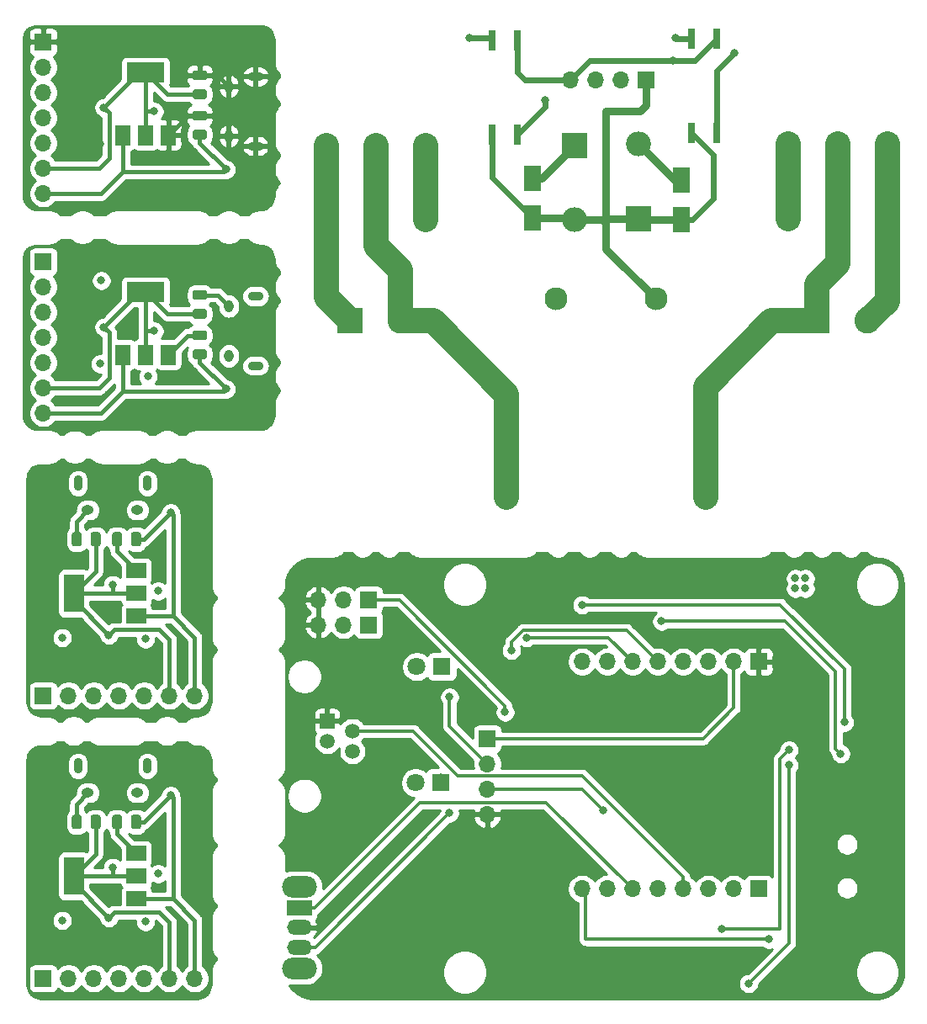
<source format=gbr>
%TF.GenerationSoftware,KiCad,Pcbnew,(5.1.7)-1*%
%TF.CreationDate,2021-02-24T10:57:43+01:00*%
%TF.ProjectId,Temperature-controller-with-ESP8266,54656d70-6572-4617-9475-72652d636f6e,rev?*%
%TF.SameCoordinates,Original*%
%TF.FileFunction,Copper,L2,Bot*%
%TF.FilePolarity,Positive*%
%FSLAX46Y46*%
G04 Gerber Fmt 4.6, Leading zero omitted, Abs format (unit mm)*
G04 Created by KiCad (PCBNEW (5.1.7)-1) date 2021-02-24 10:57:43*
%MOMM*%
%LPD*%
G01*
G04 APERTURE LIST*
%TA.AperFunction,ComponentPad*%
%ADD10O,1.700000X1.700000*%
%TD*%
%TA.AperFunction,ComponentPad*%
%ADD11R,1.700000X1.700000*%
%TD*%
%TA.AperFunction,SMDPad,CuDef*%
%ADD12R,2.000000X1.500000*%
%TD*%
%TA.AperFunction,SMDPad,CuDef*%
%ADD13R,2.000000X3.800000*%
%TD*%
%TA.AperFunction,ComponentPad*%
%ADD14O,0.890000X1.550000*%
%TD*%
%TA.AperFunction,ComponentPad*%
%ADD15O,1.250000X0.950000*%
%TD*%
%TA.AperFunction,SMDPad,CuDef*%
%ADD16R,1.500000X2.000000*%
%TD*%
%TA.AperFunction,SMDPad,CuDef*%
%ADD17R,3.800000X2.000000*%
%TD*%
%TA.AperFunction,ComponentPad*%
%ADD18O,1.550000X0.890000*%
%TD*%
%TA.AperFunction,ComponentPad*%
%ADD19O,0.950000X1.250000*%
%TD*%
%TA.AperFunction,ComponentPad*%
%ADD20R,1.500000X1.500000*%
%TD*%
%TA.AperFunction,ComponentPad*%
%ADD21C,1.500000*%
%TD*%
%TA.AperFunction,SMDPad,CuDef*%
%ADD22R,0.640000X2.000000*%
%TD*%
%TA.AperFunction,ComponentPad*%
%ADD23R,2.500000X2.500000*%
%TD*%
%TA.AperFunction,ComponentPad*%
%ADD24O,2.500000X2.500000*%
%TD*%
%TA.AperFunction,SMDPad,CuDef*%
%ADD25R,1.800000X2.500000*%
%TD*%
%TA.AperFunction,ComponentPad*%
%ADD26C,1.800000*%
%TD*%
%TA.AperFunction,ComponentPad*%
%ADD27R,1.800000X1.800000*%
%TD*%
%TA.AperFunction,ComponentPad*%
%ADD28O,3.500000X2.200000*%
%TD*%
%TA.AperFunction,ComponentPad*%
%ADD29O,2.500000X1.500000*%
%TD*%
%TA.AperFunction,ComponentPad*%
%ADD30R,2.500000X1.500000*%
%TD*%
%TA.AperFunction,ComponentPad*%
%ADD31C,2.600000*%
%TD*%
%TA.AperFunction,ComponentPad*%
%ADD32R,2.600000X2.600000*%
%TD*%
%TA.AperFunction,ComponentPad*%
%ADD33C,2.300000*%
%TD*%
%TA.AperFunction,ViaPad*%
%ADD34C,0.800000*%
%TD*%
%TA.AperFunction,Conductor*%
%ADD35C,0.400000*%
%TD*%
%TA.AperFunction,Conductor*%
%ADD36C,0.600000*%
%TD*%
%TA.AperFunction,Conductor*%
%ADD37C,0.300000*%
%TD*%
%TA.AperFunction,Conductor*%
%ADD38C,0.800000*%
%TD*%
%TA.AperFunction,Conductor*%
%ADD39C,2.500000*%
%TD*%
%TA.AperFunction,Conductor*%
%ADD40C,0.254000*%
%TD*%
%TA.AperFunction,Conductor*%
%ADD41C,0.100000*%
%TD*%
%TA.AperFunction,NonConductor*%
%ADD42C,0.254000*%
%TD*%
%TA.AperFunction,NonConductor*%
%ADD43C,0.100000*%
%TD*%
G04 APERTURE END LIST*
D10*
%TO.P,J12,7*%
%TO.N,N/C*%
X111252000Y-138303000D03*
%TO.P,J12,6*%
X108712000Y-138303000D03*
%TO.P,J12,5*%
X106172000Y-138303000D03*
%TO.P,J12,4*%
X103632000Y-138303000D03*
%TO.P,J12,3*%
X101092000Y-138303000D03*
%TO.P,J12,2*%
X98552000Y-138303000D03*
D11*
%TO.P,J12,1*%
X96012000Y-138303000D03*
%TD*%
D12*
%TO.P,U8,1*%
%TO.N,N/C*%
X105385000Y-125716000D03*
%TO.P,U8,3*%
X105385000Y-130316000D03*
%TO.P,U8,2*%
X105385000Y-128016000D03*
D13*
X99085000Y-128016000D03*
%TD*%
D14*
%TO.P,J11,6*%
%TO.N,N/C*%
X99497000Y-116937000D03*
X106497000Y-116937000D03*
D15*
X100497000Y-119637000D03*
X105497000Y-119637000D03*
%TD*%
%TO.P,C7,2*%
%TO.N,N/C*%
%TA.AperFunction,SMDPad,CuDef*%
G36*
G01*
X103944000Y-122080000D02*
X103944000Y-123030000D01*
G75*
G02*
X103694000Y-123280000I-250000J0D01*
G01*
X103194000Y-123280000D01*
G75*
G02*
X102944000Y-123030000I0J250000D01*
G01*
X102944000Y-122080000D01*
G75*
G02*
X103194000Y-121830000I250000J0D01*
G01*
X103694000Y-121830000D01*
G75*
G02*
X103944000Y-122080000I0J-250000D01*
G01*
G37*
%TD.AperFunction*%
%TO.P,C7,1*%
%TA.AperFunction,SMDPad,CuDef*%
G36*
G01*
X105844000Y-122080000D02*
X105844000Y-123030000D01*
G75*
G02*
X105594000Y-123280000I-250000J0D01*
G01*
X105094000Y-123280000D01*
G75*
G02*
X104844000Y-123030000I0J250000D01*
G01*
X104844000Y-122080000D01*
G75*
G02*
X105094000Y-121830000I250000J0D01*
G01*
X105594000Y-121830000D01*
G75*
G02*
X105844000Y-122080000I0J-250000D01*
G01*
G37*
%TD.AperFunction*%
%TD*%
%TO.P,C8,1*%
%TO.N,N/C*%
%TA.AperFunction,SMDPad,CuDef*%
G36*
G01*
X101780000Y-122080000D02*
X101780000Y-123030000D01*
G75*
G02*
X101530000Y-123280000I-250000J0D01*
G01*
X101030000Y-123280000D01*
G75*
G02*
X100780000Y-123030000I0J250000D01*
G01*
X100780000Y-122080000D01*
G75*
G02*
X101030000Y-121830000I250000J0D01*
G01*
X101530000Y-121830000D01*
G75*
G02*
X101780000Y-122080000I0J-250000D01*
G01*
G37*
%TD.AperFunction*%
%TO.P,C8,2*%
%TA.AperFunction,SMDPad,CuDef*%
G36*
G01*
X99880000Y-122080000D02*
X99880000Y-123030000D01*
G75*
G02*
X99630000Y-123280000I-250000J0D01*
G01*
X99130000Y-123280000D01*
G75*
G02*
X98880000Y-123030000I0J250000D01*
G01*
X98880000Y-122080000D01*
G75*
G02*
X99130000Y-121830000I250000J0D01*
G01*
X99630000Y-121830000D01*
G75*
G02*
X99880000Y-122080000I0J-250000D01*
G01*
G37*
%TD.AperFunction*%
%TD*%
D10*
%TO.P,J12,7*%
%TO.N,N/C*%
X111252000Y-109855000D03*
%TO.P,J12,6*%
X108712000Y-109855000D03*
%TO.P,J12,5*%
X106172000Y-109855000D03*
%TO.P,J12,4*%
X103632000Y-109855000D03*
%TO.P,J12,3*%
X101092000Y-109855000D03*
%TO.P,J12,2*%
X98552000Y-109855000D03*
D11*
%TO.P,J12,1*%
X96012000Y-109855000D03*
%TD*%
D12*
%TO.P,U8,1*%
%TO.N,N/C*%
X105385000Y-97268000D03*
%TO.P,U8,3*%
X105385000Y-101868000D03*
%TO.P,U8,2*%
X105385000Y-99568000D03*
D13*
X99085000Y-99568000D03*
%TD*%
D14*
%TO.P,J11,6*%
%TO.N,N/C*%
X99497000Y-88489000D03*
X106497000Y-88489000D03*
D15*
X100497000Y-91189000D03*
X105497000Y-91189000D03*
%TD*%
%TO.P,C7,2*%
%TO.N,N/C*%
%TA.AperFunction,SMDPad,CuDef*%
G36*
G01*
X103944000Y-93632000D02*
X103944000Y-94582000D01*
G75*
G02*
X103694000Y-94832000I-250000J0D01*
G01*
X103194000Y-94832000D01*
G75*
G02*
X102944000Y-94582000I0J250000D01*
G01*
X102944000Y-93632000D01*
G75*
G02*
X103194000Y-93382000I250000J0D01*
G01*
X103694000Y-93382000D01*
G75*
G02*
X103944000Y-93632000I0J-250000D01*
G01*
G37*
%TD.AperFunction*%
%TO.P,C7,1*%
%TA.AperFunction,SMDPad,CuDef*%
G36*
G01*
X105844000Y-93632000D02*
X105844000Y-94582000D01*
G75*
G02*
X105594000Y-94832000I-250000J0D01*
G01*
X105094000Y-94832000D01*
G75*
G02*
X104844000Y-94582000I0J250000D01*
G01*
X104844000Y-93632000D01*
G75*
G02*
X105094000Y-93382000I250000J0D01*
G01*
X105594000Y-93382000D01*
G75*
G02*
X105844000Y-93632000I0J-250000D01*
G01*
G37*
%TD.AperFunction*%
%TD*%
%TO.P,C8,1*%
%TO.N,N/C*%
%TA.AperFunction,SMDPad,CuDef*%
G36*
G01*
X101780000Y-93632000D02*
X101780000Y-94582000D01*
G75*
G02*
X101530000Y-94832000I-250000J0D01*
G01*
X101030000Y-94832000D01*
G75*
G02*
X100780000Y-94582000I0J250000D01*
G01*
X100780000Y-93632000D01*
G75*
G02*
X101030000Y-93382000I250000J0D01*
G01*
X101530000Y-93382000D01*
G75*
G02*
X101780000Y-93632000I0J-250000D01*
G01*
G37*
%TD.AperFunction*%
%TO.P,C8,2*%
%TA.AperFunction,SMDPad,CuDef*%
G36*
G01*
X99880000Y-93632000D02*
X99880000Y-94582000D01*
G75*
G02*
X99630000Y-94832000I-250000J0D01*
G01*
X99130000Y-94832000D01*
G75*
G02*
X98880000Y-94582000I0J250000D01*
G01*
X98880000Y-93632000D01*
G75*
G02*
X99130000Y-93382000I250000J0D01*
G01*
X99630000Y-93382000D01*
G75*
G02*
X99880000Y-93632000I0J-250000D01*
G01*
G37*
%TD.AperFunction*%
%TD*%
D10*
%TO.P,J12,7*%
%TO.N,N/C*%
X96012000Y-81407000D03*
%TO.P,J12,6*%
X96012000Y-78867000D03*
%TO.P,J12,5*%
X96012000Y-76327000D03*
%TO.P,J12,4*%
X96012000Y-73787000D03*
%TO.P,J12,3*%
X96012000Y-71247000D03*
%TO.P,J12,2*%
X96012000Y-68707000D03*
D11*
%TO.P,J12,1*%
X96012000Y-66167000D03*
%TD*%
D16*
%TO.P,U8,1*%
%TO.N,N/C*%
X108599000Y-75540000D03*
%TO.P,U8,3*%
X103999000Y-75540000D03*
%TO.P,U8,2*%
X106299000Y-75540000D03*
D17*
X106299000Y-69240000D03*
%TD*%
D18*
%TO.P,J11,6*%
%TO.N,N/C*%
X117378000Y-69652000D03*
X117378000Y-76652000D03*
D19*
X114678000Y-70652000D03*
X114678000Y-75652000D03*
%TD*%
%TO.P,C7,2*%
%TO.N,N/C*%
%TA.AperFunction,SMDPad,CuDef*%
G36*
G01*
X112235000Y-74099000D02*
X111285000Y-74099000D01*
G75*
G02*
X111035000Y-73849000I0J250000D01*
G01*
X111035000Y-73349000D01*
G75*
G02*
X111285000Y-73099000I250000J0D01*
G01*
X112235000Y-73099000D01*
G75*
G02*
X112485000Y-73349000I0J-250000D01*
G01*
X112485000Y-73849000D01*
G75*
G02*
X112235000Y-74099000I-250000J0D01*
G01*
G37*
%TD.AperFunction*%
%TO.P,C7,1*%
%TA.AperFunction,SMDPad,CuDef*%
G36*
G01*
X112235000Y-75999000D02*
X111285000Y-75999000D01*
G75*
G02*
X111035000Y-75749000I0J250000D01*
G01*
X111035000Y-75249000D01*
G75*
G02*
X111285000Y-74999000I250000J0D01*
G01*
X112235000Y-74999000D01*
G75*
G02*
X112485000Y-75249000I0J-250000D01*
G01*
X112485000Y-75749000D01*
G75*
G02*
X112235000Y-75999000I-250000J0D01*
G01*
G37*
%TD.AperFunction*%
%TD*%
%TO.P,C8,1*%
%TO.N,N/C*%
%TA.AperFunction,SMDPad,CuDef*%
G36*
G01*
X112235000Y-71935000D02*
X111285000Y-71935000D01*
G75*
G02*
X111035000Y-71685000I0J250000D01*
G01*
X111035000Y-71185000D01*
G75*
G02*
X111285000Y-70935000I250000J0D01*
G01*
X112235000Y-70935000D01*
G75*
G02*
X112485000Y-71185000I0J-250000D01*
G01*
X112485000Y-71685000D01*
G75*
G02*
X112235000Y-71935000I-250000J0D01*
G01*
G37*
%TD.AperFunction*%
%TO.P,C8,2*%
%TA.AperFunction,SMDPad,CuDef*%
G36*
G01*
X112235000Y-70035000D02*
X111285000Y-70035000D01*
G75*
G02*
X111035000Y-69785000I0J250000D01*
G01*
X111035000Y-69285000D01*
G75*
G02*
X111285000Y-69035000I250000J0D01*
G01*
X112235000Y-69035000D01*
G75*
G02*
X112485000Y-69285000I0J-250000D01*
G01*
X112485000Y-69785000D01*
G75*
G02*
X112235000Y-70035000I-250000J0D01*
G01*
G37*
%TD.AperFunction*%
%TD*%
D20*
%TO.P,J5,1*%
%TO.N,GND*%
X124587000Y-112395000D03*
D21*
%TO.P,J5,2*%
%TO.N,DATA*%
X127127000Y-113415000D03*
%TO.P,J5,3*%
%TO.N,N/C*%
X124587000Y-114435000D03*
%TO.P,J5,4*%
%TO.N,+3V3*%
X127127000Y-115455000D03*
%TD*%
D10*
%TO.P,J2,4*%
%TO.N,GND*%
X140716000Y-121793000D03*
%TO.P,J2,3*%
%TO.N,GPIO14*%
X140716000Y-119253000D03*
%TO.P,J2,2*%
%TO.N,RELE_D*%
X140716000Y-116713000D03*
D11*
%TO.P,J2,1*%
%TO.N,+5V*%
X140716000Y-114173000D03*
%TD*%
D22*
%TO.P,U4,4*%
%TO.N,+5V*%
X161290000Y-53264000D03*
%TO.P,U4,3*%
%TO.N,Net-(Q3-Pad1)*%
X163830000Y-53264000D03*
%TO.P,U4,2*%
%TO.N,GND*%
X163830000Y-43764000D03*
%TO.P,U4,1*%
%TO.N,Net-(R13-Pad1)*%
X161290000Y-43764000D03*
%TD*%
D23*
%TO.P,RL2,1*%
%TO.N,Net-(D4-Pad2)*%
X149479000Y-54483000D03*
D24*
%TO.P,RL2,2*%
%TO.N,Net-(RL2-Pad2)*%
X134479000Y-54483000D03*
%TO.P,RL2,3*%
%TO.N,N*%
X129479000Y-54483000D03*
%TO.P,RL2,4*%
%TO.N,N_OUT*%
X124479000Y-54483000D03*
%TO.P,RL2,5*%
X124479000Y-61983000D03*
%TO.P,RL2,6*%
%TO.N,N*%
X129479000Y-61983000D03*
%TO.P,RL2,7*%
%TO.N,Net-(RL2-Pad2)*%
X134479000Y-61983000D03*
%TO.P,RL2,8*%
%TO.N,+5V*%
X149479000Y-61983000D03*
%TD*%
%TO.P,RL1,8*%
%TO.N,RELE_D*%
X155956000Y-54349000D03*
%TO.P,RL1,7*%
%TO.N,Net-(RL1-Pad2)*%
X170956000Y-54349000D03*
%TO.P,RL1,6*%
%TO.N,L*%
X175956000Y-54349000D03*
%TO.P,RL1,5*%
%TO.N,L_OUT*%
X180956000Y-54349000D03*
%TO.P,RL1,4*%
X180956000Y-61849000D03*
%TO.P,RL1,3*%
%TO.N,L*%
X175956000Y-61849000D03*
%TO.P,RL1,2*%
%TO.N,Net-(RL1-Pad2)*%
X170956000Y-61849000D03*
D23*
%TO.P,RL1,1*%
%TO.N,+5V*%
X155956000Y-61849000D03*
%TD*%
D25*
%TO.P,D3,2*%
%TO.N,RELE_D*%
X160274000Y-57944000D03*
%TO.P,D3,1*%
%TO.N,+5V*%
X160274000Y-61944000D03*
%TD*%
D26*
%TO.P,D1,2*%
%TO.N,Net-(D1-Pad2)*%
X133477000Y-118618000D03*
D27*
%TO.P,D1,1*%
%TO.N,Net-(D1-Pad1)*%
X136017000Y-118618000D03*
%TD*%
D26*
%TO.P,D2,2*%
%TO.N,Net-(D2-Pad2)*%
X133604000Y-106934000D03*
D27*
%TO.P,D2,1*%
%TO.N,RELE_D*%
X136144000Y-106934000D03*
%TD*%
D28*
%TO.P,SW2,*%
%TO.N,*%
X121793000Y-137291000D03*
X121793000Y-129091000D03*
D29*
%TO.P,SW2,3*%
%TO.N,Net-(D1-Pad1)*%
X121793000Y-135191000D03*
%TO.P,SW2,2*%
%TO.N,GND*%
X121793000Y-133191000D03*
D30*
%TO.P,SW2,1*%
%TO.N,BUTTON*%
X121793000Y-131191000D03*
%TD*%
D11*
%TO.P,J3,1*%
%TO.N,+5V*%
X156718000Y-47879000D03*
D10*
%TO.P,J3,2*%
%TO.N,RELE_D*%
X154178000Y-47879000D03*
%TO.P,J3,3*%
%TO.N,GPIO14*%
X151638000Y-47879000D03*
%TO.P,J3,4*%
%TO.N,GND*%
X149098000Y-47879000D03*
%TD*%
D25*
%TO.P,D4,1*%
%TO.N,+5V*%
X145288000Y-61817000D03*
%TO.P,D4,2*%
%TO.N,Net-(D4-Pad2)*%
X145288000Y-57817000D03*
%TD*%
D22*
%TO.P,U3,1*%
%TO.N,Net-(R12-Pad1)*%
X141224000Y-43891000D03*
%TO.P,U3,2*%
%TO.N,GND*%
X143764000Y-43891000D03*
%TO.P,U3,3*%
%TO.N,Net-(Q4-Pad1)*%
X143764000Y-53391000D03*
%TO.P,U3,4*%
%TO.N,+5V*%
X141224000Y-53391000D03*
%TD*%
D31*
%TO.P,J7,2*%
%TO.N,N*%
X131953000Y-72136000D03*
D32*
%TO.P,J7,1*%
%TO.N,N_OUT*%
X126873000Y-72136000D03*
%TD*%
%TO.P,J8,1*%
%TO.N,L*%
X173863000Y-72136000D03*
D31*
%TO.P,J8,2*%
%TO.N,L_OUT*%
X178943000Y-72136000D03*
%TD*%
D33*
%TO.P,PS1,9*%
%TO.N,GND*%
X147654000Y-69883000D03*
%TO.P,PS1,1*%
%TO.N,N*%
X142654000Y-89883000D03*
%TO.P,PS1,5*%
%TO.N,L*%
X162654000Y-89883000D03*
%TO.P,PS1,7*%
%TO.N,+5V*%
X157654000Y-69883000D03*
%TD*%
D11*
%TO.P,J9,1*%
%TO.N,+3V3*%
X168021000Y-129286000D03*
D10*
%TO.P,J9,2*%
%TO.N,GPIO15*%
X165481000Y-129286000D03*
%TO.P,J9,3*%
%TO.N,GPIO13*%
X162941000Y-129286000D03*
%TO.P,J9,4*%
%TO.N,DATA*%
X160401000Y-129286000D03*
%TO.P,J9,5*%
%TO.N,GPIO14*%
X157861000Y-129286000D03*
%TO.P,J9,6*%
%TO.N,BUTTON*%
X155321000Y-129286000D03*
%TO.P,J9,7*%
%TO.N,ADC*%
X152781000Y-129286000D03*
%TO.P,J9,8*%
%TO.N,RST*%
X150241000Y-129286000D03*
%TD*%
%TO.P,J10,8*%
%TO.N,GPIO1*%
X150241000Y-106426000D03*
%TO.P,J10,7*%
%TO.N,GPIO3*%
X152781000Y-106426000D03*
%TO.P,J10,6*%
%TO.N,GPIO5*%
X155321000Y-106426000D03*
%TO.P,J10,5*%
%TO.N,GPIO4*%
X157861000Y-106426000D03*
%TO.P,J10,4*%
%TO.N,GPIO0*%
X160401000Y-106426000D03*
%TO.P,J10,3*%
%TO.N,GPIO2*%
X162941000Y-106426000D03*
%TO.P,J10,2*%
%TO.N,+5V*%
X165481000Y-106426000D03*
D11*
%TO.P,J10,1*%
%TO.N,GND*%
X168021000Y-106426000D03*
%TD*%
D10*
%TO.P,J4,3*%
%TO.N,GND*%
X123698000Y-100203000D03*
%TO.P,J4,2*%
%TO.N,+3V3*%
X126238000Y-100203000D03*
D11*
%TO.P,J4,1*%
%TO.N,ADC*%
X128778000Y-100203000D03*
%TD*%
%TO.P,J6,1*%
%TO.N,DATA*%
X128778000Y-102743000D03*
D10*
%TO.P,J6,2*%
%TO.N,+3V3*%
X126238000Y-102743000D03*
%TO.P,J6,3*%
%TO.N,GND*%
X123698000Y-102743000D03*
%TD*%
%TO.P,C7,1*%
%TO.N,Net-(C7-Pad1)*%
%TA.AperFunction,SMDPad,CuDef*%
G36*
G01*
X112235000Y-53901000D02*
X111285000Y-53901000D01*
G75*
G02*
X111035000Y-53651000I0J250000D01*
G01*
X111035000Y-53151000D01*
G75*
G02*
X111285000Y-52901000I250000J0D01*
G01*
X112235000Y-52901000D01*
G75*
G02*
X112485000Y-53151000I0J-250000D01*
G01*
X112485000Y-53651000D01*
G75*
G02*
X112235000Y-53901000I-250000J0D01*
G01*
G37*
%TD.AperFunction*%
%TO.P,C7,2*%
%TO.N,Net-(C5-Pad2)*%
%TA.AperFunction,SMDPad,CuDef*%
G36*
G01*
X112235000Y-52001000D02*
X111285000Y-52001000D01*
G75*
G02*
X111035000Y-51751000I0J250000D01*
G01*
X111035000Y-51251000D01*
G75*
G02*
X111285000Y-51001000I250000J0D01*
G01*
X112235000Y-51001000D01*
G75*
G02*
X112485000Y-51251000I0J-250000D01*
G01*
X112485000Y-51751000D01*
G75*
G02*
X112235000Y-52001000I-250000J0D01*
G01*
G37*
%TD.AperFunction*%
%TD*%
%TO.P,C8,2*%
%TO.N,Net-(C5-Pad2)*%
%TA.AperFunction,SMDPad,CuDef*%
G36*
G01*
X112235000Y-47937000D02*
X111285000Y-47937000D01*
G75*
G02*
X111035000Y-47687000I0J250000D01*
G01*
X111035000Y-47187000D01*
G75*
G02*
X111285000Y-46937000I250000J0D01*
G01*
X112235000Y-46937000D01*
G75*
G02*
X112485000Y-47187000I0J-250000D01*
G01*
X112485000Y-47687000D01*
G75*
G02*
X112235000Y-47937000I-250000J0D01*
G01*
G37*
%TD.AperFunction*%
%TO.P,C8,1*%
%TO.N,Net-(C8-Pad1)*%
%TA.AperFunction,SMDPad,CuDef*%
G36*
G01*
X112235000Y-49837000D02*
X111285000Y-49837000D01*
G75*
G02*
X111035000Y-49587000I0J250000D01*
G01*
X111035000Y-49087000D01*
G75*
G02*
X111285000Y-48837000I250000J0D01*
G01*
X112235000Y-48837000D01*
G75*
G02*
X112485000Y-49087000I0J-250000D01*
G01*
X112485000Y-49587000D01*
G75*
G02*
X112235000Y-49837000I-250000J0D01*
G01*
G37*
%TD.AperFunction*%
%TD*%
D19*
%TO.P,J11,6*%
%TO.N,Net-(C5-Pad2)*%
X114678000Y-53554000D03*
X114678000Y-48554000D03*
D18*
X117378000Y-54554000D03*
X117378000Y-47554000D03*
%TD*%
D17*
%TO.P,U8,2*%
%TO.N,Net-(C8-Pad1)*%
X106299000Y-47142000D03*
D16*
X106299000Y-53442000D03*
%TO.P,U8,3*%
%TO.N,Net-(C7-Pad1)*%
X103999000Y-53442000D03*
%TO.P,U8,1*%
%TO.N,Net-(C5-Pad2)*%
X108599000Y-53442000D03*
%TD*%
D11*
%TO.P,J12,1*%
%TO.N,Net-(C5-Pad2)*%
X96012000Y-44069000D03*
D10*
%TO.P,J12,2*%
%TO.N,Net-(J12-Pad2)*%
X96012000Y-46609000D03*
%TO.P,J12,3*%
%TO.N,Net-(J12-Pad3)*%
X96012000Y-49149000D03*
%TO.P,J12,4*%
%TO.N,Net-(J12-Pad4)*%
X96012000Y-51689000D03*
%TO.P,J12,5*%
%TO.N,Net-(J12-Pad5)*%
X96012000Y-54229000D03*
%TO.P,J12,6*%
%TO.N,Net-(C8-Pad1)*%
X96012000Y-56769000D03*
%TO.P,J12,7*%
%TO.N,Net-(C7-Pad1)*%
X96012000Y-59309000D03*
%TD*%
D34*
%TO.N,*%
X171704000Y-99060000D03*
X172720000Y-99060000D03*
X171704000Y-98044000D03*
X172720000Y-98044000D03*
X114427000Y-78994000D03*
X102108000Y-72771000D03*
X107188000Y-73152000D03*
X101727000Y-76454000D03*
X101854000Y-68072000D03*
X106553000Y-77724000D03*
X108839000Y-91440000D03*
X102616000Y-103759000D03*
X102997000Y-98679000D03*
X106299000Y-104140000D03*
X97917000Y-104013000D03*
X107569000Y-99314000D03*
X108839000Y-119888000D03*
X102616000Y-132207000D03*
X102997000Y-127127000D03*
X106299000Y-132588000D03*
X97917000Y-132461000D03*
X107569000Y-127762000D03*
%TO.N,GND*%
X173990000Y-138176000D03*
X173990000Y-137160000D03*
X175006000Y-138176000D03*
X175006000Y-137160000D03*
X131953000Y-138557000D03*
X131953000Y-137541000D03*
X133096000Y-138557000D03*
X133096000Y-137541000D03*
X159385000Y-45974000D03*
X175641000Y-116840000D03*
X170942000Y-105664000D03*
X170942000Y-106680000D03*
X170942000Y-107696000D03*
X170942000Y-108839000D03*
%TO.N,RST*%
X169037000Y-134366000D03*
%TO.N,RTS*%
X167005000Y-138811000D03*
X171069000Y-116840000D03*
%TO.N,DTR*%
X164338000Y-133350000D03*
X171069000Y-115316000D03*
%TO.N,Net-(Q4-Pad1)*%
X146558000Y-49911000D03*
%TO.N,GPIO14*%
X152400000Y-121412000D03*
%TO.N,GPIO4*%
X143129000Y-105283000D03*
%TO.N,GPIO5*%
X144653000Y-104013000D03*
%TO.N,Net-(D1-Pad1)*%
X136906000Y-121666000D03*
%TO.N,Net-(R3-Pad2)*%
X176276000Y-115697000D03*
X158242000Y-102362000D03*
%TO.N,Net-(R4-Pad1)*%
X150241000Y-100711000D03*
X176657000Y-112522000D03*
%TO.N,RELE_D*%
X136906000Y-109982000D03*
%TO.N,Net-(R12-Pad1)*%
X138938000Y-43688000D03*
%TO.N,ADC*%
X142494000Y-111506000D03*
%TO.N,Net-(Q3-Pad1)*%
X165608000Y-45212000D03*
%TO.N,Net-(R13-Pad1)*%
X159639000Y-43688000D03*
%TO.N,Net-(C7-Pad1)*%
X114427000Y-56896000D03*
%TO.N,Net-(C8-Pad1)*%
X102108000Y-50673000D03*
X107188000Y-51054000D03*
%TO.N,Net-(C5-Pad2)*%
X101854000Y-45974000D03*
X106553000Y-55626000D03*
X101727000Y-54356000D03*
%TD*%
D35*
%TO.N,*%
X96012000Y-81407000D02*
X101854000Y-81407000D01*
X103999000Y-79262000D02*
X101854000Y-81407000D01*
X103999000Y-75540000D02*
X103999000Y-79262000D01*
X114159000Y-79262000D02*
X114427000Y-78994000D01*
X103999000Y-79262000D02*
X114159000Y-79262000D01*
X111760000Y-76327000D02*
X114427000Y-78994000D01*
X111760000Y-75499000D02*
X111760000Y-76327000D01*
X96012000Y-78867000D02*
X101641002Y-78867000D01*
X106299000Y-69240000D02*
X105639000Y-69240000D01*
X105639000Y-69240000D02*
X102108000Y-72771000D01*
X102654001Y-77854001D02*
X101641002Y-78867000D01*
X102654001Y-73317001D02*
X102654001Y-77854001D01*
X102108000Y-72771000D02*
X102654001Y-73317001D01*
X111760000Y-71435000D02*
X108494000Y-71435000D01*
X108494000Y-71435000D02*
X106299000Y-69240000D01*
X106299000Y-73025000D02*
X106299000Y-69240000D01*
X106426000Y-73152000D02*
X106299000Y-73025000D01*
X106299000Y-75540000D02*
X106299000Y-73025000D01*
X107188000Y-73152000D02*
X106426000Y-73152000D01*
X113561000Y-69535000D02*
X114678000Y-70652000D01*
X111760000Y-69535000D02*
X113561000Y-69535000D01*
X110540000Y-73599000D02*
X108599000Y-75540000D01*
X111760000Y-73599000D02*
X110540000Y-73599000D01*
X111252000Y-109855000D02*
X111252000Y-104013000D01*
X109107000Y-101868000D02*
X111252000Y-104013000D01*
X105385000Y-101868000D02*
X109107000Y-101868000D01*
X109107000Y-91708000D02*
X108839000Y-91440000D01*
X109107000Y-101868000D02*
X109107000Y-91708000D01*
X106172000Y-94107000D02*
X108839000Y-91440000D01*
X105344000Y-94107000D02*
X106172000Y-94107000D01*
X108712000Y-109855000D02*
X108712000Y-104225998D01*
X99085000Y-99568000D02*
X99085000Y-100228000D01*
X99085000Y-100228000D02*
X102616000Y-103759000D01*
X107699001Y-103212999D02*
X108712000Y-104225998D01*
X103162001Y-103212999D02*
X107699001Y-103212999D01*
X102616000Y-103759000D02*
X103162001Y-103212999D01*
X101280000Y-94107000D02*
X101280000Y-97373000D01*
X101280000Y-97373000D02*
X99085000Y-99568000D01*
X102870000Y-99568000D02*
X99085000Y-99568000D01*
X102997000Y-99441000D02*
X102870000Y-99568000D01*
X105385000Y-99568000D02*
X102870000Y-99568000D01*
X102997000Y-98679000D02*
X102997000Y-99441000D01*
X99380000Y-92306000D02*
X100497000Y-91189000D01*
X99380000Y-94107000D02*
X99380000Y-92306000D01*
X103444000Y-95327000D02*
X105385000Y-97268000D01*
X103444000Y-94107000D02*
X103444000Y-95327000D01*
X111252000Y-138303000D02*
X111252000Y-132461000D01*
X109107000Y-130316000D02*
X111252000Y-132461000D01*
X105385000Y-130316000D02*
X109107000Y-130316000D01*
X109107000Y-120156000D02*
X108839000Y-119888000D01*
X109107000Y-130316000D02*
X109107000Y-120156000D01*
X106172000Y-122555000D02*
X108839000Y-119888000D01*
X105344000Y-122555000D02*
X106172000Y-122555000D01*
X108712000Y-138303000D02*
X108712000Y-132673998D01*
X99085000Y-128016000D02*
X99085000Y-128676000D01*
X99085000Y-128676000D02*
X102616000Y-132207000D01*
X107699001Y-131660999D02*
X108712000Y-132673998D01*
X103162001Y-131660999D02*
X107699001Y-131660999D01*
X102616000Y-132207000D02*
X103162001Y-131660999D01*
X101280000Y-122555000D02*
X101280000Y-125821000D01*
X101280000Y-125821000D02*
X99085000Y-128016000D01*
X102870000Y-128016000D02*
X99085000Y-128016000D01*
X102997000Y-127889000D02*
X102870000Y-128016000D01*
X105385000Y-128016000D02*
X102870000Y-128016000D01*
X102997000Y-127127000D02*
X102997000Y-127889000D01*
X99380000Y-120754000D02*
X100497000Y-119637000D01*
X99380000Y-122555000D02*
X99380000Y-120754000D01*
X103444000Y-123775000D02*
X105385000Y-125716000D01*
X103444000Y-122555000D02*
X103444000Y-123775000D01*
D36*
%TO.N,GND*%
X144515998Y-47879000D02*
X149098000Y-47879000D01*
X143764000Y-47127002D02*
X144515998Y-47879000D01*
X143764000Y-46609000D02*
X143764000Y-47127002D01*
X143764000Y-43891000D02*
X143764000Y-46609000D01*
X161620000Y-45974000D02*
X163830000Y-43764000D01*
X159385000Y-45974000D02*
X161620000Y-45974000D01*
X151003000Y-45974000D02*
X149098000Y-47879000D01*
X159385000Y-45974000D02*
X151003000Y-45974000D01*
%TO.N,+5V*%
X141224000Y-57753000D02*
X145288000Y-61817000D01*
X141224000Y-53391000D02*
X141224000Y-57753000D01*
X163449000Y-59817000D02*
X163449000Y-55423000D01*
X161322000Y-61944000D02*
X163449000Y-59817000D01*
X163449000Y-55423000D02*
X161290000Y-53264000D01*
X160274000Y-61944000D02*
X161322000Y-61944000D01*
D37*
X162400002Y-114173000D02*
X140716000Y-114173000D01*
X165481000Y-111092002D02*
X162400002Y-114173000D01*
X165481000Y-106426000D02*
X165481000Y-111092002D01*
D38*
X157654000Y-69883000D02*
X152654000Y-64883000D01*
X152654000Y-51054000D02*
X156083000Y-51054000D01*
X156718000Y-50419000D02*
X156718000Y-47879000D01*
X156083000Y-51054000D02*
X156718000Y-50419000D01*
X152280000Y-61983000D02*
X152654000Y-62357000D01*
X149479000Y-61983000D02*
X152280000Y-61983000D01*
X152654000Y-64883000D02*
X152654000Y-62357000D01*
X152781000Y-61849000D02*
X152654000Y-61976000D01*
X155956000Y-61849000D02*
X152781000Y-61849000D01*
X152654000Y-61976000D02*
X152654000Y-51054000D01*
X152654000Y-62357000D02*
X152654000Y-61976000D01*
X156051000Y-61944000D02*
X155956000Y-61849000D01*
X160274000Y-61944000D02*
X156051000Y-61944000D01*
X149313000Y-61817000D02*
X149479000Y-61983000D01*
X145288000Y-61817000D02*
X149313000Y-61817000D01*
D37*
%TO.N,RST*%
X150622000Y-129667000D02*
X150241000Y-129286000D01*
X164243998Y-134366000D02*
X150622000Y-134366000D01*
X169037000Y-134366000D02*
X164243998Y-134366000D01*
X150622000Y-134366000D02*
X150622000Y-129667000D01*
D39*
%TO.N,L*%
X175956000Y-54349000D02*
X175956000Y-61849000D01*
X175956000Y-66360000D02*
X173863000Y-68453000D01*
X175956000Y-61849000D02*
X175956000Y-66360000D01*
X173863000Y-68453000D02*
X173863000Y-72136000D01*
X173863000Y-72136000D02*
X169291000Y-72136000D01*
X162654000Y-78773000D02*
X162654000Y-89883000D01*
X169291000Y-72136000D02*
X162654000Y-78773000D01*
D37*
%TO.N,RTS*%
X171069000Y-134747000D02*
X171069000Y-116840000D01*
X167005000Y-138811000D02*
X171069000Y-134747000D01*
%TO.N,DTR*%
X164338000Y-133350000D02*
X166287002Y-133350000D01*
X166287002Y-133350000D02*
X170180000Y-133350000D01*
X170180000Y-116205000D02*
X171069000Y-115316000D01*
X170180000Y-133350000D02*
X170180000Y-116205000D01*
D36*
%TO.N,Net-(Q4-Pad1)*%
X146558000Y-50597000D02*
X143764000Y-53391000D01*
X146558000Y-49911000D02*
X146558000Y-50597000D01*
D37*
%TO.N,BUTTON*%
X123343000Y-131191000D02*
X121793000Y-131191000D01*
X133941001Y-120592999D02*
X123343000Y-131191000D01*
X146627999Y-120592999D02*
X133941001Y-120592999D01*
X155321000Y-129286000D02*
X146627999Y-120592999D01*
%TO.N,DATA*%
X133244002Y-113415000D02*
X127127000Y-113415000D01*
X137742003Y-117913001D02*
X133244002Y-113415000D01*
X150230082Y-117913001D02*
X137742003Y-117913001D01*
X160401000Y-128083919D02*
X150230082Y-117913001D01*
X160401000Y-129286000D02*
X160401000Y-128083919D01*
D39*
%TO.N,N*%
X129479000Y-54483000D02*
X129479000Y-61983000D01*
X129479000Y-61983000D02*
X129479000Y-64582000D01*
X131953000Y-67056000D02*
X131953000Y-72136000D01*
X129479000Y-64582000D02*
X131953000Y-67056000D01*
X131953000Y-72136000D02*
X135255000Y-72136000D01*
X142654000Y-79535000D02*
X142654000Y-89883000D01*
X135255000Y-72136000D02*
X142654000Y-79535000D01*
D37*
%TO.N,GPIO14*%
X150241000Y-119253000D02*
X140716000Y-119253000D01*
X152400000Y-121412000D02*
X150241000Y-119253000D01*
%TO.N,GPIO4*%
X144292999Y-103262999D02*
X154697999Y-103262999D01*
X143129000Y-104426998D02*
X144292999Y-103262999D01*
X154697999Y-103262999D02*
X157861000Y-106426000D01*
X143129000Y-105283000D02*
X143129000Y-104426998D01*
%TO.N,GPIO5*%
X152908000Y-104013000D02*
X155321000Y-106426000D01*
X144653000Y-104013000D02*
X152908000Y-104013000D01*
%TO.N,Net-(D1-Pad1)*%
X136017000Y-118618000D02*
X136017000Y-117856000D01*
X123381000Y-135191000D02*
X121793000Y-135191000D01*
X136906000Y-121666000D02*
X123381000Y-135191000D01*
%TO.N,Net-(R3-Pad2)*%
X176276000Y-115697000D02*
X175768000Y-115189000D01*
X175768000Y-115189000D02*
X175768000Y-107442000D01*
X170688000Y-102362000D02*
X158242000Y-102362000D01*
X175768000Y-107442000D02*
X170688000Y-102362000D01*
%TO.N,Net-(R4-Pad1)*%
X150241000Y-100711000D02*
X170180000Y-100711000D01*
X176657000Y-107188000D02*
X176657000Y-112522000D01*
X170180000Y-100711000D02*
X176657000Y-107188000D01*
%TO.N,RELE_D*%
X136906000Y-112903000D02*
X140716000Y-116713000D01*
X136906000Y-109982000D02*
X136906000Y-112903000D01*
D36*
%TO.N,Net-(R12-Pad1)*%
X141021000Y-43688000D02*
X141224000Y-43891000D01*
X138938000Y-43688000D02*
X141021000Y-43688000D01*
D37*
%TO.N,ADC*%
X142494000Y-110853998D02*
X142494000Y-111506000D01*
X131843002Y-100203000D02*
X142494000Y-110853998D01*
X128778000Y-100203000D02*
X131843002Y-100203000D01*
D38*
%TO.N,RELE_D*%
X159551000Y-57944000D02*
X155956000Y-54349000D01*
X160274000Y-57944000D02*
X159551000Y-57944000D01*
%TO.N,Net-(D4-Pad2)*%
X146145000Y-57817000D02*
X149479000Y-54483000D01*
X145288000Y-57817000D02*
X146145000Y-57817000D01*
D36*
%TO.N,Net-(Q3-Pad1)*%
X163830000Y-46990000D02*
X163830000Y-53264000D01*
X165608000Y-45212000D02*
X163830000Y-46990000D01*
%TO.N,Net-(R13-Pad1)*%
X159715000Y-43764000D02*
X159639000Y-43688000D01*
X161290000Y-43764000D02*
X159715000Y-43764000D01*
D39*
%TO.N,Net-(RL1-Pad2)*%
X170956000Y-54349000D02*
X170956000Y-61849000D01*
%TO.N,Net-(RL2-Pad2)*%
X134479000Y-54483000D02*
X134479000Y-61983000D01*
%TO.N,N_OUT*%
X124479000Y-54483000D02*
X124479000Y-61983000D01*
X124479000Y-69742000D02*
X126873000Y-72136000D01*
X124479000Y-61983000D02*
X124479000Y-69742000D01*
%TO.N,L_OUT*%
X180956000Y-54349000D02*
X180956000Y-61849000D01*
X180956000Y-70123000D02*
X178943000Y-72136000D01*
X180956000Y-61849000D02*
X180956000Y-70123000D01*
D35*
%TO.N,Net-(C7-Pad1)*%
X103999000Y-53442000D02*
X103999000Y-57164000D01*
X103999000Y-57164000D02*
X101854000Y-59309000D01*
X111760000Y-54229000D02*
X114427000Y-56896000D01*
X111760000Y-53401000D02*
X111760000Y-54229000D01*
X114159000Y-57164000D02*
X114427000Y-56896000D01*
X103999000Y-57164000D02*
X114159000Y-57164000D01*
X96012000Y-59309000D02*
X101854000Y-59309000D01*
%TO.N,Net-(C8-Pad1)*%
X108494000Y-49337000D02*
X106299000Y-47142000D01*
X111760000Y-49337000D02*
X108494000Y-49337000D01*
X105639000Y-47142000D02*
X102108000Y-50673000D01*
X106299000Y-47142000D02*
X105639000Y-47142000D01*
X102654001Y-55756001D02*
X101641002Y-56769000D01*
X102654001Y-51219001D02*
X102654001Y-55756001D01*
X102108000Y-50673000D02*
X102654001Y-51219001D01*
X106426000Y-51054000D02*
X106299000Y-50927000D01*
X107188000Y-51054000D02*
X106426000Y-51054000D01*
X106299000Y-50927000D02*
X106299000Y-47142000D01*
X106299000Y-53442000D02*
X106299000Y-50927000D01*
X96012000Y-56769000D02*
X101641002Y-56769000D01*
%TO.N,Net-(C5-Pad2)*%
X113561000Y-47437000D02*
X114678000Y-48554000D01*
X111760000Y-47437000D02*
X113561000Y-47437000D01*
X110540000Y-51501000D02*
X108599000Y-53442000D01*
X111760000Y-51501000D02*
X110540000Y-51501000D01*
%TD*%
D40*
%TO.N,GND*%
X127126491Y-95576227D02*
X127308773Y-95758509D01*
X127523113Y-95901726D01*
X127761276Y-96000377D01*
X128014107Y-96050668D01*
X128271893Y-96050668D01*
X128524724Y-96000377D01*
X128762887Y-95901726D01*
X128977227Y-95758509D01*
X129159509Y-95576227D01*
X129207769Y-95504000D01*
X129745231Y-95504000D01*
X129793491Y-95576227D01*
X129975773Y-95758509D01*
X130190113Y-95901726D01*
X130428276Y-96000377D01*
X130681107Y-96050668D01*
X130938893Y-96050668D01*
X131191724Y-96000377D01*
X131429887Y-95901726D01*
X131644227Y-95758509D01*
X131826509Y-95576227D01*
X131874769Y-95504000D01*
X132812849Y-95504000D01*
X132817197Y-95510645D01*
X132823022Y-95517786D01*
X132902018Y-95613276D01*
X132944467Y-95655430D01*
X132986315Y-95698165D01*
X132993416Y-95704039D01*
X133089455Y-95782367D01*
X133139281Y-95815472D01*
X133188638Y-95849267D01*
X133196744Y-95853650D01*
X133306167Y-95911832D01*
X133361459Y-95934621D01*
X133416455Y-95958193D01*
X133425258Y-95960918D01*
X133543899Y-95996737D01*
X133602583Y-96008357D01*
X133661094Y-96020794D01*
X133670250Y-96021756D01*
X133670255Y-96021757D01*
X133670259Y-96021757D01*
X133793597Y-96033850D01*
X133793598Y-96033850D01*
X133825581Y-96037000D01*
X144685419Y-96037000D01*
X144718022Y-96033789D01*
X144726269Y-96033789D01*
X144735433Y-96032825D01*
X144858591Y-96019011D01*
X144917065Y-96006582D01*
X144975786Y-95994955D01*
X144984589Y-95992229D01*
X145102718Y-95954756D01*
X145157662Y-95931207D01*
X145213005Y-95908396D01*
X145221111Y-95904013D01*
X145329711Y-95844309D01*
X145379041Y-95810532D01*
X145428894Y-95777410D01*
X145435995Y-95771536D01*
X145530930Y-95691875D01*
X145572757Y-95649162D01*
X145615228Y-95606987D01*
X145621052Y-95599845D01*
X145698115Y-95504000D01*
X146763231Y-95504000D01*
X146811491Y-95576227D01*
X146993773Y-95758509D01*
X147208113Y-95901726D01*
X147446276Y-96000377D01*
X147699107Y-96050668D01*
X147956893Y-96050668D01*
X148209724Y-96000377D01*
X148447887Y-95901726D01*
X148662227Y-95758509D01*
X148844509Y-95576227D01*
X148892769Y-95504000D01*
X149938231Y-95504000D01*
X149986491Y-95576227D01*
X150168773Y-95758509D01*
X150383113Y-95901726D01*
X150621276Y-96000377D01*
X150874107Y-96050668D01*
X151131893Y-96050668D01*
X151384724Y-96000377D01*
X151622887Y-95901726D01*
X151837227Y-95758509D01*
X152019509Y-95576227D01*
X152067769Y-95504000D01*
X153113231Y-95504000D01*
X153161491Y-95576227D01*
X153343773Y-95758509D01*
X153558113Y-95901726D01*
X153796276Y-96000377D01*
X154049107Y-96050668D01*
X154306893Y-96050668D01*
X154559724Y-96000377D01*
X154797887Y-95901726D01*
X155012227Y-95758509D01*
X155194509Y-95576227D01*
X155242769Y-95504000D01*
X155672849Y-95504000D01*
X155677197Y-95510645D01*
X155683022Y-95517786D01*
X155762018Y-95613276D01*
X155804467Y-95655430D01*
X155846315Y-95698165D01*
X155853416Y-95704039D01*
X155949455Y-95782367D01*
X155999281Y-95815472D01*
X156048638Y-95849267D01*
X156056744Y-95853650D01*
X156166167Y-95911832D01*
X156221459Y-95934621D01*
X156276455Y-95958193D01*
X156285258Y-95960918D01*
X156403899Y-95996737D01*
X156462583Y-96008357D01*
X156521094Y-96020794D01*
X156530250Y-96021756D01*
X156530255Y-96021757D01*
X156530259Y-96021757D01*
X156653597Y-96033850D01*
X156653598Y-96033850D01*
X156685581Y-96037000D01*
X168307419Y-96037000D01*
X168340022Y-96033789D01*
X168348269Y-96033789D01*
X168357433Y-96032825D01*
X168480591Y-96019011D01*
X168539065Y-96006582D01*
X168597786Y-95994955D01*
X168606589Y-95992229D01*
X168724718Y-95954756D01*
X168779662Y-95931207D01*
X168835005Y-95908396D01*
X168843111Y-95904013D01*
X168951711Y-95844309D01*
X169001041Y-95810532D01*
X169050894Y-95777410D01*
X169057995Y-95771536D01*
X169152930Y-95691875D01*
X169194757Y-95649162D01*
X169237228Y-95606987D01*
X169243052Y-95599845D01*
X169320115Y-95504000D01*
X170512231Y-95504000D01*
X170560491Y-95576227D01*
X170742773Y-95758509D01*
X170957113Y-95901726D01*
X171195276Y-96000377D01*
X171448107Y-96050668D01*
X171705893Y-96050668D01*
X171958724Y-96000377D01*
X172196887Y-95901726D01*
X172411227Y-95758509D01*
X172593509Y-95576227D01*
X172641769Y-95504000D01*
X173306231Y-95504000D01*
X173354491Y-95576227D01*
X173536773Y-95758509D01*
X173751113Y-95901726D01*
X173989276Y-96000377D01*
X174242107Y-96050668D01*
X174499893Y-96050668D01*
X174752724Y-96000377D01*
X174990887Y-95901726D01*
X175205227Y-95758509D01*
X175387509Y-95576227D01*
X175435769Y-95504000D01*
X176227231Y-95504000D01*
X176275491Y-95576227D01*
X176457773Y-95758509D01*
X176672113Y-95901726D01*
X176910276Y-96000377D01*
X177163107Y-96050668D01*
X177420893Y-96050668D01*
X177673724Y-96000377D01*
X177911887Y-95901726D01*
X178126227Y-95758509D01*
X178308509Y-95576227D01*
X178356769Y-95504000D01*
X178913849Y-95504000D01*
X178918197Y-95510645D01*
X178924022Y-95517786D01*
X179003018Y-95613276D01*
X179045467Y-95655430D01*
X179087315Y-95698165D01*
X179094416Y-95704039D01*
X179190455Y-95782367D01*
X179240281Y-95815472D01*
X179289638Y-95849267D01*
X179297744Y-95853650D01*
X179407167Y-95911832D01*
X179462459Y-95934621D01*
X179517455Y-95958193D01*
X179526258Y-95960918D01*
X179644899Y-95996737D01*
X179703583Y-96008357D01*
X179762094Y-96020794D01*
X179771250Y-96021756D01*
X179771255Y-96021757D01*
X179771259Y-96021757D01*
X179894425Y-96033833D01*
X179894595Y-96033851D01*
X180471551Y-96090422D01*
X180964584Y-96239278D01*
X181419308Y-96481059D01*
X181818409Y-96806558D01*
X182146693Y-97203385D01*
X182391643Y-97656410D01*
X182543937Y-98148392D01*
X182600999Y-98691295D01*
X182601000Y-137635711D01*
X182547578Y-138180552D01*
X182398722Y-138673584D01*
X182156941Y-139128308D01*
X181831442Y-139527409D01*
X181434615Y-139855693D01*
X180981590Y-140100643D01*
X180489608Y-140252937D01*
X179946704Y-140309999D01*
X123095289Y-140310001D01*
X122550448Y-140256579D01*
X122057416Y-140107723D01*
X121602692Y-139865942D01*
X121203591Y-139540443D01*
X120875307Y-139143616D01*
X120797207Y-138999174D01*
X120802881Y-139000895D01*
X121057775Y-139026000D01*
X122528225Y-139026000D01*
X122783119Y-139000895D01*
X123110168Y-138901686D01*
X123411578Y-138740579D01*
X123675766Y-138523766D01*
X123892579Y-138259578D01*
X124053686Y-137958168D01*
X124152895Y-137631119D01*
X124170943Y-137447872D01*
X136195000Y-137447872D01*
X136195000Y-137888128D01*
X136280890Y-138319925D01*
X136449369Y-138726669D01*
X136693962Y-139092729D01*
X137005271Y-139404038D01*
X137371331Y-139648631D01*
X137778075Y-139817110D01*
X138209872Y-139903000D01*
X138650128Y-139903000D01*
X139081925Y-139817110D01*
X139488669Y-139648631D01*
X139854729Y-139404038D01*
X140166038Y-139092729D01*
X140410631Y-138726669D01*
X140579110Y-138319925D01*
X140665000Y-137888128D01*
X140665000Y-137447872D01*
X140579110Y-137016075D01*
X140410631Y-136609331D01*
X140166038Y-136243271D01*
X139854729Y-135931962D01*
X139488669Y-135687369D01*
X139081925Y-135518890D01*
X138650128Y-135433000D01*
X138209872Y-135433000D01*
X137778075Y-135518890D01*
X137371331Y-135687369D01*
X137005271Y-135931962D01*
X136693962Y-136243271D01*
X136449369Y-136609331D01*
X136280890Y-137016075D01*
X136195000Y-137447872D01*
X124170943Y-137447872D01*
X124186394Y-137291000D01*
X124152895Y-136950881D01*
X124053686Y-136623832D01*
X123892579Y-136322422D01*
X123675766Y-136058234D01*
X123554480Y-135958697D01*
X123682860Y-135919754D01*
X123819233Y-135846862D01*
X123938764Y-135748764D01*
X123963347Y-135718810D01*
X136981158Y-122701000D01*
X137007939Y-122701000D01*
X137207898Y-122661226D01*
X137396256Y-122583205D01*
X137565774Y-122469937D01*
X137709937Y-122325774D01*
X137823205Y-122156256D01*
X137825841Y-122149890D01*
X139274524Y-122149890D01*
X139319175Y-122297099D01*
X139444359Y-122559920D01*
X139618412Y-122793269D01*
X139834645Y-122988178D01*
X140084748Y-123137157D01*
X140359109Y-123234481D01*
X140589000Y-123113814D01*
X140589000Y-121920000D01*
X140843000Y-121920000D01*
X140843000Y-123113814D01*
X141072891Y-123234481D01*
X141347252Y-123137157D01*
X141597355Y-122988178D01*
X141813588Y-122793269D01*
X141987641Y-122559920D01*
X142112825Y-122297099D01*
X142157476Y-122149890D01*
X142036155Y-121920000D01*
X140843000Y-121920000D01*
X140589000Y-121920000D01*
X139395845Y-121920000D01*
X139274524Y-122149890D01*
X137825841Y-122149890D01*
X137901226Y-121967898D01*
X137941000Y-121767939D01*
X137941000Y-121564061D01*
X137903990Y-121377999D01*
X139292150Y-121377999D01*
X139274524Y-121436110D01*
X139395845Y-121666000D01*
X140589000Y-121666000D01*
X140589000Y-121646000D01*
X140843000Y-121646000D01*
X140843000Y-121666000D01*
X142036155Y-121666000D01*
X142157476Y-121436110D01*
X142139850Y-121377999D01*
X146302842Y-121377999D01*
X152725842Y-127801000D01*
X152634740Y-127801000D01*
X152347842Y-127858068D01*
X152077589Y-127970010D01*
X151834368Y-128132525D01*
X151627525Y-128339368D01*
X151511000Y-128513760D01*
X151394475Y-128339368D01*
X151187632Y-128132525D01*
X150944411Y-127970010D01*
X150674158Y-127858068D01*
X150387260Y-127801000D01*
X150094740Y-127801000D01*
X149807842Y-127858068D01*
X149537589Y-127970010D01*
X149294368Y-128132525D01*
X149087525Y-128339368D01*
X148925010Y-128582589D01*
X148813068Y-128852842D01*
X148756000Y-129139740D01*
X148756000Y-129432260D01*
X148813068Y-129719158D01*
X148925010Y-129989411D01*
X149087525Y-130232632D01*
X149294368Y-130439475D01*
X149537589Y-130601990D01*
X149807842Y-130713932D01*
X149837001Y-130719732D01*
X149837000Y-134327439D01*
X149833202Y-134366000D01*
X149848359Y-134519887D01*
X149893246Y-134667860D01*
X149966138Y-134804233D01*
X150064236Y-134923764D01*
X150183767Y-135021862D01*
X150320140Y-135094754D01*
X150468113Y-135139641D01*
X150579064Y-135150569D01*
X150622000Y-135154798D01*
X150660560Y-135151000D01*
X168358289Y-135151000D01*
X168377226Y-135169937D01*
X168546744Y-135283205D01*
X168735102Y-135361226D01*
X168935061Y-135401000D01*
X169138939Y-135401000D01*
X169338898Y-135361226D01*
X169348660Y-135357183D01*
X166929843Y-137776000D01*
X166903061Y-137776000D01*
X166703102Y-137815774D01*
X166514744Y-137893795D01*
X166345226Y-138007063D01*
X166201063Y-138151226D01*
X166087795Y-138320744D01*
X166009774Y-138509102D01*
X165970000Y-138709061D01*
X165970000Y-138912939D01*
X166009774Y-139112898D01*
X166087795Y-139301256D01*
X166201063Y-139470774D01*
X166345226Y-139614937D01*
X166514744Y-139728205D01*
X166703102Y-139806226D01*
X166903061Y-139846000D01*
X167106939Y-139846000D01*
X167306898Y-139806226D01*
X167495256Y-139728205D01*
X167664774Y-139614937D01*
X167808937Y-139470774D01*
X167922205Y-139301256D01*
X168000226Y-139112898D01*
X168040000Y-138912939D01*
X168040000Y-138886157D01*
X169478285Y-137447872D01*
X177724000Y-137447872D01*
X177724000Y-137888128D01*
X177809890Y-138319925D01*
X177978369Y-138726669D01*
X178222962Y-139092729D01*
X178534271Y-139404038D01*
X178900331Y-139648631D01*
X179307075Y-139817110D01*
X179738872Y-139903000D01*
X180179128Y-139903000D01*
X180610925Y-139817110D01*
X181017669Y-139648631D01*
X181383729Y-139404038D01*
X181695038Y-139092729D01*
X181939631Y-138726669D01*
X182108110Y-138319925D01*
X182194000Y-137888128D01*
X182194000Y-137447872D01*
X182108110Y-137016075D01*
X181939631Y-136609331D01*
X181695038Y-136243271D01*
X181383729Y-135931962D01*
X181017669Y-135687369D01*
X180610925Y-135518890D01*
X180179128Y-135433000D01*
X179738872Y-135433000D01*
X179307075Y-135518890D01*
X178900331Y-135687369D01*
X178534271Y-135931962D01*
X178222962Y-136243271D01*
X177978369Y-136609331D01*
X177809890Y-137016075D01*
X177724000Y-137447872D01*
X169478285Y-137447872D01*
X171596817Y-135329341D01*
X171626764Y-135304764D01*
X171663914Y-135259498D01*
X171680053Y-135239832D01*
X171724862Y-135185233D01*
X171797754Y-135048860D01*
X171810256Y-135007647D01*
X171842642Y-134900887D01*
X171850790Y-134818148D01*
X171854000Y-134785561D01*
X171854000Y-134785556D01*
X171857797Y-134747000D01*
X171854000Y-134708444D01*
X171854000Y-129088212D01*
X175781000Y-129088212D01*
X175781000Y-129311788D01*
X175824617Y-129531067D01*
X175910176Y-129737624D01*
X176034388Y-129923520D01*
X176192480Y-130081612D01*
X176378376Y-130205824D01*
X176584933Y-130291383D01*
X176804212Y-130335000D01*
X177027788Y-130335000D01*
X177247067Y-130291383D01*
X177453624Y-130205824D01*
X177639520Y-130081612D01*
X177797612Y-129923520D01*
X177921824Y-129737624D01*
X178007383Y-129531067D01*
X178051000Y-129311788D01*
X178051000Y-129088212D01*
X178007383Y-128868933D01*
X177921824Y-128662376D01*
X177797612Y-128476480D01*
X177639520Y-128318388D01*
X177453624Y-128194176D01*
X177247067Y-128108617D01*
X177027788Y-128065000D01*
X176804212Y-128065000D01*
X176584933Y-128108617D01*
X176378376Y-128194176D01*
X176192480Y-128318388D01*
X176034388Y-128476480D01*
X175910176Y-128662376D01*
X175824617Y-128868933D01*
X175781000Y-129088212D01*
X171854000Y-129088212D01*
X171854000Y-124688212D01*
X175781000Y-124688212D01*
X175781000Y-124911788D01*
X175824617Y-125131067D01*
X175910176Y-125337624D01*
X176034388Y-125523520D01*
X176192480Y-125681612D01*
X176378376Y-125805824D01*
X176584933Y-125891383D01*
X176804212Y-125935000D01*
X177027788Y-125935000D01*
X177247067Y-125891383D01*
X177453624Y-125805824D01*
X177639520Y-125681612D01*
X177797612Y-125523520D01*
X177921824Y-125337624D01*
X178007383Y-125131067D01*
X178051000Y-124911788D01*
X178051000Y-124688212D01*
X178007383Y-124468933D01*
X177921824Y-124262376D01*
X177797612Y-124076480D01*
X177639520Y-123918388D01*
X177453624Y-123794176D01*
X177247067Y-123708617D01*
X177027788Y-123665000D01*
X176804212Y-123665000D01*
X176584933Y-123708617D01*
X176378376Y-123794176D01*
X176192480Y-123918388D01*
X176034388Y-124076480D01*
X175910176Y-124262376D01*
X175824617Y-124468933D01*
X175781000Y-124688212D01*
X171854000Y-124688212D01*
X171854000Y-117518711D01*
X171872937Y-117499774D01*
X171986205Y-117330256D01*
X172064226Y-117141898D01*
X172104000Y-116941939D01*
X172104000Y-116738061D01*
X172064226Y-116538102D01*
X171986205Y-116349744D01*
X171872937Y-116180226D01*
X171770711Y-116078000D01*
X171872937Y-115975774D01*
X171986205Y-115806256D01*
X172064226Y-115617898D01*
X172104000Y-115417939D01*
X172104000Y-115214061D01*
X172064226Y-115014102D01*
X171986205Y-114825744D01*
X171872937Y-114656226D01*
X171728774Y-114512063D01*
X171559256Y-114398795D01*
X171370898Y-114320774D01*
X171170939Y-114281000D01*
X170967061Y-114281000D01*
X170767102Y-114320774D01*
X170578744Y-114398795D01*
X170409226Y-114512063D01*
X170265063Y-114656226D01*
X170151795Y-114825744D01*
X170073774Y-115014102D01*
X170034000Y-115214061D01*
X170034000Y-115240843D01*
X169652185Y-115622658D01*
X169622237Y-115647236D01*
X169597659Y-115677184D01*
X169597655Y-115677188D01*
X169581397Y-115696999D01*
X169524139Y-115766767D01*
X169503032Y-115806256D01*
X169451246Y-115903141D01*
X169406359Y-116051114D01*
X169391203Y-116205000D01*
X169395001Y-116243563D01*
X169395000Y-128073541D01*
X169322185Y-127984815D01*
X169225494Y-127905463D01*
X169115180Y-127846498D01*
X168995482Y-127810188D01*
X168871000Y-127797928D01*
X167171000Y-127797928D01*
X167046518Y-127810188D01*
X166926820Y-127846498D01*
X166816506Y-127905463D01*
X166719815Y-127984815D01*
X166640463Y-128081506D01*
X166581498Y-128191820D01*
X166559487Y-128264380D01*
X166427632Y-128132525D01*
X166184411Y-127970010D01*
X165914158Y-127858068D01*
X165627260Y-127801000D01*
X165334740Y-127801000D01*
X165047842Y-127858068D01*
X164777589Y-127970010D01*
X164534368Y-128132525D01*
X164327525Y-128339368D01*
X164211000Y-128513760D01*
X164094475Y-128339368D01*
X163887632Y-128132525D01*
X163644411Y-127970010D01*
X163374158Y-127858068D01*
X163087260Y-127801000D01*
X162794740Y-127801000D01*
X162507842Y-127858068D01*
X162237589Y-127970010D01*
X161994368Y-128132525D01*
X161787525Y-128339368D01*
X161671000Y-128513760D01*
X161554475Y-128339368D01*
X161347632Y-128132525D01*
X161183804Y-128023058D01*
X161174641Y-127930032D01*
X161152862Y-127858234D01*
X161129754Y-127782059D01*
X161056862Y-127645686D01*
X160958764Y-127526155D01*
X160928816Y-127501577D01*
X150812429Y-117385191D01*
X150787846Y-117355237D01*
X150668315Y-117257139D01*
X150531942Y-117184247D01*
X150383969Y-117139360D01*
X150268643Y-117128001D01*
X150268635Y-117128001D01*
X150230082Y-117124204D01*
X150191529Y-117128001D01*
X142147544Y-117128001D01*
X142201000Y-116859260D01*
X142201000Y-116566740D01*
X142143932Y-116279842D01*
X142031990Y-116009589D01*
X141869475Y-115766368D01*
X141737620Y-115634513D01*
X141810180Y-115612502D01*
X141920494Y-115553537D01*
X142017185Y-115474185D01*
X142096537Y-115377494D01*
X142155502Y-115267180D01*
X142191812Y-115147482D01*
X142204072Y-115023000D01*
X142204072Y-114958000D01*
X162361449Y-114958000D01*
X162400002Y-114961797D01*
X162438555Y-114958000D01*
X162438563Y-114958000D01*
X162553889Y-114946641D01*
X162701862Y-114901754D01*
X162838235Y-114828862D01*
X162957766Y-114730764D01*
X162982349Y-114700810D01*
X166008816Y-111674344D01*
X166038764Y-111649766D01*
X166075672Y-111604795D01*
X166093762Y-111582752D01*
X166136862Y-111530235D01*
X166209754Y-111393862D01*
X166254641Y-111245889D01*
X166266000Y-111130563D01*
X166266000Y-111130556D01*
X166269797Y-111092003D01*
X166266000Y-111053450D01*
X166266000Y-107687474D01*
X166427632Y-107579475D01*
X166559487Y-107447620D01*
X166581498Y-107520180D01*
X166640463Y-107630494D01*
X166719815Y-107727185D01*
X166816506Y-107806537D01*
X166926820Y-107865502D01*
X167046518Y-107901812D01*
X167171000Y-107914072D01*
X167735250Y-107911000D01*
X167894000Y-107752250D01*
X167894000Y-106553000D01*
X168148000Y-106553000D01*
X168148000Y-107752250D01*
X168306750Y-107911000D01*
X168871000Y-107914072D01*
X168995482Y-107901812D01*
X169115180Y-107865502D01*
X169225494Y-107806537D01*
X169322185Y-107727185D01*
X169401537Y-107630494D01*
X169460502Y-107520180D01*
X169496812Y-107400482D01*
X169509072Y-107276000D01*
X169506000Y-106711750D01*
X169347250Y-106553000D01*
X168148000Y-106553000D01*
X167894000Y-106553000D01*
X167874000Y-106553000D01*
X167874000Y-106299000D01*
X167894000Y-106299000D01*
X167894000Y-105099750D01*
X168148000Y-105099750D01*
X168148000Y-106299000D01*
X169347250Y-106299000D01*
X169506000Y-106140250D01*
X169509072Y-105576000D01*
X169496812Y-105451518D01*
X169460502Y-105331820D01*
X169401537Y-105221506D01*
X169322185Y-105124815D01*
X169225494Y-105045463D01*
X169115180Y-104986498D01*
X168995482Y-104950188D01*
X168871000Y-104937928D01*
X168306750Y-104941000D01*
X168148000Y-105099750D01*
X167894000Y-105099750D01*
X167735250Y-104941000D01*
X167171000Y-104937928D01*
X167046518Y-104950188D01*
X166926820Y-104986498D01*
X166816506Y-105045463D01*
X166719815Y-105124815D01*
X166640463Y-105221506D01*
X166581498Y-105331820D01*
X166559487Y-105404380D01*
X166427632Y-105272525D01*
X166184411Y-105110010D01*
X165914158Y-104998068D01*
X165627260Y-104941000D01*
X165334740Y-104941000D01*
X165047842Y-104998068D01*
X164777589Y-105110010D01*
X164534368Y-105272525D01*
X164327525Y-105479368D01*
X164211000Y-105653760D01*
X164094475Y-105479368D01*
X163887632Y-105272525D01*
X163644411Y-105110010D01*
X163374158Y-104998068D01*
X163087260Y-104941000D01*
X162794740Y-104941000D01*
X162507842Y-104998068D01*
X162237589Y-105110010D01*
X161994368Y-105272525D01*
X161787525Y-105479368D01*
X161671000Y-105653760D01*
X161554475Y-105479368D01*
X161347632Y-105272525D01*
X161104411Y-105110010D01*
X160834158Y-104998068D01*
X160547260Y-104941000D01*
X160254740Y-104941000D01*
X159967842Y-104998068D01*
X159697589Y-105110010D01*
X159454368Y-105272525D01*
X159247525Y-105479368D01*
X159131000Y-105653760D01*
X159014475Y-105479368D01*
X158807632Y-105272525D01*
X158564411Y-105110010D01*
X158294158Y-104998068D01*
X158007260Y-104941000D01*
X157714740Y-104941000D01*
X157524082Y-104978924D01*
X155280346Y-102735189D01*
X155255763Y-102705235D01*
X155136232Y-102607137D01*
X154999859Y-102534245D01*
X154851886Y-102489358D01*
X154736560Y-102477999D01*
X154736552Y-102477999D01*
X154697999Y-102474202D01*
X154659446Y-102477999D01*
X144331551Y-102477999D01*
X144292998Y-102474202D01*
X144254445Y-102477999D01*
X144254438Y-102477999D01*
X144153489Y-102487942D01*
X144139111Y-102489358D01*
X144051657Y-102515887D01*
X143991139Y-102534245D01*
X143854766Y-102607137D01*
X143794558Y-102656549D01*
X143765186Y-102680654D01*
X143765183Y-102680657D01*
X143735235Y-102705235D01*
X143710657Y-102735184D01*
X142601185Y-103844656D01*
X142571237Y-103869234D01*
X142546659Y-103899182D01*
X142546655Y-103899186D01*
X142513690Y-103939354D01*
X142473139Y-103988765D01*
X142435603Y-104058990D01*
X142400246Y-104125139D01*
X142355359Y-104273112D01*
X142351244Y-104314898D01*
X142344000Y-104388437D01*
X142344000Y-104388445D01*
X142340203Y-104426998D01*
X142344000Y-104465551D01*
X142344000Y-104604289D01*
X142325063Y-104623226D01*
X142211795Y-104792744D01*
X142133774Y-104981102D01*
X142094000Y-105181061D01*
X142094000Y-105384939D01*
X142133774Y-105584898D01*
X142211795Y-105773256D01*
X142325063Y-105942774D01*
X142469226Y-106086937D01*
X142638744Y-106200205D01*
X142827102Y-106278226D01*
X143027061Y-106318000D01*
X143230939Y-106318000D01*
X143430898Y-106278226D01*
X143619256Y-106200205D01*
X143788774Y-106086937D01*
X143932937Y-105942774D01*
X144046205Y-105773256D01*
X144124226Y-105584898D01*
X144164000Y-105384939D01*
X144164000Y-105181061D01*
X144124226Y-104981102D01*
X144080335Y-104875141D01*
X144162744Y-104930205D01*
X144351102Y-105008226D01*
X144551061Y-105048000D01*
X144754939Y-105048000D01*
X144954898Y-105008226D01*
X145143256Y-104930205D01*
X145312774Y-104816937D01*
X145331711Y-104798000D01*
X152582843Y-104798000D01*
X152725843Y-104941000D01*
X152634740Y-104941000D01*
X152347842Y-104998068D01*
X152077589Y-105110010D01*
X151834368Y-105272525D01*
X151627525Y-105479368D01*
X151511000Y-105653760D01*
X151394475Y-105479368D01*
X151187632Y-105272525D01*
X150944411Y-105110010D01*
X150674158Y-104998068D01*
X150387260Y-104941000D01*
X150094740Y-104941000D01*
X149807842Y-104998068D01*
X149537589Y-105110010D01*
X149294368Y-105272525D01*
X149087525Y-105479368D01*
X148925010Y-105722589D01*
X148813068Y-105992842D01*
X148756000Y-106279740D01*
X148756000Y-106572260D01*
X148813068Y-106859158D01*
X148925010Y-107129411D01*
X149087525Y-107372632D01*
X149294368Y-107579475D01*
X149537589Y-107741990D01*
X149807842Y-107853932D01*
X150094740Y-107911000D01*
X150387260Y-107911000D01*
X150674158Y-107853932D01*
X150944411Y-107741990D01*
X151187632Y-107579475D01*
X151394475Y-107372632D01*
X151511000Y-107198240D01*
X151627525Y-107372632D01*
X151834368Y-107579475D01*
X152077589Y-107741990D01*
X152347842Y-107853932D01*
X152634740Y-107911000D01*
X152927260Y-107911000D01*
X153214158Y-107853932D01*
X153484411Y-107741990D01*
X153727632Y-107579475D01*
X153934475Y-107372632D01*
X154051000Y-107198240D01*
X154167525Y-107372632D01*
X154374368Y-107579475D01*
X154617589Y-107741990D01*
X154887842Y-107853932D01*
X155174740Y-107911000D01*
X155467260Y-107911000D01*
X155754158Y-107853932D01*
X156024411Y-107741990D01*
X156267632Y-107579475D01*
X156474475Y-107372632D01*
X156591000Y-107198240D01*
X156707525Y-107372632D01*
X156914368Y-107579475D01*
X157157589Y-107741990D01*
X157427842Y-107853932D01*
X157714740Y-107911000D01*
X158007260Y-107911000D01*
X158294158Y-107853932D01*
X158564411Y-107741990D01*
X158807632Y-107579475D01*
X159014475Y-107372632D01*
X159131000Y-107198240D01*
X159247525Y-107372632D01*
X159454368Y-107579475D01*
X159697589Y-107741990D01*
X159967842Y-107853932D01*
X160254740Y-107911000D01*
X160547260Y-107911000D01*
X160834158Y-107853932D01*
X161104411Y-107741990D01*
X161347632Y-107579475D01*
X161554475Y-107372632D01*
X161671000Y-107198240D01*
X161787525Y-107372632D01*
X161994368Y-107579475D01*
X162237589Y-107741990D01*
X162507842Y-107853932D01*
X162794740Y-107911000D01*
X163087260Y-107911000D01*
X163374158Y-107853932D01*
X163644411Y-107741990D01*
X163887632Y-107579475D01*
X164094475Y-107372632D01*
X164211000Y-107198240D01*
X164327525Y-107372632D01*
X164534368Y-107579475D01*
X164696000Y-107687474D01*
X164696001Y-110766843D01*
X162074845Y-113388000D01*
X142204072Y-113388000D01*
X142204072Y-113323000D01*
X142191812Y-113198518D01*
X142155502Y-113078820D01*
X142096537Y-112968506D01*
X142017185Y-112871815D01*
X141920494Y-112792463D01*
X141810180Y-112733498D01*
X141690482Y-112697188D01*
X141566000Y-112684928D01*
X139866000Y-112684928D01*
X139741518Y-112697188D01*
X139621820Y-112733498D01*
X139511506Y-112792463D01*
X139414815Y-112871815D01*
X139335463Y-112968506D01*
X139276498Y-113078820D01*
X139240188Y-113198518D01*
X139227928Y-113323000D01*
X139227928Y-114114771D01*
X137691000Y-112577843D01*
X137691000Y-110660711D01*
X137709937Y-110641774D01*
X137823205Y-110472256D01*
X137901226Y-110283898D01*
X137941000Y-110083939D01*
X137941000Y-109880061D01*
X137901226Y-109680102D01*
X137823205Y-109491744D01*
X137709937Y-109322226D01*
X137565774Y-109178063D01*
X137396256Y-109064795D01*
X137207898Y-108986774D01*
X137007939Y-108947000D01*
X136804061Y-108947000D01*
X136604102Y-108986774D01*
X136415744Y-109064795D01*
X136246226Y-109178063D01*
X136102063Y-109322226D01*
X135988795Y-109491744D01*
X135910774Y-109680102D01*
X135871000Y-109880061D01*
X135871000Y-110083939D01*
X135910774Y-110283898D01*
X135988795Y-110472256D01*
X136102063Y-110641774D01*
X136121000Y-110660711D01*
X136121001Y-112864437D01*
X136117203Y-112903000D01*
X136132359Y-113056886D01*
X136177246Y-113204859D01*
X136207314Y-113261113D01*
X136250139Y-113341233D01*
X136288520Y-113388000D01*
X136323655Y-113430812D01*
X136323659Y-113430816D01*
X136348237Y-113460764D01*
X136378185Y-113485342D01*
X139268925Y-116376082D01*
X139231000Y-116566740D01*
X139231000Y-116859260D01*
X139284456Y-117128001D01*
X138067161Y-117128001D01*
X133826349Y-112887190D01*
X133801766Y-112857236D01*
X133682235Y-112759138D01*
X133545862Y-112686246D01*
X133397889Y-112641359D01*
X133282563Y-112630000D01*
X133282555Y-112630000D01*
X133244002Y-112626203D01*
X133205449Y-112630000D01*
X128268204Y-112630000D01*
X128202799Y-112532114D01*
X128009886Y-112339201D01*
X127783043Y-112187629D01*
X127530989Y-112083225D01*
X127263411Y-112030000D01*
X126990589Y-112030000D01*
X126723011Y-112083225D01*
X126470957Y-112187629D01*
X126244114Y-112339201D01*
X126051201Y-112532114D01*
X125959942Y-112668692D01*
X125813250Y-112522000D01*
X124714000Y-112522000D01*
X124714000Y-112542000D01*
X124460000Y-112542000D01*
X124460000Y-112522000D01*
X123360750Y-112522000D01*
X123202000Y-112680750D01*
X123198928Y-113145000D01*
X123211188Y-113269482D01*
X123247498Y-113389180D01*
X123306463Y-113499494D01*
X123385815Y-113596185D01*
X123447776Y-113647035D01*
X123359629Y-113778957D01*
X123255225Y-114031011D01*
X123202000Y-114298589D01*
X123202000Y-114571411D01*
X123255225Y-114838989D01*
X123359629Y-115091043D01*
X123511201Y-115317886D01*
X123704114Y-115510799D01*
X123930957Y-115662371D01*
X124183011Y-115766775D01*
X124450589Y-115820000D01*
X124723411Y-115820000D01*
X124990989Y-115766775D01*
X125243043Y-115662371D01*
X125469886Y-115510799D01*
X125662799Y-115317886D01*
X125775771Y-115148812D01*
X125742000Y-115318589D01*
X125742000Y-115591411D01*
X125795225Y-115858989D01*
X125899629Y-116111043D01*
X126051201Y-116337886D01*
X126244114Y-116530799D01*
X126470957Y-116682371D01*
X126723011Y-116786775D01*
X126990589Y-116840000D01*
X127263411Y-116840000D01*
X127530989Y-116786775D01*
X127783043Y-116682371D01*
X128009886Y-116530799D01*
X128202799Y-116337886D01*
X128354371Y-116111043D01*
X128458775Y-115858989D01*
X128512000Y-115591411D01*
X128512000Y-115318589D01*
X128458775Y-115051011D01*
X128354371Y-114798957D01*
X128202799Y-114572114D01*
X128065685Y-114435000D01*
X128202799Y-114297886D01*
X128268204Y-114200000D01*
X132918845Y-114200000D01*
X135798772Y-117079928D01*
X135117000Y-117079928D01*
X134992518Y-117092188D01*
X134872820Y-117128498D01*
X134762506Y-117187463D01*
X134665815Y-117266815D01*
X134586463Y-117363506D01*
X134527498Y-117473820D01*
X134521944Y-117492127D01*
X134455505Y-117425688D01*
X134204095Y-117257701D01*
X133924743Y-117141989D01*
X133628184Y-117083000D01*
X133325816Y-117083000D01*
X133029257Y-117141989D01*
X132749905Y-117257701D01*
X132498495Y-117425688D01*
X132284688Y-117639495D01*
X132116701Y-117890905D01*
X132000989Y-118170257D01*
X131942000Y-118466816D01*
X131942000Y-118769184D01*
X132000989Y-119065743D01*
X132116701Y-119345095D01*
X132284688Y-119596505D01*
X132498495Y-119810312D01*
X132749905Y-119978299D01*
X133029257Y-120094011D01*
X133279964Y-120143879D01*
X124170394Y-129253449D01*
X124186394Y-129091000D01*
X124152895Y-128750881D01*
X124053686Y-128423832D01*
X123892579Y-128122422D01*
X123675766Y-127858234D01*
X123411578Y-127641421D01*
X123110168Y-127480314D01*
X122783119Y-127381105D01*
X122528225Y-127356000D01*
X121057775Y-127356000D01*
X120802881Y-127381105D01*
X120475832Y-127480314D01*
X120421000Y-127509622D01*
X120421000Y-126078581D01*
X120418233Y-126050484D01*
X120418265Y-126045863D01*
X120417365Y-126036692D01*
X120401820Y-125888790D01*
X120389803Y-125830250D01*
X120378585Y-125771437D01*
X120375921Y-125762615D01*
X120331945Y-125620549D01*
X120308776Y-125565432D01*
X120286355Y-125509937D01*
X120282028Y-125501801D01*
X120211295Y-125370983D01*
X120177839Y-125321382D01*
X120145089Y-125271335D01*
X120139265Y-125264194D01*
X120044469Y-125149606D01*
X120002014Y-125107447D01*
X119960170Y-125064717D01*
X119953070Y-125058843D01*
X119837823Y-124964850D01*
X119787999Y-124931747D01*
X119747909Y-124904297D01*
X119788603Y-124876849D01*
X119838665Y-124844089D01*
X119845806Y-124838265D01*
X119960394Y-124743468D01*
X120002514Y-124701053D01*
X120045283Y-124659171D01*
X120051157Y-124652070D01*
X120145149Y-124536823D01*
X120178229Y-124487033D01*
X120212048Y-124437643D01*
X120216431Y-124429536D01*
X120286249Y-124298228D01*
X120309034Y-124242946D01*
X120332610Y-124187941D01*
X120335335Y-124179138D01*
X120378318Y-124036769D01*
X120389934Y-123978107D01*
X120402375Y-123919576D01*
X120403338Y-123910411D01*
X120417850Y-123762404D01*
X120417850Y-123762402D01*
X120421000Y-123730419D01*
X120421000Y-119749193D01*
X120502000Y-119749193D01*
X120502000Y-120100807D01*
X120570596Y-120445665D01*
X120705153Y-120770515D01*
X120900500Y-121062871D01*
X121149129Y-121311500D01*
X121441485Y-121506847D01*
X121766335Y-121641404D01*
X122111193Y-121710000D01*
X122462807Y-121710000D01*
X122807665Y-121641404D01*
X123132515Y-121506847D01*
X123424871Y-121311500D01*
X123673500Y-121062871D01*
X123868847Y-120770515D01*
X124003404Y-120445665D01*
X124072000Y-120100807D01*
X124072000Y-119749193D01*
X124003404Y-119404335D01*
X123868847Y-119079485D01*
X123673500Y-118787129D01*
X123424871Y-118538500D01*
X123132515Y-118343153D01*
X122807665Y-118208596D01*
X122462807Y-118140000D01*
X122111193Y-118140000D01*
X121766335Y-118208596D01*
X121441485Y-118343153D01*
X121149129Y-118538500D01*
X120900500Y-118787129D01*
X120705153Y-119079485D01*
X120570596Y-119404335D01*
X120502000Y-119749193D01*
X120421000Y-119749193D01*
X120421000Y-119474581D01*
X120418233Y-119446484D01*
X120418265Y-119441863D01*
X120417365Y-119432692D01*
X120401820Y-119284790D01*
X120389803Y-119226250D01*
X120378585Y-119167437D01*
X120375921Y-119158615D01*
X120331945Y-119016549D01*
X120308776Y-118961432D01*
X120286355Y-118905937D01*
X120282028Y-118897801D01*
X120211295Y-118766983D01*
X120177839Y-118717382D01*
X120145089Y-118667335D01*
X120139265Y-118660194D01*
X120044469Y-118545606D01*
X120002014Y-118503447D01*
X119960170Y-118460717D01*
X119953070Y-118454843D01*
X119837823Y-118360850D01*
X119787999Y-118327747D01*
X119747909Y-118300297D01*
X119788603Y-118272849D01*
X119838665Y-118240089D01*
X119845806Y-118234265D01*
X119960394Y-118139468D01*
X120002514Y-118097053D01*
X120045283Y-118055171D01*
X120051157Y-118048070D01*
X120145149Y-117932823D01*
X120178229Y-117883033D01*
X120212048Y-117833643D01*
X120216431Y-117825536D01*
X120286249Y-117694228D01*
X120309034Y-117638946D01*
X120332610Y-117583941D01*
X120335335Y-117575138D01*
X120378318Y-117432769D01*
X120389934Y-117374107D01*
X120402375Y-117315576D01*
X120403338Y-117306411D01*
X120417850Y-117158404D01*
X120417850Y-117158402D01*
X120421000Y-117126419D01*
X120421000Y-111645000D01*
X123198928Y-111645000D01*
X123202000Y-112109250D01*
X123360750Y-112268000D01*
X124460000Y-112268000D01*
X124460000Y-111168750D01*
X124714000Y-111168750D01*
X124714000Y-112268000D01*
X125813250Y-112268000D01*
X125972000Y-112109250D01*
X125975072Y-111645000D01*
X125962812Y-111520518D01*
X125926502Y-111400820D01*
X125867537Y-111290506D01*
X125788185Y-111193815D01*
X125691494Y-111114463D01*
X125581180Y-111055498D01*
X125461482Y-111019188D01*
X125337000Y-111006928D01*
X124872750Y-111010000D01*
X124714000Y-111168750D01*
X124460000Y-111168750D01*
X124301250Y-111010000D01*
X123837000Y-111006928D01*
X123712518Y-111019188D01*
X123592820Y-111055498D01*
X123482506Y-111114463D01*
X123385815Y-111193815D01*
X123306463Y-111290506D01*
X123247498Y-111400820D01*
X123211188Y-111520518D01*
X123198928Y-111645000D01*
X120421000Y-111645000D01*
X120421000Y-107749193D01*
X120502000Y-107749193D01*
X120502000Y-108100807D01*
X120570596Y-108445665D01*
X120705153Y-108770515D01*
X120900500Y-109062871D01*
X121149129Y-109311500D01*
X121441485Y-109506847D01*
X121766335Y-109641404D01*
X122111193Y-109710000D01*
X122462807Y-109710000D01*
X122807665Y-109641404D01*
X123132515Y-109506847D01*
X123424871Y-109311500D01*
X123673500Y-109062871D01*
X123868847Y-108770515D01*
X124003404Y-108445665D01*
X124072000Y-108100807D01*
X124072000Y-107749193D01*
X124003404Y-107404335D01*
X123868847Y-107079485D01*
X123673500Y-106787129D01*
X123424871Y-106538500D01*
X123132515Y-106343153D01*
X122807665Y-106208596D01*
X122462807Y-106140000D01*
X122111193Y-106140000D01*
X121766335Y-106208596D01*
X121441485Y-106343153D01*
X121149129Y-106538500D01*
X120900500Y-106787129D01*
X120705153Y-107079485D01*
X120570596Y-107404335D01*
X120502000Y-107749193D01*
X120421000Y-107749193D01*
X120421000Y-106393581D01*
X120418233Y-106365484D01*
X120418265Y-106360863D01*
X120417365Y-106351692D01*
X120401820Y-106203790D01*
X120389803Y-106145250D01*
X120378585Y-106086437D01*
X120375921Y-106077615D01*
X120331945Y-105935549D01*
X120308776Y-105880432D01*
X120286355Y-105824937D01*
X120282028Y-105816801D01*
X120211295Y-105685983D01*
X120177839Y-105636382D01*
X120145089Y-105586335D01*
X120139265Y-105579194D01*
X120044469Y-105464606D01*
X120002014Y-105422447D01*
X119960170Y-105379717D01*
X119953070Y-105373843D01*
X119837823Y-105279850D01*
X119787999Y-105246747D01*
X119747909Y-105219297D01*
X119788603Y-105191849D01*
X119838665Y-105159089D01*
X119845806Y-105153265D01*
X119960394Y-105058468D01*
X120002514Y-105016053D01*
X120045283Y-104974171D01*
X120051157Y-104967070D01*
X120145149Y-104851823D01*
X120178229Y-104802033D01*
X120212048Y-104752643D01*
X120216431Y-104744536D01*
X120286249Y-104613228D01*
X120309034Y-104557946D01*
X120332610Y-104502941D01*
X120335335Y-104494138D01*
X120378318Y-104351769D01*
X120389934Y-104293107D01*
X120402375Y-104234576D01*
X120403338Y-104225411D01*
X120417850Y-104077404D01*
X120417850Y-104077402D01*
X120421000Y-104045419D01*
X120421000Y-103099891D01*
X122256519Y-103099891D01*
X122353843Y-103374252D01*
X122502822Y-103624355D01*
X122697731Y-103840588D01*
X122931080Y-104014641D01*
X123193901Y-104139825D01*
X123341110Y-104184476D01*
X123571000Y-104063155D01*
X123571000Y-102870000D01*
X122377186Y-102870000D01*
X122256519Y-103099891D01*
X120421000Y-103099891D01*
X120421000Y-101186581D01*
X120418233Y-101158484D01*
X120418265Y-101153863D01*
X120417365Y-101144692D01*
X120401820Y-100996790D01*
X120389803Y-100938250D01*
X120378585Y-100879437D01*
X120375921Y-100870615D01*
X120331945Y-100728549D01*
X120308776Y-100673432D01*
X120286355Y-100617937D01*
X120282028Y-100609801D01*
X120255042Y-100559891D01*
X122256519Y-100559891D01*
X122353843Y-100834252D01*
X122502822Y-101084355D01*
X122697731Y-101300588D01*
X122928880Y-101473000D01*
X122697731Y-101645412D01*
X122502822Y-101861645D01*
X122353843Y-102111748D01*
X122256519Y-102386109D01*
X122377186Y-102616000D01*
X123571000Y-102616000D01*
X123571000Y-100330000D01*
X122377186Y-100330000D01*
X122256519Y-100559891D01*
X120255042Y-100559891D01*
X120211295Y-100478983D01*
X120177839Y-100429382D01*
X120145089Y-100379335D01*
X120139265Y-100372194D01*
X120044469Y-100257606D01*
X120002014Y-100215447D01*
X119960170Y-100172717D01*
X119953070Y-100166843D01*
X119837823Y-100072850D01*
X119787999Y-100039747D01*
X119747909Y-100012297D01*
X119788603Y-99984849D01*
X119838665Y-99952089D01*
X119845806Y-99946265D01*
X119960394Y-99851468D01*
X119965715Y-99846109D01*
X122256519Y-99846109D01*
X122377186Y-100076000D01*
X123571000Y-100076000D01*
X123571000Y-98882845D01*
X123825000Y-98882845D01*
X123825000Y-100076000D01*
X123845000Y-100076000D01*
X123845000Y-100330000D01*
X123825000Y-100330000D01*
X123825000Y-102616000D01*
X123845000Y-102616000D01*
X123845000Y-102870000D01*
X123825000Y-102870000D01*
X123825000Y-104063155D01*
X124054890Y-104184476D01*
X124202099Y-104139825D01*
X124464920Y-104014641D01*
X124698269Y-103840588D01*
X124893178Y-103624355D01*
X124962805Y-103507466D01*
X125084525Y-103689632D01*
X125291368Y-103896475D01*
X125534589Y-104058990D01*
X125804842Y-104170932D01*
X126091740Y-104228000D01*
X126384260Y-104228000D01*
X126671158Y-104170932D01*
X126941411Y-104058990D01*
X127184632Y-103896475D01*
X127316487Y-103764620D01*
X127338498Y-103837180D01*
X127397463Y-103947494D01*
X127476815Y-104044185D01*
X127573506Y-104123537D01*
X127683820Y-104182502D01*
X127803518Y-104218812D01*
X127928000Y-104231072D01*
X129628000Y-104231072D01*
X129752482Y-104218812D01*
X129872180Y-104182502D01*
X129982494Y-104123537D01*
X130079185Y-104044185D01*
X130158537Y-103947494D01*
X130217502Y-103837180D01*
X130253812Y-103717482D01*
X130266072Y-103593000D01*
X130266072Y-101893000D01*
X130253812Y-101768518D01*
X130217502Y-101648820D01*
X130158537Y-101538506D01*
X130104778Y-101473000D01*
X130158537Y-101407494D01*
X130217502Y-101297180D01*
X130253812Y-101177482D01*
X130266072Y-101053000D01*
X130266072Y-100988000D01*
X131517845Y-100988000D01*
X135925773Y-105395928D01*
X135244000Y-105395928D01*
X135119518Y-105408188D01*
X134999820Y-105444498D01*
X134889506Y-105503463D01*
X134792815Y-105582815D01*
X134713463Y-105679506D01*
X134654498Y-105789820D01*
X134648944Y-105808127D01*
X134582505Y-105741688D01*
X134331095Y-105573701D01*
X134051743Y-105457989D01*
X133755184Y-105399000D01*
X133452816Y-105399000D01*
X133156257Y-105457989D01*
X132876905Y-105573701D01*
X132625495Y-105741688D01*
X132411688Y-105955495D01*
X132243701Y-106206905D01*
X132127989Y-106486257D01*
X132069000Y-106782816D01*
X132069000Y-107085184D01*
X132127989Y-107381743D01*
X132243701Y-107661095D01*
X132411688Y-107912505D01*
X132625495Y-108126312D01*
X132876905Y-108294299D01*
X133156257Y-108410011D01*
X133452816Y-108469000D01*
X133755184Y-108469000D01*
X134051743Y-108410011D01*
X134331095Y-108294299D01*
X134582505Y-108126312D01*
X134648944Y-108059873D01*
X134654498Y-108078180D01*
X134713463Y-108188494D01*
X134792815Y-108285185D01*
X134889506Y-108364537D01*
X134999820Y-108423502D01*
X135119518Y-108459812D01*
X135244000Y-108472072D01*
X137044000Y-108472072D01*
X137168482Y-108459812D01*
X137288180Y-108423502D01*
X137398494Y-108364537D01*
X137495185Y-108285185D01*
X137574537Y-108188494D01*
X137633502Y-108078180D01*
X137669812Y-107958482D01*
X137682072Y-107834000D01*
X137682072Y-107152227D01*
X141567655Y-111037810D01*
X141498774Y-111204102D01*
X141459000Y-111404061D01*
X141459000Y-111607939D01*
X141498774Y-111807898D01*
X141576795Y-111996256D01*
X141690063Y-112165774D01*
X141834226Y-112309937D01*
X142003744Y-112423205D01*
X142192102Y-112501226D01*
X142392061Y-112541000D01*
X142595939Y-112541000D01*
X142795898Y-112501226D01*
X142984256Y-112423205D01*
X143153774Y-112309937D01*
X143297937Y-112165774D01*
X143411205Y-111996256D01*
X143489226Y-111807898D01*
X143529000Y-111607939D01*
X143529000Y-111404061D01*
X143489226Y-111204102D01*
X143411205Y-111015744D01*
X143297937Y-110846226D01*
X143280294Y-110828583D01*
X143279000Y-110815438D01*
X143279000Y-110815437D01*
X143275020Y-110775024D01*
X143267642Y-110700111D01*
X143222754Y-110552138D01*
X143213186Y-110534238D01*
X143149862Y-110415765D01*
X143051764Y-110296234D01*
X143021811Y-110271652D01*
X132425349Y-99675190D01*
X132400766Y-99645236D01*
X132281235Y-99547138D01*
X132144862Y-99474246D01*
X131996889Y-99429359D01*
X131881563Y-99418000D01*
X131881555Y-99418000D01*
X131843002Y-99414203D01*
X131804449Y-99418000D01*
X130266072Y-99418000D01*
X130266072Y-99353000D01*
X130253812Y-99228518D01*
X130217502Y-99108820D01*
X130158537Y-98998506D01*
X130079185Y-98901815D01*
X129982494Y-98822463D01*
X129872180Y-98763498D01*
X129752482Y-98727188D01*
X129628000Y-98714928D01*
X127928000Y-98714928D01*
X127803518Y-98727188D01*
X127683820Y-98763498D01*
X127573506Y-98822463D01*
X127476815Y-98901815D01*
X127397463Y-98998506D01*
X127338498Y-99108820D01*
X127316487Y-99181380D01*
X127184632Y-99049525D01*
X126941411Y-98887010D01*
X126671158Y-98775068D01*
X126384260Y-98718000D01*
X126091740Y-98718000D01*
X125804842Y-98775068D01*
X125534589Y-98887010D01*
X125291368Y-99049525D01*
X125084525Y-99256368D01*
X124962805Y-99438534D01*
X124893178Y-99321645D01*
X124698269Y-99105412D01*
X124464920Y-98931359D01*
X124202099Y-98806175D01*
X124054890Y-98761524D01*
X123825000Y-98882845D01*
X123571000Y-98882845D01*
X123341110Y-98761524D01*
X123193901Y-98806175D01*
X122931080Y-98931359D01*
X122697731Y-99105412D01*
X122502822Y-99321645D01*
X122353843Y-99571748D01*
X122256519Y-99846109D01*
X119965715Y-99846109D01*
X120002514Y-99809053D01*
X120045283Y-99767171D01*
X120051157Y-99760070D01*
X120145149Y-99644823D01*
X120178229Y-99595033D01*
X120212048Y-99545643D01*
X120216431Y-99537536D01*
X120286249Y-99406228D01*
X120309034Y-99350946D01*
X120332610Y-99295941D01*
X120335335Y-99287138D01*
X120378318Y-99144769D01*
X120389934Y-99086107D01*
X120402375Y-99027576D01*
X120403338Y-99018411D01*
X120417850Y-98870404D01*
X120417850Y-98870393D01*
X120420999Y-98838424D01*
X120421000Y-98711285D01*
X120445749Y-98458872D01*
X136195000Y-98458872D01*
X136195000Y-98899128D01*
X136280890Y-99330925D01*
X136449369Y-99737669D01*
X136693962Y-100103729D01*
X137005271Y-100415038D01*
X137371331Y-100659631D01*
X137778075Y-100828110D01*
X138209872Y-100914000D01*
X138650128Y-100914000D01*
X139081925Y-100828110D01*
X139488669Y-100659631D01*
X139564352Y-100609061D01*
X149206000Y-100609061D01*
X149206000Y-100812939D01*
X149245774Y-101012898D01*
X149323795Y-101201256D01*
X149437063Y-101370774D01*
X149581226Y-101514937D01*
X149750744Y-101628205D01*
X149939102Y-101706226D01*
X150139061Y-101746000D01*
X150342939Y-101746000D01*
X150542898Y-101706226D01*
X150731256Y-101628205D01*
X150900774Y-101514937D01*
X150919711Y-101496000D01*
X157675110Y-101496000D01*
X157582226Y-101558063D01*
X157438063Y-101702226D01*
X157324795Y-101871744D01*
X157246774Y-102060102D01*
X157207000Y-102260061D01*
X157207000Y-102463939D01*
X157246774Y-102663898D01*
X157324795Y-102852256D01*
X157438063Y-103021774D01*
X157582226Y-103165937D01*
X157751744Y-103279205D01*
X157940102Y-103357226D01*
X158140061Y-103397000D01*
X158343939Y-103397000D01*
X158543898Y-103357226D01*
X158732256Y-103279205D01*
X158901774Y-103165937D01*
X158920711Y-103147000D01*
X170362843Y-103147000D01*
X174983001Y-107767159D01*
X174983000Y-115150447D01*
X174979203Y-115189000D01*
X174983000Y-115227553D01*
X174983000Y-115227560D01*
X174994359Y-115342886D01*
X175039246Y-115490859D01*
X175112138Y-115627232D01*
X175210236Y-115746764D01*
X175240190Y-115771347D01*
X175241000Y-115772157D01*
X175241000Y-115798939D01*
X175280774Y-115998898D01*
X175358795Y-116187256D01*
X175472063Y-116356774D01*
X175616226Y-116500937D01*
X175785744Y-116614205D01*
X175974102Y-116692226D01*
X176174061Y-116732000D01*
X176377939Y-116732000D01*
X176577898Y-116692226D01*
X176766256Y-116614205D01*
X176935774Y-116500937D01*
X177079937Y-116356774D01*
X177193205Y-116187256D01*
X177271226Y-115998898D01*
X177311000Y-115798939D01*
X177311000Y-115595061D01*
X177271226Y-115395102D01*
X177193205Y-115206744D01*
X177079937Y-115037226D01*
X176935774Y-114893063D01*
X176766256Y-114779795D01*
X176577898Y-114701774D01*
X176553000Y-114696822D01*
X176553000Y-113556590D01*
X176555061Y-113557000D01*
X176758939Y-113557000D01*
X176958898Y-113517226D01*
X177147256Y-113439205D01*
X177316774Y-113325937D01*
X177460937Y-113181774D01*
X177574205Y-113012256D01*
X177652226Y-112823898D01*
X177692000Y-112623939D01*
X177692000Y-112420061D01*
X177652226Y-112220102D01*
X177574205Y-112031744D01*
X177460937Y-111862226D01*
X177442000Y-111843289D01*
X177442000Y-107226552D01*
X177445797Y-107187999D01*
X177442000Y-107149446D01*
X177442000Y-107149439D01*
X177430641Y-107034113D01*
X177385754Y-106886140D01*
X177312862Y-106749767D01*
X177255346Y-106679684D01*
X177239345Y-106660187D01*
X177239342Y-106660184D01*
X177214764Y-106630236D01*
X177184817Y-106605659D01*
X170762347Y-100183190D01*
X170737764Y-100153236D01*
X170618233Y-100055138D01*
X170481860Y-99982246D01*
X170333887Y-99937359D01*
X170218561Y-99926000D01*
X170218553Y-99926000D01*
X170180000Y-99922203D01*
X170141447Y-99926000D01*
X150919711Y-99926000D01*
X150900774Y-99907063D01*
X150731256Y-99793795D01*
X150542898Y-99715774D01*
X150342939Y-99676000D01*
X150139061Y-99676000D01*
X149939102Y-99715774D01*
X149750744Y-99793795D01*
X149581226Y-99907063D01*
X149437063Y-100051226D01*
X149323795Y-100220744D01*
X149245774Y-100409102D01*
X149206000Y-100609061D01*
X139564352Y-100609061D01*
X139854729Y-100415038D01*
X140166038Y-100103729D01*
X140410631Y-99737669D01*
X140579110Y-99330925D01*
X140665000Y-98899128D01*
X140665000Y-98458872D01*
X140579110Y-98027075D01*
X140543897Y-97942061D01*
X170669000Y-97942061D01*
X170669000Y-98145939D01*
X170708774Y-98345898D01*
X170786795Y-98534256D01*
X170798651Y-98552000D01*
X170786795Y-98569744D01*
X170708774Y-98758102D01*
X170669000Y-98958061D01*
X170669000Y-99161939D01*
X170708774Y-99361898D01*
X170786795Y-99550256D01*
X170900063Y-99719774D01*
X171044226Y-99863937D01*
X171213744Y-99977205D01*
X171402102Y-100055226D01*
X171602061Y-100095000D01*
X171805939Y-100095000D01*
X172005898Y-100055226D01*
X172194256Y-99977205D01*
X172212000Y-99965349D01*
X172229744Y-99977205D01*
X172418102Y-100055226D01*
X172618061Y-100095000D01*
X172821939Y-100095000D01*
X173021898Y-100055226D01*
X173210256Y-99977205D01*
X173379774Y-99863937D01*
X173523937Y-99719774D01*
X173637205Y-99550256D01*
X173715226Y-99361898D01*
X173755000Y-99161939D01*
X173755000Y-98958061D01*
X173715226Y-98758102D01*
X173637205Y-98569744D01*
X173625349Y-98552000D01*
X173637205Y-98534256D01*
X173668430Y-98458872D01*
X177724000Y-98458872D01*
X177724000Y-98899128D01*
X177809890Y-99330925D01*
X177978369Y-99737669D01*
X178222962Y-100103729D01*
X178534271Y-100415038D01*
X178900331Y-100659631D01*
X179307075Y-100828110D01*
X179738872Y-100914000D01*
X180179128Y-100914000D01*
X180610925Y-100828110D01*
X181017669Y-100659631D01*
X181383729Y-100415038D01*
X181695038Y-100103729D01*
X181939631Y-99737669D01*
X182108110Y-99330925D01*
X182194000Y-98899128D01*
X182194000Y-98458872D01*
X182108110Y-98027075D01*
X181939631Y-97620331D01*
X181695038Y-97254271D01*
X181383729Y-96942962D01*
X181017669Y-96698369D01*
X180610925Y-96529890D01*
X180179128Y-96444000D01*
X179738872Y-96444000D01*
X179307075Y-96529890D01*
X178900331Y-96698369D01*
X178534271Y-96942962D01*
X178222962Y-97254271D01*
X177978369Y-97620331D01*
X177809890Y-98027075D01*
X177724000Y-98458872D01*
X173668430Y-98458872D01*
X173715226Y-98345898D01*
X173755000Y-98145939D01*
X173755000Y-97942061D01*
X173715226Y-97742102D01*
X173637205Y-97553744D01*
X173523937Y-97384226D01*
X173379774Y-97240063D01*
X173210256Y-97126795D01*
X173021898Y-97048774D01*
X172821939Y-97009000D01*
X172618061Y-97009000D01*
X172418102Y-97048774D01*
X172229744Y-97126795D01*
X172212000Y-97138651D01*
X172194256Y-97126795D01*
X172005898Y-97048774D01*
X171805939Y-97009000D01*
X171602061Y-97009000D01*
X171402102Y-97048774D01*
X171213744Y-97126795D01*
X171044226Y-97240063D01*
X170900063Y-97384226D01*
X170786795Y-97553744D01*
X170708774Y-97742102D01*
X170669000Y-97942061D01*
X140543897Y-97942061D01*
X140410631Y-97620331D01*
X140166038Y-97254271D01*
X139854729Y-96942962D01*
X139488669Y-96698369D01*
X139081925Y-96529890D01*
X138650128Y-96444000D01*
X138209872Y-96444000D01*
X137778075Y-96529890D01*
X137371331Y-96698369D01*
X137005271Y-96942962D01*
X136693962Y-97254271D01*
X136449369Y-97620331D01*
X136280890Y-98027075D01*
X136195000Y-98458872D01*
X120445749Y-98458872D01*
X120474422Y-98166448D01*
X120623278Y-97673415D01*
X120865059Y-97218691D01*
X121190558Y-96819590D01*
X121587385Y-96491306D01*
X122040410Y-96246356D01*
X122532392Y-96094062D01*
X123075295Y-96037000D01*
X125254419Y-96037000D01*
X125287022Y-96033789D01*
X125295269Y-96033789D01*
X125304433Y-96032825D01*
X125427591Y-96019011D01*
X125486065Y-96006582D01*
X125544786Y-95994955D01*
X125553589Y-95992229D01*
X125671718Y-95954756D01*
X125726662Y-95931207D01*
X125782005Y-95908396D01*
X125790111Y-95904013D01*
X125898711Y-95844309D01*
X125948041Y-95810532D01*
X125997894Y-95777410D01*
X126004995Y-95771536D01*
X126099930Y-95691875D01*
X126141757Y-95649162D01*
X126184228Y-95606987D01*
X126190052Y-95599845D01*
X126267115Y-95504000D01*
X127078231Y-95504000D01*
X127126491Y-95576227D01*
%TA.AperFunction,Conductor*%
D41*
G36*
X127126491Y-95576227D02*
G01*
X127308773Y-95758509D01*
X127523113Y-95901726D01*
X127761276Y-96000377D01*
X128014107Y-96050668D01*
X128271893Y-96050668D01*
X128524724Y-96000377D01*
X128762887Y-95901726D01*
X128977227Y-95758509D01*
X129159509Y-95576227D01*
X129207769Y-95504000D01*
X129745231Y-95504000D01*
X129793491Y-95576227D01*
X129975773Y-95758509D01*
X130190113Y-95901726D01*
X130428276Y-96000377D01*
X130681107Y-96050668D01*
X130938893Y-96050668D01*
X131191724Y-96000377D01*
X131429887Y-95901726D01*
X131644227Y-95758509D01*
X131826509Y-95576227D01*
X131874769Y-95504000D01*
X132812849Y-95504000D01*
X132817197Y-95510645D01*
X132823022Y-95517786D01*
X132902018Y-95613276D01*
X132944467Y-95655430D01*
X132986315Y-95698165D01*
X132993416Y-95704039D01*
X133089455Y-95782367D01*
X133139281Y-95815472D01*
X133188638Y-95849267D01*
X133196744Y-95853650D01*
X133306167Y-95911832D01*
X133361459Y-95934621D01*
X133416455Y-95958193D01*
X133425258Y-95960918D01*
X133543899Y-95996737D01*
X133602583Y-96008357D01*
X133661094Y-96020794D01*
X133670250Y-96021756D01*
X133670255Y-96021757D01*
X133670259Y-96021757D01*
X133793597Y-96033850D01*
X133793598Y-96033850D01*
X133825581Y-96037000D01*
X144685419Y-96037000D01*
X144718022Y-96033789D01*
X144726269Y-96033789D01*
X144735433Y-96032825D01*
X144858591Y-96019011D01*
X144917065Y-96006582D01*
X144975786Y-95994955D01*
X144984589Y-95992229D01*
X145102718Y-95954756D01*
X145157662Y-95931207D01*
X145213005Y-95908396D01*
X145221111Y-95904013D01*
X145329711Y-95844309D01*
X145379041Y-95810532D01*
X145428894Y-95777410D01*
X145435995Y-95771536D01*
X145530930Y-95691875D01*
X145572757Y-95649162D01*
X145615228Y-95606987D01*
X145621052Y-95599845D01*
X145698115Y-95504000D01*
X146763231Y-95504000D01*
X146811491Y-95576227D01*
X146993773Y-95758509D01*
X147208113Y-95901726D01*
X147446276Y-96000377D01*
X147699107Y-96050668D01*
X147956893Y-96050668D01*
X148209724Y-96000377D01*
X148447887Y-95901726D01*
X148662227Y-95758509D01*
X148844509Y-95576227D01*
X148892769Y-95504000D01*
X149938231Y-95504000D01*
X149986491Y-95576227D01*
X150168773Y-95758509D01*
X150383113Y-95901726D01*
X150621276Y-96000377D01*
X150874107Y-96050668D01*
X151131893Y-96050668D01*
X151384724Y-96000377D01*
X151622887Y-95901726D01*
X151837227Y-95758509D01*
X152019509Y-95576227D01*
X152067769Y-95504000D01*
X153113231Y-95504000D01*
X153161491Y-95576227D01*
X153343773Y-95758509D01*
X153558113Y-95901726D01*
X153796276Y-96000377D01*
X154049107Y-96050668D01*
X154306893Y-96050668D01*
X154559724Y-96000377D01*
X154797887Y-95901726D01*
X155012227Y-95758509D01*
X155194509Y-95576227D01*
X155242769Y-95504000D01*
X155672849Y-95504000D01*
X155677197Y-95510645D01*
X155683022Y-95517786D01*
X155762018Y-95613276D01*
X155804467Y-95655430D01*
X155846315Y-95698165D01*
X155853416Y-95704039D01*
X155949455Y-95782367D01*
X155999281Y-95815472D01*
X156048638Y-95849267D01*
X156056744Y-95853650D01*
X156166167Y-95911832D01*
X156221459Y-95934621D01*
X156276455Y-95958193D01*
X156285258Y-95960918D01*
X156403899Y-95996737D01*
X156462583Y-96008357D01*
X156521094Y-96020794D01*
X156530250Y-96021756D01*
X156530255Y-96021757D01*
X156530259Y-96021757D01*
X156653597Y-96033850D01*
X156653598Y-96033850D01*
X156685581Y-96037000D01*
X168307419Y-96037000D01*
X168340022Y-96033789D01*
X168348269Y-96033789D01*
X168357433Y-96032825D01*
X168480591Y-96019011D01*
X168539065Y-96006582D01*
X168597786Y-95994955D01*
X168606589Y-95992229D01*
X168724718Y-95954756D01*
X168779662Y-95931207D01*
X168835005Y-95908396D01*
X168843111Y-95904013D01*
X168951711Y-95844309D01*
X169001041Y-95810532D01*
X169050894Y-95777410D01*
X169057995Y-95771536D01*
X169152930Y-95691875D01*
X169194757Y-95649162D01*
X169237228Y-95606987D01*
X169243052Y-95599845D01*
X169320115Y-95504000D01*
X170512231Y-95504000D01*
X170560491Y-95576227D01*
X170742773Y-95758509D01*
X170957113Y-95901726D01*
X171195276Y-96000377D01*
X171448107Y-96050668D01*
X171705893Y-96050668D01*
X171958724Y-96000377D01*
X172196887Y-95901726D01*
X172411227Y-95758509D01*
X172593509Y-95576227D01*
X172641769Y-95504000D01*
X173306231Y-95504000D01*
X173354491Y-95576227D01*
X173536773Y-95758509D01*
X173751113Y-95901726D01*
X173989276Y-96000377D01*
X174242107Y-96050668D01*
X174499893Y-96050668D01*
X174752724Y-96000377D01*
X174990887Y-95901726D01*
X175205227Y-95758509D01*
X175387509Y-95576227D01*
X175435769Y-95504000D01*
X176227231Y-95504000D01*
X176275491Y-95576227D01*
X176457773Y-95758509D01*
X176672113Y-95901726D01*
X176910276Y-96000377D01*
X177163107Y-96050668D01*
X177420893Y-96050668D01*
X177673724Y-96000377D01*
X177911887Y-95901726D01*
X178126227Y-95758509D01*
X178308509Y-95576227D01*
X178356769Y-95504000D01*
X178913849Y-95504000D01*
X178918197Y-95510645D01*
X178924022Y-95517786D01*
X179003018Y-95613276D01*
X179045467Y-95655430D01*
X179087315Y-95698165D01*
X179094416Y-95704039D01*
X179190455Y-95782367D01*
X179240281Y-95815472D01*
X179289638Y-95849267D01*
X179297744Y-95853650D01*
X179407167Y-95911832D01*
X179462459Y-95934621D01*
X179517455Y-95958193D01*
X179526258Y-95960918D01*
X179644899Y-95996737D01*
X179703583Y-96008357D01*
X179762094Y-96020794D01*
X179771250Y-96021756D01*
X179771255Y-96021757D01*
X179771259Y-96021757D01*
X179894425Y-96033833D01*
X179894595Y-96033851D01*
X180471551Y-96090422D01*
X180964584Y-96239278D01*
X181419308Y-96481059D01*
X181818409Y-96806558D01*
X182146693Y-97203385D01*
X182391643Y-97656410D01*
X182543937Y-98148392D01*
X182600999Y-98691295D01*
X182601000Y-137635711D01*
X182547578Y-138180552D01*
X182398722Y-138673584D01*
X182156941Y-139128308D01*
X181831442Y-139527409D01*
X181434615Y-139855693D01*
X180981590Y-140100643D01*
X180489608Y-140252937D01*
X179946704Y-140309999D01*
X123095289Y-140310001D01*
X122550448Y-140256579D01*
X122057416Y-140107723D01*
X121602692Y-139865942D01*
X121203591Y-139540443D01*
X120875307Y-139143616D01*
X120797207Y-138999174D01*
X120802881Y-139000895D01*
X121057775Y-139026000D01*
X122528225Y-139026000D01*
X122783119Y-139000895D01*
X123110168Y-138901686D01*
X123411578Y-138740579D01*
X123675766Y-138523766D01*
X123892579Y-138259578D01*
X124053686Y-137958168D01*
X124152895Y-137631119D01*
X124170943Y-137447872D01*
X136195000Y-137447872D01*
X136195000Y-137888128D01*
X136280890Y-138319925D01*
X136449369Y-138726669D01*
X136693962Y-139092729D01*
X137005271Y-139404038D01*
X137371331Y-139648631D01*
X137778075Y-139817110D01*
X138209872Y-139903000D01*
X138650128Y-139903000D01*
X139081925Y-139817110D01*
X139488669Y-139648631D01*
X139854729Y-139404038D01*
X140166038Y-139092729D01*
X140410631Y-138726669D01*
X140579110Y-138319925D01*
X140665000Y-137888128D01*
X140665000Y-137447872D01*
X140579110Y-137016075D01*
X140410631Y-136609331D01*
X140166038Y-136243271D01*
X139854729Y-135931962D01*
X139488669Y-135687369D01*
X139081925Y-135518890D01*
X138650128Y-135433000D01*
X138209872Y-135433000D01*
X137778075Y-135518890D01*
X137371331Y-135687369D01*
X137005271Y-135931962D01*
X136693962Y-136243271D01*
X136449369Y-136609331D01*
X136280890Y-137016075D01*
X136195000Y-137447872D01*
X124170943Y-137447872D01*
X124186394Y-137291000D01*
X124152895Y-136950881D01*
X124053686Y-136623832D01*
X123892579Y-136322422D01*
X123675766Y-136058234D01*
X123554480Y-135958697D01*
X123682860Y-135919754D01*
X123819233Y-135846862D01*
X123938764Y-135748764D01*
X123963347Y-135718810D01*
X136981158Y-122701000D01*
X137007939Y-122701000D01*
X137207898Y-122661226D01*
X137396256Y-122583205D01*
X137565774Y-122469937D01*
X137709937Y-122325774D01*
X137823205Y-122156256D01*
X137825841Y-122149890D01*
X139274524Y-122149890D01*
X139319175Y-122297099D01*
X139444359Y-122559920D01*
X139618412Y-122793269D01*
X139834645Y-122988178D01*
X140084748Y-123137157D01*
X140359109Y-123234481D01*
X140589000Y-123113814D01*
X140589000Y-121920000D01*
X140843000Y-121920000D01*
X140843000Y-123113814D01*
X141072891Y-123234481D01*
X141347252Y-123137157D01*
X141597355Y-122988178D01*
X141813588Y-122793269D01*
X141987641Y-122559920D01*
X142112825Y-122297099D01*
X142157476Y-122149890D01*
X142036155Y-121920000D01*
X140843000Y-121920000D01*
X140589000Y-121920000D01*
X139395845Y-121920000D01*
X139274524Y-122149890D01*
X137825841Y-122149890D01*
X137901226Y-121967898D01*
X137941000Y-121767939D01*
X137941000Y-121564061D01*
X137903990Y-121377999D01*
X139292150Y-121377999D01*
X139274524Y-121436110D01*
X139395845Y-121666000D01*
X140589000Y-121666000D01*
X140589000Y-121646000D01*
X140843000Y-121646000D01*
X140843000Y-121666000D01*
X142036155Y-121666000D01*
X142157476Y-121436110D01*
X142139850Y-121377999D01*
X146302842Y-121377999D01*
X152725842Y-127801000D01*
X152634740Y-127801000D01*
X152347842Y-127858068D01*
X152077589Y-127970010D01*
X151834368Y-128132525D01*
X151627525Y-128339368D01*
X151511000Y-128513760D01*
X151394475Y-128339368D01*
X151187632Y-128132525D01*
X150944411Y-127970010D01*
X150674158Y-127858068D01*
X150387260Y-127801000D01*
X150094740Y-127801000D01*
X149807842Y-127858068D01*
X149537589Y-127970010D01*
X149294368Y-128132525D01*
X149087525Y-128339368D01*
X148925010Y-128582589D01*
X148813068Y-128852842D01*
X148756000Y-129139740D01*
X148756000Y-129432260D01*
X148813068Y-129719158D01*
X148925010Y-129989411D01*
X149087525Y-130232632D01*
X149294368Y-130439475D01*
X149537589Y-130601990D01*
X149807842Y-130713932D01*
X149837001Y-130719732D01*
X149837000Y-134327439D01*
X149833202Y-134366000D01*
X149848359Y-134519887D01*
X149893246Y-134667860D01*
X149966138Y-134804233D01*
X150064236Y-134923764D01*
X150183767Y-135021862D01*
X150320140Y-135094754D01*
X150468113Y-135139641D01*
X150579064Y-135150569D01*
X150622000Y-135154798D01*
X150660560Y-135151000D01*
X168358289Y-135151000D01*
X168377226Y-135169937D01*
X168546744Y-135283205D01*
X168735102Y-135361226D01*
X168935061Y-135401000D01*
X169138939Y-135401000D01*
X169338898Y-135361226D01*
X169348660Y-135357183D01*
X166929843Y-137776000D01*
X166903061Y-137776000D01*
X166703102Y-137815774D01*
X166514744Y-137893795D01*
X166345226Y-138007063D01*
X166201063Y-138151226D01*
X166087795Y-138320744D01*
X166009774Y-138509102D01*
X165970000Y-138709061D01*
X165970000Y-138912939D01*
X166009774Y-139112898D01*
X166087795Y-139301256D01*
X166201063Y-139470774D01*
X166345226Y-139614937D01*
X166514744Y-139728205D01*
X166703102Y-139806226D01*
X166903061Y-139846000D01*
X167106939Y-139846000D01*
X167306898Y-139806226D01*
X167495256Y-139728205D01*
X167664774Y-139614937D01*
X167808937Y-139470774D01*
X167922205Y-139301256D01*
X168000226Y-139112898D01*
X168040000Y-138912939D01*
X168040000Y-138886157D01*
X169478285Y-137447872D01*
X177724000Y-137447872D01*
X177724000Y-137888128D01*
X177809890Y-138319925D01*
X177978369Y-138726669D01*
X178222962Y-139092729D01*
X178534271Y-139404038D01*
X178900331Y-139648631D01*
X179307075Y-139817110D01*
X179738872Y-139903000D01*
X180179128Y-139903000D01*
X180610925Y-139817110D01*
X181017669Y-139648631D01*
X181383729Y-139404038D01*
X181695038Y-139092729D01*
X181939631Y-138726669D01*
X182108110Y-138319925D01*
X182194000Y-137888128D01*
X182194000Y-137447872D01*
X182108110Y-137016075D01*
X181939631Y-136609331D01*
X181695038Y-136243271D01*
X181383729Y-135931962D01*
X181017669Y-135687369D01*
X180610925Y-135518890D01*
X180179128Y-135433000D01*
X179738872Y-135433000D01*
X179307075Y-135518890D01*
X178900331Y-135687369D01*
X178534271Y-135931962D01*
X178222962Y-136243271D01*
X177978369Y-136609331D01*
X177809890Y-137016075D01*
X177724000Y-137447872D01*
X169478285Y-137447872D01*
X171596817Y-135329341D01*
X171626764Y-135304764D01*
X171663914Y-135259498D01*
X171680053Y-135239832D01*
X171724862Y-135185233D01*
X171797754Y-135048860D01*
X171810256Y-135007647D01*
X171842642Y-134900887D01*
X171850790Y-134818148D01*
X171854000Y-134785561D01*
X171854000Y-134785556D01*
X171857797Y-134747000D01*
X171854000Y-134708444D01*
X171854000Y-129088212D01*
X175781000Y-129088212D01*
X175781000Y-129311788D01*
X175824617Y-129531067D01*
X175910176Y-129737624D01*
X176034388Y-129923520D01*
X176192480Y-130081612D01*
X176378376Y-130205824D01*
X176584933Y-130291383D01*
X176804212Y-130335000D01*
X177027788Y-130335000D01*
X177247067Y-130291383D01*
X177453624Y-130205824D01*
X177639520Y-130081612D01*
X177797612Y-129923520D01*
X177921824Y-129737624D01*
X178007383Y-129531067D01*
X178051000Y-129311788D01*
X178051000Y-129088212D01*
X178007383Y-128868933D01*
X177921824Y-128662376D01*
X177797612Y-128476480D01*
X177639520Y-128318388D01*
X177453624Y-128194176D01*
X177247067Y-128108617D01*
X177027788Y-128065000D01*
X176804212Y-128065000D01*
X176584933Y-128108617D01*
X176378376Y-128194176D01*
X176192480Y-128318388D01*
X176034388Y-128476480D01*
X175910176Y-128662376D01*
X175824617Y-128868933D01*
X175781000Y-129088212D01*
X171854000Y-129088212D01*
X171854000Y-124688212D01*
X175781000Y-124688212D01*
X175781000Y-124911788D01*
X175824617Y-125131067D01*
X175910176Y-125337624D01*
X176034388Y-125523520D01*
X176192480Y-125681612D01*
X176378376Y-125805824D01*
X176584933Y-125891383D01*
X176804212Y-125935000D01*
X177027788Y-125935000D01*
X177247067Y-125891383D01*
X177453624Y-125805824D01*
X177639520Y-125681612D01*
X177797612Y-125523520D01*
X177921824Y-125337624D01*
X178007383Y-125131067D01*
X178051000Y-124911788D01*
X178051000Y-124688212D01*
X178007383Y-124468933D01*
X177921824Y-124262376D01*
X177797612Y-124076480D01*
X177639520Y-123918388D01*
X177453624Y-123794176D01*
X177247067Y-123708617D01*
X177027788Y-123665000D01*
X176804212Y-123665000D01*
X176584933Y-123708617D01*
X176378376Y-123794176D01*
X176192480Y-123918388D01*
X176034388Y-124076480D01*
X175910176Y-124262376D01*
X175824617Y-124468933D01*
X175781000Y-124688212D01*
X171854000Y-124688212D01*
X171854000Y-117518711D01*
X171872937Y-117499774D01*
X171986205Y-117330256D01*
X172064226Y-117141898D01*
X172104000Y-116941939D01*
X172104000Y-116738061D01*
X172064226Y-116538102D01*
X171986205Y-116349744D01*
X171872937Y-116180226D01*
X171770711Y-116078000D01*
X171872937Y-115975774D01*
X171986205Y-115806256D01*
X172064226Y-115617898D01*
X172104000Y-115417939D01*
X172104000Y-115214061D01*
X172064226Y-115014102D01*
X171986205Y-114825744D01*
X171872937Y-114656226D01*
X171728774Y-114512063D01*
X171559256Y-114398795D01*
X171370898Y-114320774D01*
X171170939Y-114281000D01*
X170967061Y-114281000D01*
X170767102Y-114320774D01*
X170578744Y-114398795D01*
X170409226Y-114512063D01*
X170265063Y-114656226D01*
X170151795Y-114825744D01*
X170073774Y-115014102D01*
X170034000Y-115214061D01*
X170034000Y-115240843D01*
X169652185Y-115622658D01*
X169622237Y-115647236D01*
X169597659Y-115677184D01*
X169597655Y-115677188D01*
X169581397Y-115696999D01*
X169524139Y-115766767D01*
X169503032Y-115806256D01*
X169451246Y-115903141D01*
X169406359Y-116051114D01*
X169391203Y-116205000D01*
X169395001Y-116243563D01*
X169395000Y-128073541D01*
X169322185Y-127984815D01*
X169225494Y-127905463D01*
X169115180Y-127846498D01*
X168995482Y-127810188D01*
X168871000Y-127797928D01*
X167171000Y-127797928D01*
X167046518Y-127810188D01*
X166926820Y-127846498D01*
X166816506Y-127905463D01*
X166719815Y-127984815D01*
X166640463Y-128081506D01*
X166581498Y-128191820D01*
X166559487Y-128264380D01*
X166427632Y-128132525D01*
X166184411Y-127970010D01*
X165914158Y-127858068D01*
X165627260Y-127801000D01*
X165334740Y-127801000D01*
X165047842Y-127858068D01*
X164777589Y-127970010D01*
X164534368Y-128132525D01*
X164327525Y-128339368D01*
X164211000Y-128513760D01*
X164094475Y-128339368D01*
X163887632Y-128132525D01*
X163644411Y-127970010D01*
X163374158Y-127858068D01*
X163087260Y-127801000D01*
X162794740Y-127801000D01*
X162507842Y-127858068D01*
X162237589Y-127970010D01*
X161994368Y-128132525D01*
X161787525Y-128339368D01*
X161671000Y-128513760D01*
X161554475Y-128339368D01*
X161347632Y-128132525D01*
X161183804Y-128023058D01*
X161174641Y-127930032D01*
X161152862Y-127858234D01*
X161129754Y-127782059D01*
X161056862Y-127645686D01*
X160958764Y-127526155D01*
X160928816Y-127501577D01*
X150812429Y-117385191D01*
X150787846Y-117355237D01*
X150668315Y-117257139D01*
X150531942Y-117184247D01*
X150383969Y-117139360D01*
X150268643Y-117128001D01*
X150268635Y-117128001D01*
X150230082Y-117124204D01*
X150191529Y-117128001D01*
X142147544Y-117128001D01*
X142201000Y-116859260D01*
X142201000Y-116566740D01*
X142143932Y-116279842D01*
X142031990Y-116009589D01*
X141869475Y-115766368D01*
X141737620Y-115634513D01*
X141810180Y-115612502D01*
X141920494Y-115553537D01*
X142017185Y-115474185D01*
X142096537Y-115377494D01*
X142155502Y-115267180D01*
X142191812Y-115147482D01*
X142204072Y-115023000D01*
X142204072Y-114958000D01*
X162361449Y-114958000D01*
X162400002Y-114961797D01*
X162438555Y-114958000D01*
X162438563Y-114958000D01*
X162553889Y-114946641D01*
X162701862Y-114901754D01*
X162838235Y-114828862D01*
X162957766Y-114730764D01*
X162982349Y-114700810D01*
X166008816Y-111674344D01*
X166038764Y-111649766D01*
X166075672Y-111604795D01*
X166093762Y-111582752D01*
X166136862Y-111530235D01*
X166209754Y-111393862D01*
X166254641Y-111245889D01*
X166266000Y-111130563D01*
X166266000Y-111130556D01*
X166269797Y-111092003D01*
X166266000Y-111053450D01*
X166266000Y-107687474D01*
X166427632Y-107579475D01*
X166559487Y-107447620D01*
X166581498Y-107520180D01*
X166640463Y-107630494D01*
X166719815Y-107727185D01*
X166816506Y-107806537D01*
X166926820Y-107865502D01*
X167046518Y-107901812D01*
X167171000Y-107914072D01*
X167735250Y-107911000D01*
X167894000Y-107752250D01*
X167894000Y-106553000D01*
X168148000Y-106553000D01*
X168148000Y-107752250D01*
X168306750Y-107911000D01*
X168871000Y-107914072D01*
X168995482Y-107901812D01*
X169115180Y-107865502D01*
X169225494Y-107806537D01*
X169322185Y-107727185D01*
X169401537Y-107630494D01*
X169460502Y-107520180D01*
X169496812Y-107400482D01*
X169509072Y-107276000D01*
X169506000Y-106711750D01*
X169347250Y-106553000D01*
X168148000Y-106553000D01*
X167894000Y-106553000D01*
X167874000Y-106553000D01*
X167874000Y-106299000D01*
X167894000Y-106299000D01*
X167894000Y-105099750D01*
X168148000Y-105099750D01*
X168148000Y-106299000D01*
X169347250Y-106299000D01*
X169506000Y-106140250D01*
X169509072Y-105576000D01*
X169496812Y-105451518D01*
X169460502Y-105331820D01*
X169401537Y-105221506D01*
X169322185Y-105124815D01*
X169225494Y-105045463D01*
X169115180Y-104986498D01*
X168995482Y-104950188D01*
X168871000Y-104937928D01*
X168306750Y-104941000D01*
X168148000Y-105099750D01*
X167894000Y-105099750D01*
X167735250Y-104941000D01*
X167171000Y-104937928D01*
X167046518Y-104950188D01*
X166926820Y-104986498D01*
X166816506Y-105045463D01*
X166719815Y-105124815D01*
X166640463Y-105221506D01*
X166581498Y-105331820D01*
X166559487Y-105404380D01*
X166427632Y-105272525D01*
X166184411Y-105110010D01*
X165914158Y-104998068D01*
X165627260Y-104941000D01*
X165334740Y-104941000D01*
X165047842Y-104998068D01*
X164777589Y-105110010D01*
X164534368Y-105272525D01*
X164327525Y-105479368D01*
X164211000Y-105653760D01*
X164094475Y-105479368D01*
X163887632Y-105272525D01*
X163644411Y-105110010D01*
X163374158Y-104998068D01*
X163087260Y-104941000D01*
X162794740Y-104941000D01*
X162507842Y-104998068D01*
X162237589Y-105110010D01*
X161994368Y-105272525D01*
X161787525Y-105479368D01*
X161671000Y-105653760D01*
X161554475Y-105479368D01*
X161347632Y-105272525D01*
X161104411Y-105110010D01*
X160834158Y-104998068D01*
X160547260Y-104941000D01*
X160254740Y-104941000D01*
X159967842Y-104998068D01*
X159697589Y-105110010D01*
X159454368Y-105272525D01*
X159247525Y-105479368D01*
X159131000Y-105653760D01*
X159014475Y-105479368D01*
X158807632Y-105272525D01*
X158564411Y-105110010D01*
X158294158Y-104998068D01*
X158007260Y-104941000D01*
X157714740Y-104941000D01*
X157524082Y-104978924D01*
X155280346Y-102735189D01*
X155255763Y-102705235D01*
X155136232Y-102607137D01*
X154999859Y-102534245D01*
X154851886Y-102489358D01*
X154736560Y-102477999D01*
X154736552Y-102477999D01*
X154697999Y-102474202D01*
X154659446Y-102477999D01*
X144331551Y-102477999D01*
X144292998Y-102474202D01*
X144254445Y-102477999D01*
X144254438Y-102477999D01*
X144153489Y-102487942D01*
X144139111Y-102489358D01*
X144051657Y-102515887D01*
X143991139Y-102534245D01*
X143854766Y-102607137D01*
X143794558Y-102656549D01*
X143765186Y-102680654D01*
X143765183Y-102680657D01*
X143735235Y-102705235D01*
X143710657Y-102735184D01*
X142601185Y-103844656D01*
X142571237Y-103869234D01*
X142546659Y-103899182D01*
X142546655Y-103899186D01*
X142513690Y-103939354D01*
X142473139Y-103988765D01*
X142435603Y-104058990D01*
X142400246Y-104125139D01*
X142355359Y-104273112D01*
X142351244Y-104314898D01*
X142344000Y-104388437D01*
X142344000Y-104388445D01*
X142340203Y-104426998D01*
X142344000Y-104465551D01*
X142344000Y-104604289D01*
X142325063Y-104623226D01*
X142211795Y-104792744D01*
X142133774Y-104981102D01*
X142094000Y-105181061D01*
X142094000Y-105384939D01*
X142133774Y-105584898D01*
X142211795Y-105773256D01*
X142325063Y-105942774D01*
X142469226Y-106086937D01*
X142638744Y-106200205D01*
X142827102Y-106278226D01*
X143027061Y-106318000D01*
X143230939Y-106318000D01*
X143430898Y-106278226D01*
X143619256Y-106200205D01*
X143788774Y-106086937D01*
X143932937Y-105942774D01*
X144046205Y-105773256D01*
X144124226Y-105584898D01*
X144164000Y-105384939D01*
X144164000Y-105181061D01*
X144124226Y-104981102D01*
X144080335Y-104875141D01*
X144162744Y-104930205D01*
X144351102Y-105008226D01*
X144551061Y-105048000D01*
X144754939Y-105048000D01*
X144954898Y-105008226D01*
X145143256Y-104930205D01*
X145312774Y-104816937D01*
X145331711Y-104798000D01*
X152582843Y-104798000D01*
X152725843Y-104941000D01*
X152634740Y-104941000D01*
X152347842Y-104998068D01*
X152077589Y-105110010D01*
X151834368Y-105272525D01*
X151627525Y-105479368D01*
X151511000Y-105653760D01*
X151394475Y-105479368D01*
X151187632Y-105272525D01*
X150944411Y-105110010D01*
X150674158Y-104998068D01*
X150387260Y-104941000D01*
X150094740Y-104941000D01*
X149807842Y-104998068D01*
X149537589Y-105110010D01*
X149294368Y-105272525D01*
X149087525Y-105479368D01*
X148925010Y-105722589D01*
X148813068Y-105992842D01*
X148756000Y-106279740D01*
X148756000Y-106572260D01*
X148813068Y-106859158D01*
X148925010Y-107129411D01*
X149087525Y-107372632D01*
X149294368Y-107579475D01*
X149537589Y-107741990D01*
X149807842Y-107853932D01*
X150094740Y-107911000D01*
X150387260Y-107911000D01*
X150674158Y-107853932D01*
X150944411Y-107741990D01*
X151187632Y-107579475D01*
X151394475Y-107372632D01*
X151511000Y-107198240D01*
X151627525Y-107372632D01*
X151834368Y-107579475D01*
X152077589Y-107741990D01*
X152347842Y-107853932D01*
X152634740Y-107911000D01*
X152927260Y-107911000D01*
X153214158Y-107853932D01*
X153484411Y-107741990D01*
X153727632Y-107579475D01*
X153934475Y-107372632D01*
X154051000Y-107198240D01*
X154167525Y-107372632D01*
X154374368Y-107579475D01*
X154617589Y-107741990D01*
X154887842Y-107853932D01*
X155174740Y-107911000D01*
X155467260Y-107911000D01*
X155754158Y-107853932D01*
X156024411Y-107741990D01*
X156267632Y-107579475D01*
X156474475Y-107372632D01*
X156591000Y-107198240D01*
X156707525Y-107372632D01*
X156914368Y-107579475D01*
X157157589Y-107741990D01*
X157427842Y-107853932D01*
X157714740Y-107911000D01*
X158007260Y-107911000D01*
X158294158Y-107853932D01*
X158564411Y-107741990D01*
X158807632Y-107579475D01*
X159014475Y-107372632D01*
X159131000Y-107198240D01*
X159247525Y-107372632D01*
X159454368Y-107579475D01*
X159697589Y-107741990D01*
X159967842Y-107853932D01*
X160254740Y-107911000D01*
X160547260Y-107911000D01*
X160834158Y-107853932D01*
X161104411Y-107741990D01*
X161347632Y-107579475D01*
X161554475Y-107372632D01*
X161671000Y-107198240D01*
X161787525Y-107372632D01*
X161994368Y-107579475D01*
X162237589Y-107741990D01*
X162507842Y-107853932D01*
X162794740Y-107911000D01*
X163087260Y-107911000D01*
X163374158Y-107853932D01*
X163644411Y-107741990D01*
X163887632Y-107579475D01*
X164094475Y-107372632D01*
X164211000Y-107198240D01*
X164327525Y-107372632D01*
X164534368Y-107579475D01*
X164696000Y-107687474D01*
X164696001Y-110766843D01*
X162074845Y-113388000D01*
X142204072Y-113388000D01*
X142204072Y-113323000D01*
X142191812Y-113198518D01*
X142155502Y-113078820D01*
X142096537Y-112968506D01*
X142017185Y-112871815D01*
X141920494Y-112792463D01*
X141810180Y-112733498D01*
X141690482Y-112697188D01*
X141566000Y-112684928D01*
X139866000Y-112684928D01*
X139741518Y-112697188D01*
X139621820Y-112733498D01*
X139511506Y-112792463D01*
X139414815Y-112871815D01*
X139335463Y-112968506D01*
X139276498Y-113078820D01*
X139240188Y-113198518D01*
X139227928Y-113323000D01*
X139227928Y-114114771D01*
X137691000Y-112577843D01*
X137691000Y-110660711D01*
X137709937Y-110641774D01*
X137823205Y-110472256D01*
X137901226Y-110283898D01*
X137941000Y-110083939D01*
X137941000Y-109880061D01*
X137901226Y-109680102D01*
X137823205Y-109491744D01*
X137709937Y-109322226D01*
X137565774Y-109178063D01*
X137396256Y-109064795D01*
X137207898Y-108986774D01*
X137007939Y-108947000D01*
X136804061Y-108947000D01*
X136604102Y-108986774D01*
X136415744Y-109064795D01*
X136246226Y-109178063D01*
X136102063Y-109322226D01*
X135988795Y-109491744D01*
X135910774Y-109680102D01*
X135871000Y-109880061D01*
X135871000Y-110083939D01*
X135910774Y-110283898D01*
X135988795Y-110472256D01*
X136102063Y-110641774D01*
X136121000Y-110660711D01*
X136121001Y-112864437D01*
X136117203Y-112903000D01*
X136132359Y-113056886D01*
X136177246Y-113204859D01*
X136207314Y-113261113D01*
X136250139Y-113341233D01*
X136288520Y-113388000D01*
X136323655Y-113430812D01*
X136323659Y-113430816D01*
X136348237Y-113460764D01*
X136378185Y-113485342D01*
X139268925Y-116376082D01*
X139231000Y-116566740D01*
X139231000Y-116859260D01*
X139284456Y-117128001D01*
X138067161Y-117128001D01*
X133826349Y-112887190D01*
X133801766Y-112857236D01*
X133682235Y-112759138D01*
X133545862Y-112686246D01*
X133397889Y-112641359D01*
X133282563Y-112630000D01*
X133282555Y-112630000D01*
X133244002Y-112626203D01*
X133205449Y-112630000D01*
X128268204Y-112630000D01*
X128202799Y-112532114D01*
X128009886Y-112339201D01*
X127783043Y-112187629D01*
X127530989Y-112083225D01*
X127263411Y-112030000D01*
X126990589Y-112030000D01*
X126723011Y-112083225D01*
X126470957Y-112187629D01*
X126244114Y-112339201D01*
X126051201Y-112532114D01*
X125959942Y-112668692D01*
X125813250Y-112522000D01*
X124714000Y-112522000D01*
X124714000Y-112542000D01*
X124460000Y-112542000D01*
X124460000Y-112522000D01*
X123360750Y-112522000D01*
X123202000Y-112680750D01*
X123198928Y-113145000D01*
X123211188Y-113269482D01*
X123247498Y-113389180D01*
X123306463Y-113499494D01*
X123385815Y-113596185D01*
X123447776Y-113647035D01*
X123359629Y-113778957D01*
X123255225Y-114031011D01*
X123202000Y-114298589D01*
X123202000Y-114571411D01*
X123255225Y-114838989D01*
X123359629Y-115091043D01*
X123511201Y-115317886D01*
X123704114Y-115510799D01*
X123930957Y-115662371D01*
X124183011Y-115766775D01*
X124450589Y-115820000D01*
X124723411Y-115820000D01*
X124990989Y-115766775D01*
X125243043Y-115662371D01*
X125469886Y-115510799D01*
X125662799Y-115317886D01*
X125775771Y-115148812D01*
X125742000Y-115318589D01*
X125742000Y-115591411D01*
X125795225Y-115858989D01*
X125899629Y-116111043D01*
X126051201Y-116337886D01*
X126244114Y-116530799D01*
X126470957Y-116682371D01*
X126723011Y-116786775D01*
X126990589Y-116840000D01*
X127263411Y-116840000D01*
X127530989Y-116786775D01*
X127783043Y-116682371D01*
X128009886Y-116530799D01*
X128202799Y-116337886D01*
X128354371Y-116111043D01*
X128458775Y-115858989D01*
X128512000Y-115591411D01*
X128512000Y-115318589D01*
X128458775Y-115051011D01*
X128354371Y-114798957D01*
X128202799Y-114572114D01*
X128065685Y-114435000D01*
X128202799Y-114297886D01*
X128268204Y-114200000D01*
X132918845Y-114200000D01*
X135798772Y-117079928D01*
X135117000Y-117079928D01*
X134992518Y-117092188D01*
X134872820Y-117128498D01*
X134762506Y-117187463D01*
X134665815Y-117266815D01*
X134586463Y-117363506D01*
X134527498Y-117473820D01*
X134521944Y-117492127D01*
X134455505Y-117425688D01*
X134204095Y-117257701D01*
X133924743Y-117141989D01*
X133628184Y-117083000D01*
X133325816Y-117083000D01*
X133029257Y-117141989D01*
X132749905Y-117257701D01*
X132498495Y-117425688D01*
X132284688Y-117639495D01*
X132116701Y-117890905D01*
X132000989Y-118170257D01*
X131942000Y-118466816D01*
X131942000Y-118769184D01*
X132000989Y-119065743D01*
X132116701Y-119345095D01*
X132284688Y-119596505D01*
X132498495Y-119810312D01*
X132749905Y-119978299D01*
X133029257Y-120094011D01*
X133279964Y-120143879D01*
X124170394Y-129253449D01*
X124186394Y-129091000D01*
X124152895Y-128750881D01*
X124053686Y-128423832D01*
X123892579Y-128122422D01*
X123675766Y-127858234D01*
X123411578Y-127641421D01*
X123110168Y-127480314D01*
X122783119Y-127381105D01*
X122528225Y-127356000D01*
X121057775Y-127356000D01*
X120802881Y-127381105D01*
X120475832Y-127480314D01*
X120421000Y-127509622D01*
X120421000Y-126078581D01*
X120418233Y-126050484D01*
X120418265Y-126045863D01*
X120417365Y-126036692D01*
X120401820Y-125888790D01*
X120389803Y-125830250D01*
X120378585Y-125771437D01*
X120375921Y-125762615D01*
X120331945Y-125620549D01*
X120308776Y-125565432D01*
X120286355Y-125509937D01*
X120282028Y-125501801D01*
X120211295Y-125370983D01*
X120177839Y-125321382D01*
X120145089Y-125271335D01*
X120139265Y-125264194D01*
X120044469Y-125149606D01*
X120002014Y-125107447D01*
X119960170Y-125064717D01*
X119953070Y-125058843D01*
X119837823Y-124964850D01*
X119787999Y-124931747D01*
X119747909Y-124904297D01*
X119788603Y-124876849D01*
X119838665Y-124844089D01*
X119845806Y-124838265D01*
X119960394Y-124743468D01*
X120002514Y-124701053D01*
X120045283Y-124659171D01*
X120051157Y-124652070D01*
X120145149Y-124536823D01*
X120178229Y-124487033D01*
X120212048Y-124437643D01*
X120216431Y-124429536D01*
X120286249Y-124298228D01*
X120309034Y-124242946D01*
X120332610Y-124187941D01*
X120335335Y-124179138D01*
X120378318Y-124036769D01*
X120389934Y-123978107D01*
X120402375Y-123919576D01*
X120403338Y-123910411D01*
X120417850Y-123762404D01*
X120417850Y-123762402D01*
X120421000Y-123730419D01*
X120421000Y-119749193D01*
X120502000Y-119749193D01*
X120502000Y-120100807D01*
X120570596Y-120445665D01*
X120705153Y-120770515D01*
X120900500Y-121062871D01*
X121149129Y-121311500D01*
X121441485Y-121506847D01*
X121766335Y-121641404D01*
X122111193Y-121710000D01*
X122462807Y-121710000D01*
X122807665Y-121641404D01*
X123132515Y-121506847D01*
X123424871Y-121311500D01*
X123673500Y-121062871D01*
X123868847Y-120770515D01*
X124003404Y-120445665D01*
X124072000Y-120100807D01*
X124072000Y-119749193D01*
X124003404Y-119404335D01*
X123868847Y-119079485D01*
X123673500Y-118787129D01*
X123424871Y-118538500D01*
X123132515Y-118343153D01*
X122807665Y-118208596D01*
X122462807Y-118140000D01*
X122111193Y-118140000D01*
X121766335Y-118208596D01*
X121441485Y-118343153D01*
X121149129Y-118538500D01*
X120900500Y-118787129D01*
X120705153Y-119079485D01*
X120570596Y-119404335D01*
X120502000Y-119749193D01*
X120421000Y-119749193D01*
X120421000Y-119474581D01*
X120418233Y-119446484D01*
X120418265Y-119441863D01*
X120417365Y-119432692D01*
X120401820Y-119284790D01*
X120389803Y-119226250D01*
X120378585Y-119167437D01*
X120375921Y-119158615D01*
X120331945Y-119016549D01*
X120308776Y-118961432D01*
X120286355Y-118905937D01*
X120282028Y-118897801D01*
X120211295Y-118766983D01*
X120177839Y-118717382D01*
X120145089Y-118667335D01*
X120139265Y-118660194D01*
X120044469Y-118545606D01*
X120002014Y-118503447D01*
X119960170Y-118460717D01*
X119953070Y-118454843D01*
X119837823Y-118360850D01*
X119787999Y-118327747D01*
X119747909Y-118300297D01*
X119788603Y-118272849D01*
X119838665Y-118240089D01*
X119845806Y-118234265D01*
X119960394Y-118139468D01*
X120002514Y-118097053D01*
X120045283Y-118055171D01*
X120051157Y-118048070D01*
X120145149Y-117932823D01*
X120178229Y-117883033D01*
X120212048Y-117833643D01*
X120216431Y-117825536D01*
X120286249Y-117694228D01*
X120309034Y-117638946D01*
X120332610Y-117583941D01*
X120335335Y-117575138D01*
X120378318Y-117432769D01*
X120389934Y-117374107D01*
X120402375Y-117315576D01*
X120403338Y-117306411D01*
X120417850Y-117158404D01*
X120417850Y-117158402D01*
X120421000Y-117126419D01*
X120421000Y-111645000D01*
X123198928Y-111645000D01*
X123202000Y-112109250D01*
X123360750Y-112268000D01*
X124460000Y-112268000D01*
X124460000Y-111168750D01*
X124714000Y-111168750D01*
X124714000Y-112268000D01*
X125813250Y-112268000D01*
X125972000Y-112109250D01*
X125975072Y-111645000D01*
X125962812Y-111520518D01*
X125926502Y-111400820D01*
X125867537Y-111290506D01*
X125788185Y-111193815D01*
X125691494Y-111114463D01*
X125581180Y-111055498D01*
X125461482Y-111019188D01*
X125337000Y-111006928D01*
X124872750Y-111010000D01*
X124714000Y-111168750D01*
X124460000Y-111168750D01*
X124301250Y-111010000D01*
X123837000Y-111006928D01*
X123712518Y-111019188D01*
X123592820Y-111055498D01*
X123482506Y-111114463D01*
X123385815Y-111193815D01*
X123306463Y-111290506D01*
X123247498Y-111400820D01*
X123211188Y-111520518D01*
X123198928Y-111645000D01*
X120421000Y-111645000D01*
X120421000Y-107749193D01*
X120502000Y-107749193D01*
X120502000Y-108100807D01*
X120570596Y-108445665D01*
X120705153Y-108770515D01*
X120900500Y-109062871D01*
X121149129Y-109311500D01*
X121441485Y-109506847D01*
X121766335Y-109641404D01*
X122111193Y-109710000D01*
X122462807Y-109710000D01*
X122807665Y-109641404D01*
X123132515Y-109506847D01*
X123424871Y-109311500D01*
X123673500Y-109062871D01*
X123868847Y-108770515D01*
X124003404Y-108445665D01*
X124072000Y-108100807D01*
X124072000Y-107749193D01*
X124003404Y-107404335D01*
X123868847Y-107079485D01*
X123673500Y-106787129D01*
X123424871Y-106538500D01*
X123132515Y-106343153D01*
X122807665Y-106208596D01*
X122462807Y-106140000D01*
X122111193Y-106140000D01*
X121766335Y-106208596D01*
X121441485Y-106343153D01*
X121149129Y-106538500D01*
X120900500Y-106787129D01*
X120705153Y-107079485D01*
X120570596Y-107404335D01*
X120502000Y-107749193D01*
X120421000Y-107749193D01*
X120421000Y-106393581D01*
X120418233Y-106365484D01*
X120418265Y-106360863D01*
X120417365Y-106351692D01*
X120401820Y-106203790D01*
X120389803Y-106145250D01*
X120378585Y-106086437D01*
X120375921Y-106077615D01*
X120331945Y-105935549D01*
X120308776Y-105880432D01*
X120286355Y-105824937D01*
X120282028Y-105816801D01*
X120211295Y-105685983D01*
X120177839Y-105636382D01*
X120145089Y-105586335D01*
X120139265Y-105579194D01*
X120044469Y-105464606D01*
X120002014Y-105422447D01*
X119960170Y-105379717D01*
X119953070Y-105373843D01*
X119837823Y-105279850D01*
X119787999Y-105246747D01*
X119747909Y-105219297D01*
X119788603Y-105191849D01*
X119838665Y-105159089D01*
X119845806Y-105153265D01*
X119960394Y-105058468D01*
X120002514Y-105016053D01*
X120045283Y-104974171D01*
X120051157Y-104967070D01*
X120145149Y-104851823D01*
X120178229Y-104802033D01*
X120212048Y-104752643D01*
X120216431Y-104744536D01*
X120286249Y-104613228D01*
X120309034Y-104557946D01*
X120332610Y-104502941D01*
X120335335Y-104494138D01*
X120378318Y-104351769D01*
X120389934Y-104293107D01*
X120402375Y-104234576D01*
X120403338Y-104225411D01*
X120417850Y-104077404D01*
X120417850Y-104077402D01*
X120421000Y-104045419D01*
X120421000Y-103099891D01*
X122256519Y-103099891D01*
X122353843Y-103374252D01*
X122502822Y-103624355D01*
X122697731Y-103840588D01*
X122931080Y-104014641D01*
X123193901Y-104139825D01*
X123341110Y-104184476D01*
X123571000Y-104063155D01*
X123571000Y-102870000D01*
X122377186Y-102870000D01*
X122256519Y-103099891D01*
X120421000Y-103099891D01*
X120421000Y-101186581D01*
X120418233Y-101158484D01*
X120418265Y-101153863D01*
X120417365Y-101144692D01*
X120401820Y-100996790D01*
X120389803Y-100938250D01*
X120378585Y-100879437D01*
X120375921Y-100870615D01*
X120331945Y-100728549D01*
X120308776Y-100673432D01*
X120286355Y-100617937D01*
X120282028Y-100609801D01*
X120255042Y-100559891D01*
X122256519Y-100559891D01*
X122353843Y-100834252D01*
X122502822Y-101084355D01*
X122697731Y-101300588D01*
X122928880Y-101473000D01*
X122697731Y-101645412D01*
X122502822Y-101861645D01*
X122353843Y-102111748D01*
X122256519Y-102386109D01*
X122377186Y-102616000D01*
X123571000Y-102616000D01*
X123571000Y-100330000D01*
X122377186Y-100330000D01*
X122256519Y-100559891D01*
X120255042Y-100559891D01*
X120211295Y-100478983D01*
X120177839Y-100429382D01*
X120145089Y-100379335D01*
X120139265Y-100372194D01*
X120044469Y-100257606D01*
X120002014Y-100215447D01*
X119960170Y-100172717D01*
X119953070Y-100166843D01*
X119837823Y-100072850D01*
X119787999Y-100039747D01*
X119747909Y-100012297D01*
X119788603Y-99984849D01*
X119838665Y-99952089D01*
X119845806Y-99946265D01*
X119960394Y-99851468D01*
X119965715Y-99846109D01*
X122256519Y-99846109D01*
X122377186Y-100076000D01*
X123571000Y-100076000D01*
X123571000Y-98882845D01*
X123825000Y-98882845D01*
X123825000Y-100076000D01*
X123845000Y-100076000D01*
X123845000Y-100330000D01*
X123825000Y-100330000D01*
X123825000Y-102616000D01*
X123845000Y-102616000D01*
X123845000Y-102870000D01*
X123825000Y-102870000D01*
X123825000Y-104063155D01*
X124054890Y-104184476D01*
X124202099Y-104139825D01*
X124464920Y-104014641D01*
X124698269Y-103840588D01*
X124893178Y-103624355D01*
X124962805Y-103507466D01*
X125084525Y-103689632D01*
X125291368Y-103896475D01*
X125534589Y-104058990D01*
X125804842Y-104170932D01*
X126091740Y-104228000D01*
X126384260Y-104228000D01*
X126671158Y-104170932D01*
X126941411Y-104058990D01*
X127184632Y-103896475D01*
X127316487Y-103764620D01*
X127338498Y-103837180D01*
X127397463Y-103947494D01*
X127476815Y-104044185D01*
X127573506Y-104123537D01*
X127683820Y-104182502D01*
X127803518Y-104218812D01*
X127928000Y-104231072D01*
X129628000Y-104231072D01*
X129752482Y-104218812D01*
X129872180Y-104182502D01*
X129982494Y-104123537D01*
X130079185Y-104044185D01*
X130158537Y-103947494D01*
X130217502Y-103837180D01*
X130253812Y-103717482D01*
X130266072Y-103593000D01*
X130266072Y-101893000D01*
X130253812Y-101768518D01*
X130217502Y-101648820D01*
X130158537Y-101538506D01*
X130104778Y-101473000D01*
X130158537Y-101407494D01*
X130217502Y-101297180D01*
X130253812Y-101177482D01*
X130266072Y-101053000D01*
X130266072Y-100988000D01*
X131517845Y-100988000D01*
X135925773Y-105395928D01*
X135244000Y-105395928D01*
X135119518Y-105408188D01*
X134999820Y-105444498D01*
X134889506Y-105503463D01*
X134792815Y-105582815D01*
X134713463Y-105679506D01*
X134654498Y-105789820D01*
X134648944Y-105808127D01*
X134582505Y-105741688D01*
X134331095Y-105573701D01*
X134051743Y-105457989D01*
X133755184Y-105399000D01*
X133452816Y-105399000D01*
X133156257Y-105457989D01*
X132876905Y-105573701D01*
X132625495Y-105741688D01*
X132411688Y-105955495D01*
X132243701Y-106206905D01*
X132127989Y-106486257D01*
X132069000Y-106782816D01*
X132069000Y-107085184D01*
X132127989Y-107381743D01*
X132243701Y-107661095D01*
X132411688Y-107912505D01*
X132625495Y-108126312D01*
X132876905Y-108294299D01*
X133156257Y-108410011D01*
X133452816Y-108469000D01*
X133755184Y-108469000D01*
X134051743Y-108410011D01*
X134331095Y-108294299D01*
X134582505Y-108126312D01*
X134648944Y-108059873D01*
X134654498Y-108078180D01*
X134713463Y-108188494D01*
X134792815Y-108285185D01*
X134889506Y-108364537D01*
X134999820Y-108423502D01*
X135119518Y-108459812D01*
X135244000Y-108472072D01*
X137044000Y-108472072D01*
X137168482Y-108459812D01*
X137288180Y-108423502D01*
X137398494Y-108364537D01*
X137495185Y-108285185D01*
X137574537Y-108188494D01*
X137633502Y-108078180D01*
X137669812Y-107958482D01*
X137682072Y-107834000D01*
X137682072Y-107152227D01*
X141567655Y-111037810D01*
X141498774Y-111204102D01*
X141459000Y-111404061D01*
X141459000Y-111607939D01*
X141498774Y-111807898D01*
X141576795Y-111996256D01*
X141690063Y-112165774D01*
X141834226Y-112309937D01*
X142003744Y-112423205D01*
X142192102Y-112501226D01*
X142392061Y-112541000D01*
X142595939Y-112541000D01*
X142795898Y-112501226D01*
X142984256Y-112423205D01*
X143153774Y-112309937D01*
X143297937Y-112165774D01*
X143411205Y-111996256D01*
X143489226Y-111807898D01*
X143529000Y-111607939D01*
X143529000Y-111404061D01*
X143489226Y-111204102D01*
X143411205Y-111015744D01*
X143297937Y-110846226D01*
X143280294Y-110828583D01*
X143279000Y-110815438D01*
X143279000Y-110815437D01*
X143275020Y-110775024D01*
X143267642Y-110700111D01*
X143222754Y-110552138D01*
X143213186Y-110534238D01*
X143149862Y-110415765D01*
X143051764Y-110296234D01*
X143021811Y-110271652D01*
X132425349Y-99675190D01*
X132400766Y-99645236D01*
X132281235Y-99547138D01*
X132144862Y-99474246D01*
X131996889Y-99429359D01*
X131881563Y-99418000D01*
X131881555Y-99418000D01*
X131843002Y-99414203D01*
X131804449Y-99418000D01*
X130266072Y-99418000D01*
X130266072Y-99353000D01*
X130253812Y-99228518D01*
X130217502Y-99108820D01*
X130158537Y-98998506D01*
X130079185Y-98901815D01*
X129982494Y-98822463D01*
X129872180Y-98763498D01*
X129752482Y-98727188D01*
X129628000Y-98714928D01*
X127928000Y-98714928D01*
X127803518Y-98727188D01*
X127683820Y-98763498D01*
X127573506Y-98822463D01*
X127476815Y-98901815D01*
X127397463Y-98998506D01*
X127338498Y-99108820D01*
X127316487Y-99181380D01*
X127184632Y-99049525D01*
X126941411Y-98887010D01*
X126671158Y-98775068D01*
X126384260Y-98718000D01*
X126091740Y-98718000D01*
X125804842Y-98775068D01*
X125534589Y-98887010D01*
X125291368Y-99049525D01*
X125084525Y-99256368D01*
X124962805Y-99438534D01*
X124893178Y-99321645D01*
X124698269Y-99105412D01*
X124464920Y-98931359D01*
X124202099Y-98806175D01*
X124054890Y-98761524D01*
X123825000Y-98882845D01*
X123571000Y-98882845D01*
X123341110Y-98761524D01*
X123193901Y-98806175D01*
X122931080Y-98931359D01*
X122697731Y-99105412D01*
X122502822Y-99321645D01*
X122353843Y-99571748D01*
X122256519Y-99846109D01*
X119965715Y-99846109D01*
X120002514Y-99809053D01*
X120045283Y-99767171D01*
X120051157Y-99760070D01*
X120145149Y-99644823D01*
X120178229Y-99595033D01*
X120212048Y-99545643D01*
X120216431Y-99537536D01*
X120286249Y-99406228D01*
X120309034Y-99350946D01*
X120332610Y-99295941D01*
X120335335Y-99287138D01*
X120378318Y-99144769D01*
X120389934Y-99086107D01*
X120402375Y-99027576D01*
X120403338Y-99018411D01*
X120417850Y-98870404D01*
X120417850Y-98870393D01*
X120420999Y-98838424D01*
X120421000Y-98711285D01*
X120445749Y-98458872D01*
X136195000Y-98458872D01*
X136195000Y-98899128D01*
X136280890Y-99330925D01*
X136449369Y-99737669D01*
X136693962Y-100103729D01*
X137005271Y-100415038D01*
X137371331Y-100659631D01*
X137778075Y-100828110D01*
X138209872Y-100914000D01*
X138650128Y-100914000D01*
X139081925Y-100828110D01*
X139488669Y-100659631D01*
X139564352Y-100609061D01*
X149206000Y-100609061D01*
X149206000Y-100812939D01*
X149245774Y-101012898D01*
X149323795Y-101201256D01*
X149437063Y-101370774D01*
X149581226Y-101514937D01*
X149750744Y-101628205D01*
X149939102Y-101706226D01*
X150139061Y-101746000D01*
X150342939Y-101746000D01*
X150542898Y-101706226D01*
X150731256Y-101628205D01*
X150900774Y-101514937D01*
X150919711Y-101496000D01*
X157675110Y-101496000D01*
X157582226Y-101558063D01*
X157438063Y-101702226D01*
X157324795Y-101871744D01*
X157246774Y-102060102D01*
X157207000Y-102260061D01*
X157207000Y-102463939D01*
X157246774Y-102663898D01*
X157324795Y-102852256D01*
X157438063Y-103021774D01*
X157582226Y-103165937D01*
X157751744Y-103279205D01*
X157940102Y-103357226D01*
X158140061Y-103397000D01*
X158343939Y-103397000D01*
X158543898Y-103357226D01*
X158732256Y-103279205D01*
X158901774Y-103165937D01*
X158920711Y-103147000D01*
X170362843Y-103147000D01*
X174983001Y-107767159D01*
X174983000Y-115150447D01*
X174979203Y-115189000D01*
X174983000Y-115227553D01*
X174983000Y-115227560D01*
X174994359Y-115342886D01*
X175039246Y-115490859D01*
X175112138Y-115627232D01*
X175210236Y-115746764D01*
X175240190Y-115771347D01*
X175241000Y-115772157D01*
X175241000Y-115798939D01*
X175280774Y-115998898D01*
X175358795Y-116187256D01*
X175472063Y-116356774D01*
X175616226Y-116500937D01*
X175785744Y-116614205D01*
X175974102Y-116692226D01*
X176174061Y-116732000D01*
X176377939Y-116732000D01*
X176577898Y-116692226D01*
X176766256Y-116614205D01*
X176935774Y-116500937D01*
X177079937Y-116356774D01*
X177193205Y-116187256D01*
X177271226Y-115998898D01*
X177311000Y-115798939D01*
X177311000Y-115595061D01*
X177271226Y-115395102D01*
X177193205Y-115206744D01*
X177079937Y-115037226D01*
X176935774Y-114893063D01*
X176766256Y-114779795D01*
X176577898Y-114701774D01*
X176553000Y-114696822D01*
X176553000Y-113556590D01*
X176555061Y-113557000D01*
X176758939Y-113557000D01*
X176958898Y-113517226D01*
X177147256Y-113439205D01*
X177316774Y-113325937D01*
X177460937Y-113181774D01*
X177574205Y-113012256D01*
X177652226Y-112823898D01*
X177692000Y-112623939D01*
X177692000Y-112420061D01*
X177652226Y-112220102D01*
X177574205Y-112031744D01*
X177460937Y-111862226D01*
X177442000Y-111843289D01*
X177442000Y-107226552D01*
X177445797Y-107187999D01*
X177442000Y-107149446D01*
X177442000Y-107149439D01*
X177430641Y-107034113D01*
X177385754Y-106886140D01*
X177312862Y-106749767D01*
X177255346Y-106679684D01*
X177239345Y-106660187D01*
X177239342Y-106660184D01*
X177214764Y-106630236D01*
X177184817Y-106605659D01*
X170762347Y-100183190D01*
X170737764Y-100153236D01*
X170618233Y-100055138D01*
X170481860Y-99982246D01*
X170333887Y-99937359D01*
X170218561Y-99926000D01*
X170218553Y-99926000D01*
X170180000Y-99922203D01*
X170141447Y-99926000D01*
X150919711Y-99926000D01*
X150900774Y-99907063D01*
X150731256Y-99793795D01*
X150542898Y-99715774D01*
X150342939Y-99676000D01*
X150139061Y-99676000D01*
X149939102Y-99715774D01*
X149750744Y-99793795D01*
X149581226Y-99907063D01*
X149437063Y-100051226D01*
X149323795Y-100220744D01*
X149245774Y-100409102D01*
X149206000Y-100609061D01*
X139564352Y-100609061D01*
X139854729Y-100415038D01*
X140166038Y-100103729D01*
X140410631Y-99737669D01*
X140579110Y-99330925D01*
X140665000Y-98899128D01*
X140665000Y-98458872D01*
X140579110Y-98027075D01*
X140543897Y-97942061D01*
X170669000Y-97942061D01*
X170669000Y-98145939D01*
X170708774Y-98345898D01*
X170786795Y-98534256D01*
X170798651Y-98552000D01*
X170786795Y-98569744D01*
X170708774Y-98758102D01*
X170669000Y-98958061D01*
X170669000Y-99161939D01*
X170708774Y-99361898D01*
X170786795Y-99550256D01*
X170900063Y-99719774D01*
X171044226Y-99863937D01*
X171213744Y-99977205D01*
X171402102Y-100055226D01*
X171602061Y-100095000D01*
X171805939Y-100095000D01*
X172005898Y-100055226D01*
X172194256Y-99977205D01*
X172212000Y-99965349D01*
X172229744Y-99977205D01*
X172418102Y-100055226D01*
X172618061Y-100095000D01*
X172821939Y-100095000D01*
X173021898Y-100055226D01*
X173210256Y-99977205D01*
X173379774Y-99863937D01*
X173523937Y-99719774D01*
X173637205Y-99550256D01*
X173715226Y-99361898D01*
X173755000Y-99161939D01*
X173755000Y-98958061D01*
X173715226Y-98758102D01*
X173637205Y-98569744D01*
X173625349Y-98552000D01*
X173637205Y-98534256D01*
X173668430Y-98458872D01*
X177724000Y-98458872D01*
X177724000Y-98899128D01*
X177809890Y-99330925D01*
X177978369Y-99737669D01*
X178222962Y-100103729D01*
X178534271Y-100415038D01*
X178900331Y-100659631D01*
X179307075Y-100828110D01*
X179738872Y-100914000D01*
X180179128Y-100914000D01*
X180610925Y-100828110D01*
X181017669Y-100659631D01*
X181383729Y-100415038D01*
X181695038Y-100103729D01*
X181939631Y-99737669D01*
X182108110Y-99330925D01*
X182194000Y-98899128D01*
X182194000Y-98458872D01*
X182108110Y-98027075D01*
X181939631Y-97620331D01*
X181695038Y-97254271D01*
X181383729Y-96942962D01*
X181017669Y-96698369D01*
X180610925Y-96529890D01*
X180179128Y-96444000D01*
X179738872Y-96444000D01*
X179307075Y-96529890D01*
X178900331Y-96698369D01*
X178534271Y-96942962D01*
X178222962Y-97254271D01*
X177978369Y-97620331D01*
X177809890Y-98027075D01*
X177724000Y-98458872D01*
X173668430Y-98458872D01*
X173715226Y-98345898D01*
X173755000Y-98145939D01*
X173755000Y-97942061D01*
X173715226Y-97742102D01*
X173637205Y-97553744D01*
X173523937Y-97384226D01*
X173379774Y-97240063D01*
X173210256Y-97126795D01*
X173021898Y-97048774D01*
X172821939Y-97009000D01*
X172618061Y-97009000D01*
X172418102Y-97048774D01*
X172229744Y-97126795D01*
X172212000Y-97138651D01*
X172194256Y-97126795D01*
X172005898Y-97048774D01*
X171805939Y-97009000D01*
X171602061Y-97009000D01*
X171402102Y-97048774D01*
X171213744Y-97126795D01*
X171044226Y-97240063D01*
X170900063Y-97384226D01*
X170786795Y-97553744D01*
X170708774Y-97742102D01*
X170669000Y-97942061D01*
X140543897Y-97942061D01*
X140410631Y-97620331D01*
X140166038Y-97254271D01*
X139854729Y-96942962D01*
X139488669Y-96698369D01*
X139081925Y-96529890D01*
X138650128Y-96444000D01*
X138209872Y-96444000D01*
X137778075Y-96529890D01*
X137371331Y-96698369D01*
X137005271Y-96942962D01*
X136693962Y-97254271D01*
X136449369Y-97620331D01*
X136280890Y-98027075D01*
X136195000Y-98458872D01*
X120445749Y-98458872D01*
X120474422Y-98166448D01*
X120623278Y-97673415D01*
X120865059Y-97218691D01*
X121190558Y-96819590D01*
X121587385Y-96491306D01*
X122040410Y-96246356D01*
X122532392Y-96094062D01*
X123075295Y-96037000D01*
X125254419Y-96037000D01*
X125287022Y-96033789D01*
X125295269Y-96033789D01*
X125304433Y-96032825D01*
X125427591Y-96019011D01*
X125486065Y-96006582D01*
X125544786Y-95994955D01*
X125553589Y-95992229D01*
X125671718Y-95954756D01*
X125726662Y-95931207D01*
X125782005Y-95908396D01*
X125790111Y-95904013D01*
X125898711Y-95844309D01*
X125948041Y-95810532D01*
X125997894Y-95777410D01*
X126004995Y-95771536D01*
X126099930Y-95691875D01*
X126141757Y-95649162D01*
X126184228Y-95606987D01*
X126190052Y-95599845D01*
X126267115Y-95504000D01*
X127078231Y-95504000D01*
X127126491Y-95576227D01*
G37*
%TD.AperFunction*%
D40*
X135871000Y-121564061D02*
X135871000Y-121590842D01*
X123264911Y-134196932D01*
X123253591Y-134187642D01*
X123362145Y-134080540D01*
X123515142Y-133854868D01*
X123621173Y-133603684D01*
X123635318Y-133532185D01*
X123512656Y-133318000D01*
X121920000Y-133318000D01*
X121920000Y-133338000D01*
X121666000Y-133338000D01*
X121666000Y-133318000D01*
X121646000Y-133318000D01*
X121646000Y-133064000D01*
X121666000Y-133064000D01*
X121666000Y-133044000D01*
X121920000Y-133044000D01*
X121920000Y-133064000D01*
X123512656Y-133064000D01*
X123635318Y-132849815D01*
X123621173Y-132778316D01*
X123515142Y-132527132D01*
X123448867Y-132429376D01*
X123494185Y-132392185D01*
X123573537Y-132295494D01*
X123632502Y-132185180D01*
X123668812Y-132065482D01*
X123681072Y-131941000D01*
X123681072Y-131900399D01*
X123781233Y-131846862D01*
X123900764Y-131748764D01*
X123925347Y-131718810D01*
X134266158Y-121377999D01*
X135908010Y-121377999D01*
X135871000Y-121564061D01*
%TA.AperFunction,Conductor*%
D41*
G36*
X135871000Y-121564061D02*
G01*
X135871000Y-121590842D01*
X123264911Y-134196932D01*
X123253591Y-134187642D01*
X123362145Y-134080540D01*
X123515142Y-133854868D01*
X123621173Y-133603684D01*
X123635318Y-133532185D01*
X123512656Y-133318000D01*
X121920000Y-133318000D01*
X121920000Y-133338000D01*
X121666000Y-133338000D01*
X121666000Y-133318000D01*
X121646000Y-133318000D01*
X121646000Y-133064000D01*
X121666000Y-133064000D01*
X121666000Y-133044000D01*
X121920000Y-133044000D01*
X121920000Y-133064000D01*
X123512656Y-133064000D01*
X123635318Y-132849815D01*
X123621173Y-132778316D01*
X123515142Y-132527132D01*
X123448867Y-132429376D01*
X123494185Y-132392185D01*
X123573537Y-132295494D01*
X123632502Y-132185180D01*
X123668812Y-132065482D01*
X123681072Y-131941000D01*
X123681072Y-131900399D01*
X123781233Y-131846862D01*
X123900764Y-131748764D01*
X123925347Y-131718810D01*
X134266158Y-121377999D01*
X135908010Y-121377999D01*
X135871000Y-121564061D01*
G37*
%TD.AperFunction*%
%TD*%
D40*
%TO.N,Net-(C5-Pad2)*%
X118121875Y-42472234D02*
X118377622Y-42549448D01*
X118613504Y-42674869D01*
X118820530Y-42843716D01*
X118990813Y-43049554D01*
X119117879Y-43284556D01*
X119196876Y-43539756D01*
X119228001Y-43835891D01*
X119228000Y-46133418D01*
X119231261Y-46166528D01*
X119231261Y-46181364D01*
X119232224Y-46190529D01*
X119257090Y-46412213D01*
X119269526Y-46470716D01*
X119281146Y-46529404D01*
X119283871Y-46538207D01*
X119351322Y-46750840D01*
X119374889Y-46805824D01*
X119397683Y-46861128D01*
X119402066Y-46869234D01*
X119509533Y-47064715D01*
X119543317Y-47114055D01*
X119576432Y-47163897D01*
X119582306Y-47170998D01*
X119725696Y-47341883D01*
X119761000Y-47376454D01*
X119761000Y-47599303D01*
X119621802Y-47738501D01*
X119423258Y-48035644D01*
X119286498Y-48365811D01*
X119216778Y-48716315D01*
X119216778Y-49073685D01*
X119286498Y-49424189D01*
X119423258Y-49754356D01*
X119621802Y-50051499D01*
X119761000Y-50190697D01*
X119761000Y-50413594D01*
X119757122Y-50417499D01*
X119714372Y-50459362D01*
X119708498Y-50466463D01*
X119567509Y-50639332D01*
X119534409Y-50689151D01*
X119500607Y-50738517D01*
X119496225Y-50746623D01*
X119391498Y-50943587D01*
X119368715Y-50998864D01*
X119345138Y-51053871D01*
X119342414Y-51062675D01*
X119277938Y-51276228D01*
X119266324Y-51334883D01*
X119253881Y-51393421D01*
X119252918Y-51402586D01*
X119231150Y-51624596D01*
X119228000Y-51656582D01*
X119228001Y-54134419D01*
X119231261Y-54167519D01*
X119231261Y-54182364D01*
X119232224Y-54191529D01*
X119257090Y-54413213D01*
X119269526Y-54471716D01*
X119281146Y-54530404D01*
X119283871Y-54539207D01*
X119351322Y-54751840D01*
X119374889Y-54806824D01*
X119397683Y-54862128D01*
X119402066Y-54870234D01*
X119509533Y-55065715D01*
X119543317Y-55115055D01*
X119576432Y-55164897D01*
X119582306Y-55171998D01*
X119725696Y-55342883D01*
X119761000Y-55377454D01*
X119761000Y-55600303D01*
X119621802Y-55739501D01*
X119423258Y-56036644D01*
X119286498Y-56366811D01*
X119216778Y-56717315D01*
X119216778Y-57074685D01*
X119286498Y-57425189D01*
X119423258Y-57755356D01*
X119621802Y-58052499D01*
X119761000Y-58191697D01*
X119761000Y-58287594D01*
X119757122Y-58291499D01*
X119714372Y-58333362D01*
X119708498Y-58340463D01*
X119567509Y-58513332D01*
X119534409Y-58563151D01*
X119500607Y-58612517D01*
X119496225Y-58620623D01*
X119391498Y-58817587D01*
X119368715Y-58872864D01*
X119345138Y-58927871D01*
X119342414Y-58936675D01*
X119277938Y-59150228D01*
X119266324Y-59208883D01*
X119253881Y-59267421D01*
X119252918Y-59276586D01*
X119231151Y-59498581D01*
X119231150Y-59498595D01*
X119198766Y-59828876D01*
X119121551Y-60084624D01*
X118996131Y-60320504D01*
X118827289Y-60527525D01*
X118621446Y-60697813D01*
X118386444Y-60824879D01*
X118131240Y-60903877D01*
X117804090Y-60938261D01*
X117775636Y-60938261D01*
X117766471Y-60939224D01*
X117544787Y-60964090D01*
X117486284Y-60976526D01*
X117427596Y-60988146D01*
X117418793Y-60990871D01*
X117206160Y-61058322D01*
X117151164Y-61081894D01*
X117095872Y-61104683D01*
X117087766Y-61109066D01*
X116892285Y-61216533D01*
X116842945Y-61250317D01*
X116793103Y-61283432D01*
X116786003Y-61289306D01*
X116615117Y-61432696D01*
X116580546Y-61468000D01*
X115905616Y-61468000D01*
X115805459Y-61367843D01*
X115516548Y-61174799D01*
X115195528Y-61041828D01*
X114854735Y-60974040D01*
X114507265Y-60974040D01*
X114166472Y-61041828D01*
X113845452Y-61174799D01*
X113556541Y-61367843D01*
X113456384Y-61468000D01*
X112781406Y-61468000D01*
X112777501Y-61464122D01*
X112735638Y-61421372D01*
X112728537Y-61415498D01*
X112555668Y-61274509D01*
X112505849Y-61241409D01*
X112456483Y-61207607D01*
X112448377Y-61203225D01*
X112251413Y-61098498D01*
X112196136Y-61075715D01*
X112141129Y-61052138D01*
X112132325Y-61049414D01*
X111918772Y-60984938D01*
X111860117Y-60973324D01*
X111801579Y-60960881D01*
X111792418Y-60959918D01*
X111792414Y-60959918D01*
X111570404Y-60938150D01*
X111570402Y-60938150D01*
X111538419Y-60935000D01*
X103472581Y-60935000D01*
X103439471Y-60938261D01*
X103424636Y-60938261D01*
X103415471Y-60939224D01*
X103193787Y-60964090D01*
X103135284Y-60976526D01*
X103076596Y-60988146D01*
X103067793Y-60990871D01*
X102855160Y-61058322D01*
X102800164Y-61081894D01*
X102744872Y-61104683D01*
X102736766Y-61109066D01*
X102541285Y-61216533D01*
X102491945Y-61250317D01*
X102442103Y-61283432D01*
X102435003Y-61289306D01*
X102264117Y-61432696D01*
X102229546Y-61468000D01*
X101173616Y-61468000D01*
X101073459Y-61367843D01*
X100784548Y-61174799D01*
X100463528Y-61041828D01*
X100122735Y-60974040D01*
X99775265Y-60974040D01*
X99434472Y-61041828D01*
X99113452Y-61174799D01*
X98824541Y-61367843D01*
X98724384Y-61468000D01*
X97795406Y-61468000D01*
X97791501Y-61464122D01*
X97749638Y-61421372D01*
X97742537Y-61415498D01*
X97569668Y-61274509D01*
X97519849Y-61241409D01*
X97470483Y-61207607D01*
X97462377Y-61203225D01*
X97265413Y-61098498D01*
X97210136Y-61075715D01*
X97155129Y-61052138D01*
X97146325Y-61049414D01*
X96932772Y-60984938D01*
X96874117Y-60973324D01*
X96815579Y-60960881D01*
X96806418Y-60959918D01*
X96806414Y-60959918D01*
X96584404Y-60938150D01*
X96584402Y-60938150D01*
X96552419Y-60935000D01*
X95409279Y-60935000D01*
X95111124Y-60905766D01*
X94855376Y-60828551D01*
X94619496Y-60703131D01*
X94412475Y-60534289D01*
X94242187Y-60328446D01*
X94115121Y-60093444D01*
X94036123Y-59838240D01*
X94005000Y-59542118D01*
X94005000Y-44919000D01*
X94523928Y-44919000D01*
X94536188Y-45043482D01*
X94572498Y-45163180D01*
X94631463Y-45273494D01*
X94710815Y-45370185D01*
X94807506Y-45449537D01*
X94917820Y-45508502D01*
X94990380Y-45530513D01*
X94858525Y-45662368D01*
X94696010Y-45905589D01*
X94584068Y-46175842D01*
X94527000Y-46462740D01*
X94527000Y-46755260D01*
X94584068Y-47042158D01*
X94696010Y-47312411D01*
X94858525Y-47555632D01*
X95065368Y-47762475D01*
X95239760Y-47879000D01*
X95065368Y-47995525D01*
X94858525Y-48202368D01*
X94696010Y-48445589D01*
X94584068Y-48715842D01*
X94527000Y-49002740D01*
X94527000Y-49295260D01*
X94584068Y-49582158D01*
X94696010Y-49852411D01*
X94858525Y-50095632D01*
X95065368Y-50302475D01*
X95239760Y-50419000D01*
X95065368Y-50535525D01*
X94858525Y-50742368D01*
X94696010Y-50985589D01*
X94584068Y-51255842D01*
X94527000Y-51542740D01*
X94527000Y-51835260D01*
X94584068Y-52122158D01*
X94696010Y-52392411D01*
X94858525Y-52635632D01*
X95065368Y-52842475D01*
X95239760Y-52959000D01*
X95065368Y-53075525D01*
X94858525Y-53282368D01*
X94696010Y-53525589D01*
X94584068Y-53795842D01*
X94527000Y-54082740D01*
X94527000Y-54375260D01*
X94584068Y-54662158D01*
X94696010Y-54932411D01*
X94858525Y-55175632D01*
X95065368Y-55382475D01*
X95239760Y-55499000D01*
X95065368Y-55615525D01*
X94858525Y-55822368D01*
X94696010Y-56065589D01*
X94584068Y-56335842D01*
X94527000Y-56622740D01*
X94527000Y-56915260D01*
X94584068Y-57202158D01*
X94696010Y-57472411D01*
X94858525Y-57715632D01*
X95065368Y-57922475D01*
X95239760Y-58039000D01*
X95065368Y-58155525D01*
X94858525Y-58362368D01*
X94696010Y-58605589D01*
X94584068Y-58875842D01*
X94527000Y-59162740D01*
X94527000Y-59455260D01*
X94584068Y-59742158D01*
X94696010Y-60012411D01*
X94858525Y-60255632D01*
X95065368Y-60462475D01*
X95308589Y-60624990D01*
X95578842Y-60736932D01*
X95865740Y-60794000D01*
X96158260Y-60794000D01*
X96445158Y-60736932D01*
X96715411Y-60624990D01*
X96958632Y-60462475D01*
X97165475Y-60255632D01*
X97240065Y-60144000D01*
X101812982Y-60144000D01*
X101854000Y-60148040D01*
X101895018Y-60144000D01*
X101895019Y-60144000D01*
X102017689Y-60131918D01*
X102175087Y-60084172D01*
X102320146Y-60006636D01*
X102447291Y-59902291D01*
X102473446Y-59870421D01*
X104344868Y-57999000D01*
X114117982Y-57999000D01*
X114159000Y-58003040D01*
X114200018Y-57999000D01*
X114200019Y-57999000D01*
X114322689Y-57986918D01*
X114480087Y-57939172D01*
X114495376Y-57931000D01*
X114528939Y-57931000D01*
X114728898Y-57891226D01*
X114917256Y-57813205D01*
X115086774Y-57699937D01*
X115230937Y-57555774D01*
X115344205Y-57386256D01*
X115422226Y-57197898D01*
X115462000Y-56997939D01*
X115462000Y-56794061D01*
X115422226Y-56594102D01*
X115344205Y-56405744D01*
X115230937Y-56236226D01*
X115086774Y-56092063D01*
X114917256Y-55978795D01*
X114728898Y-55900774D01*
X114583776Y-55871908D01*
X113559081Y-54847213D01*
X116008565Y-54847213D01*
X116079454Y-55048420D01*
X116194521Y-55227874D01*
X116342387Y-55381431D01*
X116517369Y-55503190D01*
X116712743Y-55588472D01*
X116921000Y-55634000D01*
X117251000Y-55634000D01*
X117251000Y-54681000D01*
X117505000Y-54681000D01*
X117505000Y-55634000D01*
X117835000Y-55634000D01*
X118043257Y-55588472D01*
X118238631Y-55503190D01*
X118413613Y-55381431D01*
X118561479Y-55227874D01*
X118676546Y-55048420D01*
X118747435Y-54847213D01*
X118620454Y-54681000D01*
X117505000Y-54681000D01*
X117251000Y-54681000D01*
X116135546Y-54681000D01*
X116008565Y-54847213D01*
X113559081Y-54847213D01*
X112920599Y-54208731D01*
X112973405Y-54144386D01*
X113055472Y-53990850D01*
X113096641Y-53855131D01*
X113576770Y-53855131D01*
X113627414Y-54067066D01*
X113718431Y-54265049D01*
X113846324Y-54441471D01*
X114006178Y-54589553D01*
X114191850Y-54703603D01*
X114380062Y-54773268D01*
X114551000Y-54646734D01*
X114551000Y-53681000D01*
X114805000Y-53681000D01*
X114805000Y-54646734D01*
X114975938Y-54773268D01*
X115164150Y-54703603D01*
X115349822Y-54589553D01*
X115509676Y-54441471D01*
X115637569Y-54265049D01*
X115639528Y-54260787D01*
X116008565Y-54260787D01*
X116135546Y-54427000D01*
X117251000Y-54427000D01*
X117251000Y-53474000D01*
X117505000Y-53474000D01*
X117505000Y-54427000D01*
X118620454Y-54427000D01*
X118747435Y-54260787D01*
X118676546Y-54059580D01*
X118561479Y-53880126D01*
X118413613Y-53726569D01*
X118238631Y-53604810D01*
X118043257Y-53519528D01*
X117835000Y-53474000D01*
X117505000Y-53474000D01*
X117251000Y-53474000D01*
X116921000Y-53474000D01*
X116712743Y-53519528D01*
X116517369Y-53604810D01*
X116342387Y-53726569D01*
X116194521Y-53880126D01*
X116079454Y-54059580D01*
X116008565Y-54260787D01*
X115639528Y-54260787D01*
X115728586Y-54067066D01*
X115779230Y-53855131D01*
X115630564Y-53681000D01*
X114805000Y-53681000D01*
X114551000Y-53681000D01*
X113725436Y-53681000D01*
X113576770Y-53855131D01*
X113096641Y-53855131D01*
X113106008Y-53824254D01*
X113123072Y-53651000D01*
X113123072Y-53252869D01*
X113576770Y-53252869D01*
X113725436Y-53427000D01*
X114551000Y-53427000D01*
X114551000Y-52461266D01*
X114805000Y-52461266D01*
X114805000Y-53427000D01*
X115630564Y-53427000D01*
X115779230Y-53252869D01*
X115728586Y-53040934D01*
X115637569Y-52842951D01*
X115509676Y-52666529D01*
X115349822Y-52518447D01*
X115164150Y-52404397D01*
X114975938Y-52334732D01*
X114805000Y-52461266D01*
X114551000Y-52461266D01*
X114380062Y-52334732D01*
X114191850Y-52404397D01*
X114006178Y-52518447D01*
X113846324Y-52666529D01*
X113718431Y-52842951D01*
X113627414Y-53040934D01*
X113576770Y-53252869D01*
X113123072Y-53252869D01*
X113123072Y-53151000D01*
X113106008Y-52977746D01*
X113055472Y-52811150D01*
X112973405Y-52657614D01*
X112862962Y-52523038D01*
X112856406Y-52517658D01*
X112936185Y-52452185D01*
X113015537Y-52355494D01*
X113074502Y-52245180D01*
X113110812Y-52125482D01*
X113123072Y-52001000D01*
X113120000Y-51786750D01*
X112961250Y-51628000D01*
X111887000Y-51628000D01*
X111887000Y-51648000D01*
X111633000Y-51648000D01*
X111633000Y-51628000D01*
X110558750Y-51628000D01*
X110400000Y-51786750D01*
X110396928Y-52001000D01*
X110409188Y-52125482D01*
X110445498Y-52245180D01*
X110504463Y-52355494D01*
X110583815Y-52452185D01*
X110663594Y-52517658D01*
X110657038Y-52523038D01*
X110546595Y-52657614D01*
X110464528Y-52811150D01*
X110413992Y-52977746D01*
X110396928Y-53151000D01*
X110396928Y-53651000D01*
X110413992Y-53824254D01*
X110464528Y-53990850D01*
X110546595Y-54144386D01*
X110657038Y-54278962D01*
X110791614Y-54389405D01*
X110945150Y-54471472D01*
X110962585Y-54476761D01*
X110984828Y-54550086D01*
X111062364Y-54695145D01*
X111062365Y-54695146D01*
X111166710Y-54822291D01*
X111198574Y-54848441D01*
X112679132Y-56329000D01*
X104834000Y-56329000D01*
X104834000Y-55071701D01*
X104873482Y-55067812D01*
X104993180Y-55031502D01*
X105103494Y-54972537D01*
X105149000Y-54935191D01*
X105194506Y-54972537D01*
X105304820Y-55031502D01*
X105424518Y-55067812D01*
X105549000Y-55080072D01*
X107049000Y-55080072D01*
X107173482Y-55067812D01*
X107293180Y-55031502D01*
X107403494Y-54972537D01*
X107449000Y-54935191D01*
X107494506Y-54972537D01*
X107604820Y-55031502D01*
X107724518Y-55067812D01*
X107849000Y-55080072D01*
X108313250Y-55077000D01*
X108472000Y-54918250D01*
X108472000Y-53569000D01*
X108726000Y-53569000D01*
X108726000Y-54918250D01*
X108884750Y-55077000D01*
X109349000Y-55080072D01*
X109473482Y-55067812D01*
X109593180Y-55031502D01*
X109703494Y-54972537D01*
X109800185Y-54893185D01*
X109879537Y-54796494D01*
X109938502Y-54686180D01*
X109974812Y-54566482D01*
X109987072Y-54442000D01*
X109984000Y-53727750D01*
X109825250Y-53569000D01*
X108726000Y-53569000D01*
X108472000Y-53569000D01*
X108452000Y-53569000D01*
X108452000Y-53315000D01*
X108472000Y-53315000D01*
X108472000Y-51965750D01*
X108726000Y-51965750D01*
X108726000Y-53315000D01*
X109825250Y-53315000D01*
X109984000Y-53156250D01*
X109987072Y-52442000D01*
X109974812Y-52317518D01*
X109938502Y-52197820D01*
X109879537Y-52087506D01*
X109800185Y-51990815D01*
X109703494Y-51911463D01*
X109593180Y-51852498D01*
X109473482Y-51816188D01*
X109349000Y-51803928D01*
X108884750Y-51807000D01*
X108726000Y-51965750D01*
X108472000Y-51965750D01*
X108313250Y-51807000D01*
X107901436Y-51804275D01*
X107991937Y-51713774D01*
X108105205Y-51544256D01*
X108183226Y-51355898D01*
X108223000Y-51155939D01*
X108223000Y-50952061D01*
X108183226Y-50752102D01*
X108105205Y-50563744D01*
X107991937Y-50394226D01*
X107847774Y-50250063D01*
X107678256Y-50136795D01*
X107489898Y-50058774D01*
X107289939Y-50019000D01*
X107134000Y-50019000D01*
X107134000Y-49157868D01*
X107874563Y-49898432D01*
X107900709Y-49930291D01*
X107932568Y-49956437D01*
X107932570Y-49956439D01*
X107988285Y-50002163D01*
X108027854Y-50034636D01*
X108172913Y-50112172D01*
X108330311Y-50159918D01*
X108452981Y-50172000D01*
X108452982Y-50172000D01*
X108494000Y-50176040D01*
X108535018Y-50172000D01*
X110621780Y-50172000D01*
X110657038Y-50214962D01*
X110791614Y-50325405D01*
X110894080Y-50380174D01*
X110790820Y-50411498D01*
X110680506Y-50470463D01*
X110583815Y-50549815D01*
X110504463Y-50646506D01*
X110445498Y-50756820D01*
X110409188Y-50876518D01*
X110396928Y-51001000D01*
X110400000Y-51215250D01*
X110558750Y-51374000D01*
X111633000Y-51374000D01*
X111633000Y-51354000D01*
X111887000Y-51354000D01*
X111887000Y-51374000D01*
X112961250Y-51374000D01*
X113120000Y-51215250D01*
X113123072Y-51001000D01*
X113110812Y-50876518D01*
X113074502Y-50756820D01*
X113015537Y-50646506D01*
X112936185Y-50549815D01*
X112839494Y-50470463D01*
X112729180Y-50411498D01*
X112625920Y-50380174D01*
X112728386Y-50325405D01*
X112862962Y-50214962D01*
X112973405Y-50080386D01*
X113055472Y-49926850D01*
X113106008Y-49760254D01*
X113123072Y-49587000D01*
X113123072Y-49087000D01*
X113106008Y-48913746D01*
X113088228Y-48855131D01*
X113576770Y-48855131D01*
X113627414Y-49067066D01*
X113718431Y-49265049D01*
X113846324Y-49441471D01*
X114006178Y-49589553D01*
X114191850Y-49703603D01*
X114380062Y-49773268D01*
X114551000Y-49646734D01*
X114551000Y-48681000D01*
X114805000Y-48681000D01*
X114805000Y-49646734D01*
X114975938Y-49773268D01*
X115164150Y-49703603D01*
X115349822Y-49589553D01*
X115509676Y-49441471D01*
X115637569Y-49265049D01*
X115728586Y-49067066D01*
X115779230Y-48855131D01*
X115630564Y-48681000D01*
X114805000Y-48681000D01*
X114551000Y-48681000D01*
X113725436Y-48681000D01*
X113576770Y-48855131D01*
X113088228Y-48855131D01*
X113055472Y-48747150D01*
X112973405Y-48593614D01*
X112862962Y-48459038D01*
X112856406Y-48453658D01*
X112936185Y-48388185D01*
X113015537Y-48291494D01*
X113036182Y-48252869D01*
X113576770Y-48252869D01*
X113725436Y-48427000D01*
X114551000Y-48427000D01*
X114551000Y-47461266D01*
X114805000Y-47461266D01*
X114805000Y-48427000D01*
X115630564Y-48427000D01*
X115779230Y-48252869D01*
X115728586Y-48040934D01*
X115639529Y-47847213D01*
X116008565Y-47847213D01*
X116079454Y-48048420D01*
X116194521Y-48227874D01*
X116342387Y-48381431D01*
X116517369Y-48503190D01*
X116712743Y-48588472D01*
X116921000Y-48634000D01*
X117251000Y-48634000D01*
X117251000Y-47681000D01*
X117505000Y-47681000D01*
X117505000Y-48634000D01*
X117835000Y-48634000D01*
X118043257Y-48588472D01*
X118238631Y-48503190D01*
X118413613Y-48381431D01*
X118561479Y-48227874D01*
X118676546Y-48048420D01*
X118747435Y-47847213D01*
X118620454Y-47681000D01*
X117505000Y-47681000D01*
X117251000Y-47681000D01*
X116135546Y-47681000D01*
X116008565Y-47847213D01*
X115639529Y-47847213D01*
X115637569Y-47842951D01*
X115509676Y-47666529D01*
X115349822Y-47518447D01*
X115164150Y-47404397D01*
X114975938Y-47334732D01*
X114805000Y-47461266D01*
X114551000Y-47461266D01*
X114380062Y-47334732D01*
X114191850Y-47404397D01*
X114006178Y-47518447D01*
X113846324Y-47666529D01*
X113718431Y-47842951D01*
X113627414Y-48040934D01*
X113576770Y-48252869D01*
X113036182Y-48252869D01*
X113074502Y-48181180D01*
X113110812Y-48061482D01*
X113123072Y-47937000D01*
X113120000Y-47722750D01*
X112961250Y-47564000D01*
X111887000Y-47564000D01*
X111887000Y-47584000D01*
X111633000Y-47584000D01*
X111633000Y-47564000D01*
X110558750Y-47564000D01*
X110400000Y-47722750D01*
X110396928Y-47937000D01*
X110409188Y-48061482D01*
X110445498Y-48181180D01*
X110504463Y-48291494D01*
X110583815Y-48388185D01*
X110663594Y-48453658D01*
X110657038Y-48459038D01*
X110621780Y-48502000D01*
X108839869Y-48502000D01*
X108766051Y-48428182D01*
X108788502Y-48386180D01*
X108824812Y-48266482D01*
X108837072Y-48142000D01*
X108837072Y-46937000D01*
X110396928Y-46937000D01*
X110400000Y-47151250D01*
X110558750Y-47310000D01*
X111633000Y-47310000D01*
X111633000Y-46460750D01*
X111887000Y-46460750D01*
X111887000Y-47310000D01*
X112961250Y-47310000D01*
X113010463Y-47260787D01*
X116008565Y-47260787D01*
X116135546Y-47427000D01*
X117251000Y-47427000D01*
X117251000Y-46474000D01*
X117505000Y-46474000D01*
X117505000Y-47427000D01*
X118620454Y-47427000D01*
X118747435Y-47260787D01*
X118676546Y-47059580D01*
X118561479Y-46880126D01*
X118413613Y-46726569D01*
X118238631Y-46604810D01*
X118043257Y-46519528D01*
X117835000Y-46474000D01*
X117505000Y-46474000D01*
X117251000Y-46474000D01*
X116921000Y-46474000D01*
X116712743Y-46519528D01*
X116517369Y-46604810D01*
X116342387Y-46726569D01*
X116194521Y-46880126D01*
X116079454Y-47059580D01*
X116008565Y-47260787D01*
X113010463Y-47260787D01*
X113120000Y-47151250D01*
X113123072Y-46937000D01*
X113110812Y-46812518D01*
X113074502Y-46692820D01*
X113015537Y-46582506D01*
X112936185Y-46485815D01*
X112839494Y-46406463D01*
X112729180Y-46347498D01*
X112609482Y-46311188D01*
X112485000Y-46298928D01*
X112045750Y-46302000D01*
X111887000Y-46460750D01*
X111633000Y-46460750D01*
X111474250Y-46302000D01*
X111035000Y-46298928D01*
X110910518Y-46311188D01*
X110790820Y-46347498D01*
X110680506Y-46406463D01*
X110583815Y-46485815D01*
X110504463Y-46582506D01*
X110445498Y-46692820D01*
X110409188Y-46812518D01*
X110396928Y-46937000D01*
X108837072Y-46937000D01*
X108837072Y-46142000D01*
X108824812Y-46017518D01*
X108788502Y-45897820D01*
X108729537Y-45787506D01*
X108650185Y-45690815D01*
X108553494Y-45611463D01*
X108443180Y-45552498D01*
X108323482Y-45516188D01*
X108199000Y-45503928D01*
X104399000Y-45503928D01*
X104274518Y-45516188D01*
X104154820Y-45552498D01*
X104044506Y-45611463D01*
X103947815Y-45690815D01*
X103868463Y-45787506D01*
X103809498Y-45897820D01*
X103773188Y-46017518D01*
X103760928Y-46142000D01*
X103760928Y-47839204D01*
X101951225Y-49648907D01*
X101806102Y-49677774D01*
X101617744Y-49755795D01*
X101448226Y-49869063D01*
X101304063Y-50013226D01*
X101190795Y-50182744D01*
X101112774Y-50371102D01*
X101073000Y-50571061D01*
X101073000Y-50774939D01*
X101112774Y-50974898D01*
X101190795Y-51163256D01*
X101304063Y-51332774D01*
X101448226Y-51476937D01*
X101617744Y-51590205D01*
X101806102Y-51668226D01*
X101819001Y-51670792D01*
X101819002Y-55410132D01*
X101295134Y-55934000D01*
X97240065Y-55934000D01*
X97165475Y-55822368D01*
X96958632Y-55615525D01*
X96784240Y-55499000D01*
X96958632Y-55382475D01*
X97165475Y-55175632D01*
X97327990Y-54932411D01*
X97439932Y-54662158D01*
X97497000Y-54375260D01*
X97497000Y-54082740D01*
X97439932Y-53795842D01*
X97327990Y-53525589D01*
X97165475Y-53282368D01*
X96958632Y-53075525D01*
X96784240Y-52959000D01*
X96958632Y-52842475D01*
X97165475Y-52635632D01*
X97327990Y-52392411D01*
X97439932Y-52122158D01*
X97497000Y-51835260D01*
X97497000Y-51542740D01*
X97439932Y-51255842D01*
X97327990Y-50985589D01*
X97165475Y-50742368D01*
X96958632Y-50535525D01*
X96784240Y-50419000D01*
X96958632Y-50302475D01*
X97165475Y-50095632D01*
X97327990Y-49852411D01*
X97439932Y-49582158D01*
X97497000Y-49295260D01*
X97497000Y-49002740D01*
X97439932Y-48715842D01*
X97327990Y-48445589D01*
X97165475Y-48202368D01*
X96958632Y-47995525D01*
X96784240Y-47879000D01*
X96958632Y-47762475D01*
X97165475Y-47555632D01*
X97327990Y-47312411D01*
X97439932Y-47042158D01*
X97497000Y-46755260D01*
X97497000Y-46462740D01*
X97439932Y-46175842D01*
X97327990Y-45905589D01*
X97165475Y-45662368D01*
X97033620Y-45530513D01*
X97106180Y-45508502D01*
X97216494Y-45449537D01*
X97313185Y-45370185D01*
X97392537Y-45273494D01*
X97451502Y-45163180D01*
X97487812Y-45043482D01*
X97500072Y-44919000D01*
X97497000Y-44354750D01*
X97338250Y-44196000D01*
X96139000Y-44196000D01*
X96139000Y-44216000D01*
X95885000Y-44216000D01*
X95885000Y-44196000D01*
X94685750Y-44196000D01*
X94527000Y-44354750D01*
X94523928Y-44919000D01*
X94005000Y-44919000D01*
X94005000Y-43847279D01*
X94034234Y-43549125D01*
X94111448Y-43293378D01*
X94150995Y-43219000D01*
X94523928Y-43219000D01*
X94527000Y-43783250D01*
X94685750Y-43942000D01*
X95885000Y-43942000D01*
X95885000Y-42742750D01*
X96139000Y-42742750D01*
X96139000Y-43942000D01*
X97338250Y-43942000D01*
X97497000Y-43783250D01*
X97500072Y-43219000D01*
X97487812Y-43094518D01*
X97451502Y-42974820D01*
X97392537Y-42864506D01*
X97313185Y-42767815D01*
X97216494Y-42688463D01*
X97106180Y-42629498D01*
X96986482Y-42593188D01*
X96862000Y-42580928D01*
X96297750Y-42584000D01*
X96139000Y-42742750D01*
X95885000Y-42742750D01*
X95726250Y-42584000D01*
X95162000Y-42580928D01*
X95037518Y-42593188D01*
X94917820Y-42629498D01*
X94807506Y-42688463D01*
X94710815Y-42767815D01*
X94631463Y-42864506D01*
X94572498Y-42974820D01*
X94536188Y-43094518D01*
X94523928Y-43219000D01*
X94150995Y-43219000D01*
X94236869Y-43057496D01*
X94405716Y-42850470D01*
X94611554Y-42680187D01*
X94846556Y-42553121D01*
X95101756Y-42474124D01*
X95397882Y-42443000D01*
X117823721Y-42443000D01*
X118121875Y-42472234D01*
%TA.AperFunction,Conductor*%
D41*
G36*
X118121875Y-42472234D02*
G01*
X118377622Y-42549448D01*
X118613504Y-42674869D01*
X118820530Y-42843716D01*
X118990813Y-43049554D01*
X119117879Y-43284556D01*
X119196876Y-43539756D01*
X119228001Y-43835891D01*
X119228000Y-46133418D01*
X119231261Y-46166528D01*
X119231261Y-46181364D01*
X119232224Y-46190529D01*
X119257090Y-46412213D01*
X119269526Y-46470716D01*
X119281146Y-46529404D01*
X119283871Y-46538207D01*
X119351322Y-46750840D01*
X119374889Y-46805824D01*
X119397683Y-46861128D01*
X119402066Y-46869234D01*
X119509533Y-47064715D01*
X119543317Y-47114055D01*
X119576432Y-47163897D01*
X119582306Y-47170998D01*
X119725696Y-47341883D01*
X119761000Y-47376454D01*
X119761000Y-47599303D01*
X119621802Y-47738501D01*
X119423258Y-48035644D01*
X119286498Y-48365811D01*
X119216778Y-48716315D01*
X119216778Y-49073685D01*
X119286498Y-49424189D01*
X119423258Y-49754356D01*
X119621802Y-50051499D01*
X119761000Y-50190697D01*
X119761000Y-50413594D01*
X119757122Y-50417499D01*
X119714372Y-50459362D01*
X119708498Y-50466463D01*
X119567509Y-50639332D01*
X119534409Y-50689151D01*
X119500607Y-50738517D01*
X119496225Y-50746623D01*
X119391498Y-50943587D01*
X119368715Y-50998864D01*
X119345138Y-51053871D01*
X119342414Y-51062675D01*
X119277938Y-51276228D01*
X119266324Y-51334883D01*
X119253881Y-51393421D01*
X119252918Y-51402586D01*
X119231150Y-51624596D01*
X119228000Y-51656582D01*
X119228001Y-54134419D01*
X119231261Y-54167519D01*
X119231261Y-54182364D01*
X119232224Y-54191529D01*
X119257090Y-54413213D01*
X119269526Y-54471716D01*
X119281146Y-54530404D01*
X119283871Y-54539207D01*
X119351322Y-54751840D01*
X119374889Y-54806824D01*
X119397683Y-54862128D01*
X119402066Y-54870234D01*
X119509533Y-55065715D01*
X119543317Y-55115055D01*
X119576432Y-55164897D01*
X119582306Y-55171998D01*
X119725696Y-55342883D01*
X119761000Y-55377454D01*
X119761000Y-55600303D01*
X119621802Y-55739501D01*
X119423258Y-56036644D01*
X119286498Y-56366811D01*
X119216778Y-56717315D01*
X119216778Y-57074685D01*
X119286498Y-57425189D01*
X119423258Y-57755356D01*
X119621802Y-58052499D01*
X119761000Y-58191697D01*
X119761000Y-58287594D01*
X119757122Y-58291499D01*
X119714372Y-58333362D01*
X119708498Y-58340463D01*
X119567509Y-58513332D01*
X119534409Y-58563151D01*
X119500607Y-58612517D01*
X119496225Y-58620623D01*
X119391498Y-58817587D01*
X119368715Y-58872864D01*
X119345138Y-58927871D01*
X119342414Y-58936675D01*
X119277938Y-59150228D01*
X119266324Y-59208883D01*
X119253881Y-59267421D01*
X119252918Y-59276586D01*
X119231151Y-59498581D01*
X119231150Y-59498595D01*
X119198766Y-59828876D01*
X119121551Y-60084624D01*
X118996131Y-60320504D01*
X118827289Y-60527525D01*
X118621446Y-60697813D01*
X118386444Y-60824879D01*
X118131240Y-60903877D01*
X117804090Y-60938261D01*
X117775636Y-60938261D01*
X117766471Y-60939224D01*
X117544787Y-60964090D01*
X117486284Y-60976526D01*
X117427596Y-60988146D01*
X117418793Y-60990871D01*
X117206160Y-61058322D01*
X117151164Y-61081894D01*
X117095872Y-61104683D01*
X117087766Y-61109066D01*
X116892285Y-61216533D01*
X116842945Y-61250317D01*
X116793103Y-61283432D01*
X116786003Y-61289306D01*
X116615117Y-61432696D01*
X116580546Y-61468000D01*
X115905616Y-61468000D01*
X115805459Y-61367843D01*
X115516548Y-61174799D01*
X115195528Y-61041828D01*
X114854735Y-60974040D01*
X114507265Y-60974040D01*
X114166472Y-61041828D01*
X113845452Y-61174799D01*
X113556541Y-61367843D01*
X113456384Y-61468000D01*
X112781406Y-61468000D01*
X112777501Y-61464122D01*
X112735638Y-61421372D01*
X112728537Y-61415498D01*
X112555668Y-61274509D01*
X112505849Y-61241409D01*
X112456483Y-61207607D01*
X112448377Y-61203225D01*
X112251413Y-61098498D01*
X112196136Y-61075715D01*
X112141129Y-61052138D01*
X112132325Y-61049414D01*
X111918772Y-60984938D01*
X111860117Y-60973324D01*
X111801579Y-60960881D01*
X111792418Y-60959918D01*
X111792414Y-60959918D01*
X111570404Y-60938150D01*
X111570402Y-60938150D01*
X111538419Y-60935000D01*
X103472581Y-60935000D01*
X103439471Y-60938261D01*
X103424636Y-60938261D01*
X103415471Y-60939224D01*
X103193787Y-60964090D01*
X103135284Y-60976526D01*
X103076596Y-60988146D01*
X103067793Y-60990871D01*
X102855160Y-61058322D01*
X102800164Y-61081894D01*
X102744872Y-61104683D01*
X102736766Y-61109066D01*
X102541285Y-61216533D01*
X102491945Y-61250317D01*
X102442103Y-61283432D01*
X102435003Y-61289306D01*
X102264117Y-61432696D01*
X102229546Y-61468000D01*
X101173616Y-61468000D01*
X101073459Y-61367843D01*
X100784548Y-61174799D01*
X100463528Y-61041828D01*
X100122735Y-60974040D01*
X99775265Y-60974040D01*
X99434472Y-61041828D01*
X99113452Y-61174799D01*
X98824541Y-61367843D01*
X98724384Y-61468000D01*
X97795406Y-61468000D01*
X97791501Y-61464122D01*
X97749638Y-61421372D01*
X97742537Y-61415498D01*
X97569668Y-61274509D01*
X97519849Y-61241409D01*
X97470483Y-61207607D01*
X97462377Y-61203225D01*
X97265413Y-61098498D01*
X97210136Y-61075715D01*
X97155129Y-61052138D01*
X97146325Y-61049414D01*
X96932772Y-60984938D01*
X96874117Y-60973324D01*
X96815579Y-60960881D01*
X96806418Y-60959918D01*
X96806414Y-60959918D01*
X96584404Y-60938150D01*
X96584402Y-60938150D01*
X96552419Y-60935000D01*
X95409279Y-60935000D01*
X95111124Y-60905766D01*
X94855376Y-60828551D01*
X94619496Y-60703131D01*
X94412475Y-60534289D01*
X94242187Y-60328446D01*
X94115121Y-60093444D01*
X94036123Y-59838240D01*
X94005000Y-59542118D01*
X94005000Y-44919000D01*
X94523928Y-44919000D01*
X94536188Y-45043482D01*
X94572498Y-45163180D01*
X94631463Y-45273494D01*
X94710815Y-45370185D01*
X94807506Y-45449537D01*
X94917820Y-45508502D01*
X94990380Y-45530513D01*
X94858525Y-45662368D01*
X94696010Y-45905589D01*
X94584068Y-46175842D01*
X94527000Y-46462740D01*
X94527000Y-46755260D01*
X94584068Y-47042158D01*
X94696010Y-47312411D01*
X94858525Y-47555632D01*
X95065368Y-47762475D01*
X95239760Y-47879000D01*
X95065368Y-47995525D01*
X94858525Y-48202368D01*
X94696010Y-48445589D01*
X94584068Y-48715842D01*
X94527000Y-49002740D01*
X94527000Y-49295260D01*
X94584068Y-49582158D01*
X94696010Y-49852411D01*
X94858525Y-50095632D01*
X95065368Y-50302475D01*
X95239760Y-50419000D01*
X95065368Y-50535525D01*
X94858525Y-50742368D01*
X94696010Y-50985589D01*
X94584068Y-51255842D01*
X94527000Y-51542740D01*
X94527000Y-51835260D01*
X94584068Y-52122158D01*
X94696010Y-52392411D01*
X94858525Y-52635632D01*
X95065368Y-52842475D01*
X95239760Y-52959000D01*
X95065368Y-53075525D01*
X94858525Y-53282368D01*
X94696010Y-53525589D01*
X94584068Y-53795842D01*
X94527000Y-54082740D01*
X94527000Y-54375260D01*
X94584068Y-54662158D01*
X94696010Y-54932411D01*
X94858525Y-55175632D01*
X95065368Y-55382475D01*
X95239760Y-55499000D01*
X95065368Y-55615525D01*
X94858525Y-55822368D01*
X94696010Y-56065589D01*
X94584068Y-56335842D01*
X94527000Y-56622740D01*
X94527000Y-56915260D01*
X94584068Y-57202158D01*
X94696010Y-57472411D01*
X94858525Y-57715632D01*
X95065368Y-57922475D01*
X95239760Y-58039000D01*
X95065368Y-58155525D01*
X94858525Y-58362368D01*
X94696010Y-58605589D01*
X94584068Y-58875842D01*
X94527000Y-59162740D01*
X94527000Y-59455260D01*
X94584068Y-59742158D01*
X94696010Y-60012411D01*
X94858525Y-60255632D01*
X95065368Y-60462475D01*
X95308589Y-60624990D01*
X95578842Y-60736932D01*
X95865740Y-60794000D01*
X96158260Y-60794000D01*
X96445158Y-60736932D01*
X96715411Y-60624990D01*
X96958632Y-60462475D01*
X97165475Y-60255632D01*
X97240065Y-60144000D01*
X101812982Y-60144000D01*
X101854000Y-60148040D01*
X101895018Y-60144000D01*
X101895019Y-60144000D01*
X102017689Y-60131918D01*
X102175087Y-60084172D01*
X102320146Y-60006636D01*
X102447291Y-59902291D01*
X102473446Y-59870421D01*
X104344868Y-57999000D01*
X114117982Y-57999000D01*
X114159000Y-58003040D01*
X114200018Y-57999000D01*
X114200019Y-57999000D01*
X114322689Y-57986918D01*
X114480087Y-57939172D01*
X114495376Y-57931000D01*
X114528939Y-57931000D01*
X114728898Y-57891226D01*
X114917256Y-57813205D01*
X115086774Y-57699937D01*
X115230937Y-57555774D01*
X115344205Y-57386256D01*
X115422226Y-57197898D01*
X115462000Y-56997939D01*
X115462000Y-56794061D01*
X115422226Y-56594102D01*
X115344205Y-56405744D01*
X115230937Y-56236226D01*
X115086774Y-56092063D01*
X114917256Y-55978795D01*
X114728898Y-55900774D01*
X114583776Y-55871908D01*
X113559081Y-54847213D01*
X116008565Y-54847213D01*
X116079454Y-55048420D01*
X116194521Y-55227874D01*
X116342387Y-55381431D01*
X116517369Y-55503190D01*
X116712743Y-55588472D01*
X116921000Y-55634000D01*
X117251000Y-55634000D01*
X117251000Y-54681000D01*
X117505000Y-54681000D01*
X117505000Y-55634000D01*
X117835000Y-55634000D01*
X118043257Y-55588472D01*
X118238631Y-55503190D01*
X118413613Y-55381431D01*
X118561479Y-55227874D01*
X118676546Y-55048420D01*
X118747435Y-54847213D01*
X118620454Y-54681000D01*
X117505000Y-54681000D01*
X117251000Y-54681000D01*
X116135546Y-54681000D01*
X116008565Y-54847213D01*
X113559081Y-54847213D01*
X112920599Y-54208731D01*
X112973405Y-54144386D01*
X113055472Y-53990850D01*
X113096641Y-53855131D01*
X113576770Y-53855131D01*
X113627414Y-54067066D01*
X113718431Y-54265049D01*
X113846324Y-54441471D01*
X114006178Y-54589553D01*
X114191850Y-54703603D01*
X114380062Y-54773268D01*
X114551000Y-54646734D01*
X114551000Y-53681000D01*
X114805000Y-53681000D01*
X114805000Y-54646734D01*
X114975938Y-54773268D01*
X115164150Y-54703603D01*
X115349822Y-54589553D01*
X115509676Y-54441471D01*
X115637569Y-54265049D01*
X115639528Y-54260787D01*
X116008565Y-54260787D01*
X116135546Y-54427000D01*
X117251000Y-54427000D01*
X117251000Y-53474000D01*
X117505000Y-53474000D01*
X117505000Y-54427000D01*
X118620454Y-54427000D01*
X118747435Y-54260787D01*
X118676546Y-54059580D01*
X118561479Y-53880126D01*
X118413613Y-53726569D01*
X118238631Y-53604810D01*
X118043257Y-53519528D01*
X117835000Y-53474000D01*
X117505000Y-53474000D01*
X117251000Y-53474000D01*
X116921000Y-53474000D01*
X116712743Y-53519528D01*
X116517369Y-53604810D01*
X116342387Y-53726569D01*
X116194521Y-53880126D01*
X116079454Y-54059580D01*
X116008565Y-54260787D01*
X115639528Y-54260787D01*
X115728586Y-54067066D01*
X115779230Y-53855131D01*
X115630564Y-53681000D01*
X114805000Y-53681000D01*
X114551000Y-53681000D01*
X113725436Y-53681000D01*
X113576770Y-53855131D01*
X113096641Y-53855131D01*
X113106008Y-53824254D01*
X113123072Y-53651000D01*
X113123072Y-53252869D01*
X113576770Y-53252869D01*
X113725436Y-53427000D01*
X114551000Y-53427000D01*
X114551000Y-52461266D01*
X114805000Y-52461266D01*
X114805000Y-53427000D01*
X115630564Y-53427000D01*
X115779230Y-53252869D01*
X115728586Y-53040934D01*
X115637569Y-52842951D01*
X115509676Y-52666529D01*
X115349822Y-52518447D01*
X115164150Y-52404397D01*
X114975938Y-52334732D01*
X114805000Y-52461266D01*
X114551000Y-52461266D01*
X114380062Y-52334732D01*
X114191850Y-52404397D01*
X114006178Y-52518447D01*
X113846324Y-52666529D01*
X113718431Y-52842951D01*
X113627414Y-53040934D01*
X113576770Y-53252869D01*
X113123072Y-53252869D01*
X113123072Y-53151000D01*
X113106008Y-52977746D01*
X113055472Y-52811150D01*
X112973405Y-52657614D01*
X112862962Y-52523038D01*
X112856406Y-52517658D01*
X112936185Y-52452185D01*
X113015537Y-52355494D01*
X113074502Y-52245180D01*
X113110812Y-52125482D01*
X113123072Y-52001000D01*
X113120000Y-51786750D01*
X112961250Y-51628000D01*
X111887000Y-51628000D01*
X111887000Y-51648000D01*
X111633000Y-51648000D01*
X111633000Y-51628000D01*
X110558750Y-51628000D01*
X110400000Y-51786750D01*
X110396928Y-52001000D01*
X110409188Y-52125482D01*
X110445498Y-52245180D01*
X110504463Y-52355494D01*
X110583815Y-52452185D01*
X110663594Y-52517658D01*
X110657038Y-52523038D01*
X110546595Y-52657614D01*
X110464528Y-52811150D01*
X110413992Y-52977746D01*
X110396928Y-53151000D01*
X110396928Y-53651000D01*
X110413992Y-53824254D01*
X110464528Y-53990850D01*
X110546595Y-54144386D01*
X110657038Y-54278962D01*
X110791614Y-54389405D01*
X110945150Y-54471472D01*
X110962585Y-54476761D01*
X110984828Y-54550086D01*
X111062364Y-54695145D01*
X111062365Y-54695146D01*
X111166710Y-54822291D01*
X111198574Y-54848441D01*
X112679132Y-56329000D01*
X104834000Y-56329000D01*
X104834000Y-55071701D01*
X104873482Y-55067812D01*
X104993180Y-55031502D01*
X105103494Y-54972537D01*
X105149000Y-54935191D01*
X105194506Y-54972537D01*
X105304820Y-55031502D01*
X105424518Y-55067812D01*
X105549000Y-55080072D01*
X107049000Y-55080072D01*
X107173482Y-55067812D01*
X107293180Y-55031502D01*
X107403494Y-54972537D01*
X107449000Y-54935191D01*
X107494506Y-54972537D01*
X107604820Y-55031502D01*
X107724518Y-55067812D01*
X107849000Y-55080072D01*
X108313250Y-55077000D01*
X108472000Y-54918250D01*
X108472000Y-53569000D01*
X108726000Y-53569000D01*
X108726000Y-54918250D01*
X108884750Y-55077000D01*
X109349000Y-55080072D01*
X109473482Y-55067812D01*
X109593180Y-55031502D01*
X109703494Y-54972537D01*
X109800185Y-54893185D01*
X109879537Y-54796494D01*
X109938502Y-54686180D01*
X109974812Y-54566482D01*
X109987072Y-54442000D01*
X109984000Y-53727750D01*
X109825250Y-53569000D01*
X108726000Y-53569000D01*
X108472000Y-53569000D01*
X108452000Y-53569000D01*
X108452000Y-53315000D01*
X108472000Y-53315000D01*
X108472000Y-51965750D01*
X108726000Y-51965750D01*
X108726000Y-53315000D01*
X109825250Y-53315000D01*
X109984000Y-53156250D01*
X109987072Y-52442000D01*
X109974812Y-52317518D01*
X109938502Y-52197820D01*
X109879537Y-52087506D01*
X109800185Y-51990815D01*
X109703494Y-51911463D01*
X109593180Y-51852498D01*
X109473482Y-51816188D01*
X109349000Y-51803928D01*
X108884750Y-51807000D01*
X108726000Y-51965750D01*
X108472000Y-51965750D01*
X108313250Y-51807000D01*
X107901436Y-51804275D01*
X107991937Y-51713774D01*
X108105205Y-51544256D01*
X108183226Y-51355898D01*
X108223000Y-51155939D01*
X108223000Y-50952061D01*
X108183226Y-50752102D01*
X108105205Y-50563744D01*
X107991937Y-50394226D01*
X107847774Y-50250063D01*
X107678256Y-50136795D01*
X107489898Y-50058774D01*
X107289939Y-50019000D01*
X107134000Y-50019000D01*
X107134000Y-49157868D01*
X107874563Y-49898432D01*
X107900709Y-49930291D01*
X107932568Y-49956437D01*
X107932570Y-49956439D01*
X107988285Y-50002163D01*
X108027854Y-50034636D01*
X108172913Y-50112172D01*
X108330311Y-50159918D01*
X108452981Y-50172000D01*
X108452982Y-50172000D01*
X108494000Y-50176040D01*
X108535018Y-50172000D01*
X110621780Y-50172000D01*
X110657038Y-50214962D01*
X110791614Y-50325405D01*
X110894080Y-50380174D01*
X110790820Y-50411498D01*
X110680506Y-50470463D01*
X110583815Y-50549815D01*
X110504463Y-50646506D01*
X110445498Y-50756820D01*
X110409188Y-50876518D01*
X110396928Y-51001000D01*
X110400000Y-51215250D01*
X110558750Y-51374000D01*
X111633000Y-51374000D01*
X111633000Y-51354000D01*
X111887000Y-51354000D01*
X111887000Y-51374000D01*
X112961250Y-51374000D01*
X113120000Y-51215250D01*
X113123072Y-51001000D01*
X113110812Y-50876518D01*
X113074502Y-50756820D01*
X113015537Y-50646506D01*
X112936185Y-50549815D01*
X112839494Y-50470463D01*
X112729180Y-50411498D01*
X112625920Y-50380174D01*
X112728386Y-50325405D01*
X112862962Y-50214962D01*
X112973405Y-50080386D01*
X113055472Y-49926850D01*
X113106008Y-49760254D01*
X113123072Y-49587000D01*
X113123072Y-49087000D01*
X113106008Y-48913746D01*
X113088228Y-48855131D01*
X113576770Y-48855131D01*
X113627414Y-49067066D01*
X113718431Y-49265049D01*
X113846324Y-49441471D01*
X114006178Y-49589553D01*
X114191850Y-49703603D01*
X114380062Y-49773268D01*
X114551000Y-49646734D01*
X114551000Y-48681000D01*
X114805000Y-48681000D01*
X114805000Y-49646734D01*
X114975938Y-49773268D01*
X115164150Y-49703603D01*
X115349822Y-49589553D01*
X115509676Y-49441471D01*
X115637569Y-49265049D01*
X115728586Y-49067066D01*
X115779230Y-48855131D01*
X115630564Y-48681000D01*
X114805000Y-48681000D01*
X114551000Y-48681000D01*
X113725436Y-48681000D01*
X113576770Y-48855131D01*
X113088228Y-48855131D01*
X113055472Y-48747150D01*
X112973405Y-48593614D01*
X112862962Y-48459038D01*
X112856406Y-48453658D01*
X112936185Y-48388185D01*
X113015537Y-48291494D01*
X113036182Y-48252869D01*
X113576770Y-48252869D01*
X113725436Y-48427000D01*
X114551000Y-48427000D01*
X114551000Y-47461266D01*
X114805000Y-47461266D01*
X114805000Y-48427000D01*
X115630564Y-48427000D01*
X115779230Y-48252869D01*
X115728586Y-48040934D01*
X115639529Y-47847213D01*
X116008565Y-47847213D01*
X116079454Y-48048420D01*
X116194521Y-48227874D01*
X116342387Y-48381431D01*
X116517369Y-48503190D01*
X116712743Y-48588472D01*
X116921000Y-48634000D01*
X117251000Y-48634000D01*
X117251000Y-47681000D01*
X117505000Y-47681000D01*
X117505000Y-48634000D01*
X117835000Y-48634000D01*
X118043257Y-48588472D01*
X118238631Y-48503190D01*
X118413613Y-48381431D01*
X118561479Y-48227874D01*
X118676546Y-48048420D01*
X118747435Y-47847213D01*
X118620454Y-47681000D01*
X117505000Y-47681000D01*
X117251000Y-47681000D01*
X116135546Y-47681000D01*
X116008565Y-47847213D01*
X115639529Y-47847213D01*
X115637569Y-47842951D01*
X115509676Y-47666529D01*
X115349822Y-47518447D01*
X115164150Y-47404397D01*
X114975938Y-47334732D01*
X114805000Y-47461266D01*
X114551000Y-47461266D01*
X114380062Y-47334732D01*
X114191850Y-47404397D01*
X114006178Y-47518447D01*
X113846324Y-47666529D01*
X113718431Y-47842951D01*
X113627414Y-48040934D01*
X113576770Y-48252869D01*
X113036182Y-48252869D01*
X113074502Y-48181180D01*
X113110812Y-48061482D01*
X113123072Y-47937000D01*
X113120000Y-47722750D01*
X112961250Y-47564000D01*
X111887000Y-47564000D01*
X111887000Y-47584000D01*
X111633000Y-47584000D01*
X111633000Y-47564000D01*
X110558750Y-47564000D01*
X110400000Y-47722750D01*
X110396928Y-47937000D01*
X110409188Y-48061482D01*
X110445498Y-48181180D01*
X110504463Y-48291494D01*
X110583815Y-48388185D01*
X110663594Y-48453658D01*
X110657038Y-48459038D01*
X110621780Y-48502000D01*
X108839869Y-48502000D01*
X108766051Y-48428182D01*
X108788502Y-48386180D01*
X108824812Y-48266482D01*
X108837072Y-48142000D01*
X108837072Y-46937000D01*
X110396928Y-46937000D01*
X110400000Y-47151250D01*
X110558750Y-47310000D01*
X111633000Y-47310000D01*
X111633000Y-46460750D01*
X111887000Y-46460750D01*
X111887000Y-47310000D01*
X112961250Y-47310000D01*
X113010463Y-47260787D01*
X116008565Y-47260787D01*
X116135546Y-47427000D01*
X117251000Y-47427000D01*
X117251000Y-46474000D01*
X117505000Y-46474000D01*
X117505000Y-47427000D01*
X118620454Y-47427000D01*
X118747435Y-47260787D01*
X118676546Y-47059580D01*
X118561479Y-46880126D01*
X118413613Y-46726569D01*
X118238631Y-46604810D01*
X118043257Y-46519528D01*
X117835000Y-46474000D01*
X117505000Y-46474000D01*
X117251000Y-46474000D01*
X116921000Y-46474000D01*
X116712743Y-46519528D01*
X116517369Y-46604810D01*
X116342387Y-46726569D01*
X116194521Y-46880126D01*
X116079454Y-47059580D01*
X116008565Y-47260787D01*
X113010463Y-47260787D01*
X113120000Y-47151250D01*
X113123072Y-46937000D01*
X113110812Y-46812518D01*
X113074502Y-46692820D01*
X113015537Y-46582506D01*
X112936185Y-46485815D01*
X112839494Y-46406463D01*
X112729180Y-46347498D01*
X112609482Y-46311188D01*
X112485000Y-46298928D01*
X112045750Y-46302000D01*
X111887000Y-46460750D01*
X111633000Y-46460750D01*
X111474250Y-46302000D01*
X111035000Y-46298928D01*
X110910518Y-46311188D01*
X110790820Y-46347498D01*
X110680506Y-46406463D01*
X110583815Y-46485815D01*
X110504463Y-46582506D01*
X110445498Y-46692820D01*
X110409188Y-46812518D01*
X110396928Y-46937000D01*
X108837072Y-46937000D01*
X108837072Y-46142000D01*
X108824812Y-46017518D01*
X108788502Y-45897820D01*
X108729537Y-45787506D01*
X108650185Y-45690815D01*
X108553494Y-45611463D01*
X108443180Y-45552498D01*
X108323482Y-45516188D01*
X108199000Y-45503928D01*
X104399000Y-45503928D01*
X104274518Y-45516188D01*
X104154820Y-45552498D01*
X104044506Y-45611463D01*
X103947815Y-45690815D01*
X103868463Y-45787506D01*
X103809498Y-45897820D01*
X103773188Y-46017518D01*
X103760928Y-46142000D01*
X103760928Y-47839204D01*
X101951225Y-49648907D01*
X101806102Y-49677774D01*
X101617744Y-49755795D01*
X101448226Y-49869063D01*
X101304063Y-50013226D01*
X101190795Y-50182744D01*
X101112774Y-50371102D01*
X101073000Y-50571061D01*
X101073000Y-50774939D01*
X101112774Y-50974898D01*
X101190795Y-51163256D01*
X101304063Y-51332774D01*
X101448226Y-51476937D01*
X101617744Y-51590205D01*
X101806102Y-51668226D01*
X101819001Y-51670792D01*
X101819002Y-55410132D01*
X101295134Y-55934000D01*
X97240065Y-55934000D01*
X97165475Y-55822368D01*
X96958632Y-55615525D01*
X96784240Y-55499000D01*
X96958632Y-55382475D01*
X97165475Y-55175632D01*
X97327990Y-54932411D01*
X97439932Y-54662158D01*
X97497000Y-54375260D01*
X97497000Y-54082740D01*
X97439932Y-53795842D01*
X97327990Y-53525589D01*
X97165475Y-53282368D01*
X96958632Y-53075525D01*
X96784240Y-52959000D01*
X96958632Y-52842475D01*
X97165475Y-52635632D01*
X97327990Y-52392411D01*
X97439932Y-52122158D01*
X97497000Y-51835260D01*
X97497000Y-51542740D01*
X97439932Y-51255842D01*
X97327990Y-50985589D01*
X97165475Y-50742368D01*
X96958632Y-50535525D01*
X96784240Y-50419000D01*
X96958632Y-50302475D01*
X97165475Y-50095632D01*
X97327990Y-49852411D01*
X97439932Y-49582158D01*
X97497000Y-49295260D01*
X97497000Y-49002740D01*
X97439932Y-48715842D01*
X97327990Y-48445589D01*
X97165475Y-48202368D01*
X96958632Y-47995525D01*
X96784240Y-47879000D01*
X96958632Y-47762475D01*
X97165475Y-47555632D01*
X97327990Y-47312411D01*
X97439932Y-47042158D01*
X97497000Y-46755260D01*
X97497000Y-46462740D01*
X97439932Y-46175842D01*
X97327990Y-45905589D01*
X97165475Y-45662368D01*
X97033620Y-45530513D01*
X97106180Y-45508502D01*
X97216494Y-45449537D01*
X97313185Y-45370185D01*
X97392537Y-45273494D01*
X97451502Y-45163180D01*
X97487812Y-45043482D01*
X97500072Y-44919000D01*
X97497000Y-44354750D01*
X97338250Y-44196000D01*
X96139000Y-44196000D01*
X96139000Y-44216000D01*
X95885000Y-44216000D01*
X95885000Y-44196000D01*
X94685750Y-44196000D01*
X94527000Y-44354750D01*
X94523928Y-44919000D01*
X94005000Y-44919000D01*
X94005000Y-43847279D01*
X94034234Y-43549125D01*
X94111448Y-43293378D01*
X94150995Y-43219000D01*
X94523928Y-43219000D01*
X94527000Y-43783250D01*
X94685750Y-43942000D01*
X95885000Y-43942000D01*
X95885000Y-42742750D01*
X96139000Y-42742750D01*
X96139000Y-43942000D01*
X97338250Y-43942000D01*
X97497000Y-43783250D01*
X97500072Y-43219000D01*
X97487812Y-43094518D01*
X97451502Y-42974820D01*
X97392537Y-42864506D01*
X97313185Y-42767815D01*
X97216494Y-42688463D01*
X97106180Y-42629498D01*
X96986482Y-42593188D01*
X96862000Y-42580928D01*
X96297750Y-42584000D01*
X96139000Y-42742750D01*
X95885000Y-42742750D01*
X95726250Y-42584000D01*
X95162000Y-42580928D01*
X95037518Y-42593188D01*
X94917820Y-42629498D01*
X94807506Y-42688463D01*
X94710815Y-42767815D01*
X94631463Y-42864506D01*
X94572498Y-42974820D01*
X94536188Y-43094518D01*
X94523928Y-43219000D01*
X94150995Y-43219000D01*
X94236869Y-43057496D01*
X94405716Y-42850470D01*
X94611554Y-42680187D01*
X94846556Y-42553121D01*
X95101756Y-42474124D01*
X95397882Y-42443000D01*
X117823721Y-42443000D01*
X118121875Y-42472234D01*
G37*
%TD.AperFunction*%
%TD*%
D42*
X98824541Y-64108157D02*
X99113452Y-64301201D01*
X99434472Y-64434172D01*
X99775265Y-64501960D01*
X100122735Y-64501960D01*
X100463528Y-64434172D01*
X100784548Y-64301201D01*
X101073459Y-64108157D01*
X101173616Y-64008000D01*
X102229594Y-64008000D01*
X102233499Y-64011878D01*
X102275362Y-64054628D01*
X102282462Y-64060501D01*
X102455332Y-64201491D01*
X102505138Y-64234582D01*
X102554517Y-64268392D01*
X102562623Y-64272775D01*
X102759587Y-64377502D01*
X102814864Y-64400285D01*
X102869871Y-64423862D01*
X102878675Y-64426586D01*
X103092227Y-64491062D01*
X103150890Y-64502678D01*
X103209421Y-64515119D01*
X103218582Y-64516082D01*
X103218586Y-64516082D01*
X103440596Y-64537850D01*
X103440598Y-64537850D01*
X103472581Y-64541000D01*
X111538419Y-64541000D01*
X111571529Y-64537739D01*
X111586364Y-64537739D01*
X111595529Y-64536776D01*
X111817213Y-64511910D01*
X111875716Y-64499474D01*
X111934404Y-64487854D01*
X111943207Y-64485129D01*
X112155840Y-64417678D01*
X112210824Y-64394111D01*
X112266128Y-64371317D01*
X112274234Y-64366934D01*
X112469715Y-64259467D01*
X112519055Y-64225683D01*
X112568897Y-64192568D01*
X112575998Y-64186694D01*
X112746883Y-64043304D01*
X112781454Y-64008000D01*
X113456384Y-64008000D01*
X113556541Y-64108157D01*
X113845452Y-64301201D01*
X114166472Y-64434172D01*
X114507265Y-64501960D01*
X114854735Y-64501960D01*
X115195528Y-64434172D01*
X115516548Y-64301201D01*
X115805459Y-64108157D01*
X115905616Y-64008000D01*
X116580594Y-64008000D01*
X116584499Y-64011878D01*
X116626362Y-64054628D01*
X116633462Y-64060501D01*
X116806332Y-64201491D01*
X116856138Y-64234582D01*
X116905517Y-64268392D01*
X116913623Y-64272775D01*
X117110587Y-64377502D01*
X117165864Y-64400285D01*
X117220871Y-64423862D01*
X117229675Y-64426586D01*
X117443227Y-64491062D01*
X117501890Y-64502678D01*
X117560421Y-64515119D01*
X117569582Y-64516082D01*
X117569586Y-64516082D01*
X117791581Y-64537849D01*
X117791595Y-64537850D01*
X118121875Y-64570234D01*
X118377622Y-64647448D01*
X118613504Y-64772869D01*
X118820530Y-64941716D01*
X118990813Y-65147554D01*
X119117879Y-65382556D01*
X119196876Y-65637756D01*
X119231261Y-65964909D01*
X119231261Y-65993364D01*
X119232224Y-66002529D01*
X119257090Y-66224213D01*
X119269526Y-66282716D01*
X119281146Y-66341404D01*
X119283871Y-66350207D01*
X119351322Y-66562840D01*
X119374889Y-66617824D01*
X119397683Y-66673128D01*
X119402066Y-66681234D01*
X119509533Y-66876715D01*
X119543317Y-66926055D01*
X119576432Y-66975897D01*
X119582306Y-66982998D01*
X119725696Y-67153883D01*
X119761000Y-67188454D01*
X119761000Y-67411303D01*
X119621802Y-67550501D01*
X119423258Y-67847644D01*
X119286498Y-68177811D01*
X119216778Y-68528315D01*
X119216778Y-68885685D01*
X119286498Y-69236189D01*
X119423258Y-69566356D01*
X119621802Y-69863499D01*
X119761000Y-70002697D01*
X119761000Y-70225594D01*
X119757122Y-70229499D01*
X119714372Y-70271362D01*
X119708498Y-70278463D01*
X119567509Y-70451332D01*
X119534409Y-70501151D01*
X119500607Y-70550517D01*
X119496225Y-70558623D01*
X119391498Y-70755587D01*
X119368715Y-70810864D01*
X119345138Y-70865871D01*
X119342414Y-70874675D01*
X119277938Y-71088228D01*
X119266324Y-71146883D01*
X119253881Y-71205421D01*
X119252918Y-71214586D01*
X119231150Y-71436596D01*
X119231150Y-71436608D01*
X119228001Y-71468581D01*
X119228000Y-74962418D01*
X119231261Y-74995528D01*
X119231261Y-75010364D01*
X119232224Y-75019529D01*
X119257090Y-75241213D01*
X119269526Y-75299716D01*
X119281146Y-75358404D01*
X119283871Y-75367207D01*
X119351322Y-75579840D01*
X119374889Y-75634824D01*
X119397683Y-75690128D01*
X119402066Y-75698234D01*
X119509533Y-75893715D01*
X119543317Y-75943055D01*
X119576432Y-75992897D01*
X119582306Y-75999998D01*
X119725696Y-76170883D01*
X119761000Y-76205454D01*
X119761000Y-76428303D01*
X119621802Y-76567501D01*
X119423258Y-76864644D01*
X119286498Y-77194811D01*
X119216778Y-77545315D01*
X119216778Y-77902685D01*
X119286498Y-78253189D01*
X119423258Y-78583356D01*
X119621802Y-78880499D01*
X119761000Y-79019697D01*
X119761000Y-79242594D01*
X119757122Y-79246499D01*
X119714372Y-79288362D01*
X119708498Y-79295463D01*
X119567509Y-79468332D01*
X119534409Y-79518151D01*
X119500607Y-79567517D01*
X119496225Y-79575623D01*
X119391498Y-79772587D01*
X119368715Y-79827864D01*
X119345138Y-79882871D01*
X119342414Y-79891675D01*
X119277938Y-80105228D01*
X119266324Y-80163883D01*
X119253881Y-80222421D01*
X119252918Y-80231586D01*
X119231150Y-80453596D01*
X119228000Y-80485582D01*
X119228001Y-81628712D01*
X119198766Y-81926876D01*
X119121551Y-82182624D01*
X118996131Y-82418504D01*
X118827289Y-82625525D01*
X118621446Y-82795813D01*
X118386444Y-82922879D01*
X118131240Y-83001877D01*
X117835118Y-83033000D01*
X111473581Y-83033000D01*
X111440471Y-83036261D01*
X111425636Y-83036261D01*
X111416471Y-83037224D01*
X111194787Y-83062090D01*
X111136284Y-83074526D01*
X111077596Y-83086146D01*
X111068793Y-83088871D01*
X110856160Y-83156322D01*
X110801164Y-83179894D01*
X110745872Y-83202683D01*
X110737766Y-83207066D01*
X110542285Y-83314533D01*
X110492945Y-83348317D01*
X110443103Y-83381432D01*
X110436003Y-83387306D01*
X110265117Y-83530696D01*
X110230546Y-83566000D01*
X109682616Y-83566000D01*
X109582459Y-83465843D01*
X109293548Y-83272799D01*
X108972528Y-83139828D01*
X108631735Y-83072040D01*
X108284265Y-83072040D01*
X107943472Y-83139828D01*
X107622452Y-83272799D01*
X107333541Y-83465843D01*
X107233384Y-83566000D01*
X106812406Y-83566000D01*
X106808501Y-83562122D01*
X106766638Y-83519372D01*
X106759537Y-83513498D01*
X106586668Y-83372509D01*
X106536849Y-83339409D01*
X106487483Y-83305607D01*
X106479377Y-83301225D01*
X106282413Y-83196498D01*
X106227136Y-83173715D01*
X106172129Y-83150138D01*
X106163325Y-83147414D01*
X105949772Y-83082938D01*
X105891117Y-83071324D01*
X105832579Y-83058881D01*
X105823418Y-83057918D01*
X105823414Y-83057918D01*
X105601404Y-83036150D01*
X105601402Y-83036150D01*
X105569419Y-83033000D01*
X101948581Y-83033000D01*
X101915471Y-83036261D01*
X101900636Y-83036261D01*
X101891471Y-83037224D01*
X101669787Y-83062090D01*
X101611284Y-83074526D01*
X101552596Y-83086146D01*
X101543793Y-83088871D01*
X101331160Y-83156322D01*
X101276164Y-83179894D01*
X101220872Y-83202683D01*
X101212766Y-83207066D01*
X101017285Y-83314533D01*
X100967945Y-83348317D01*
X100918103Y-83381432D01*
X100911003Y-83387306D01*
X100740117Y-83530696D01*
X100705546Y-83566000D01*
X100401191Y-83566000D01*
X100306760Y-83471569D01*
X100019057Y-83279331D01*
X99699378Y-83146916D01*
X99360009Y-83079411D01*
X99013991Y-83079411D01*
X98674622Y-83146916D01*
X98354943Y-83279331D01*
X98067240Y-83471569D01*
X97972809Y-83566000D01*
X97795406Y-83566000D01*
X97791501Y-83562122D01*
X97749638Y-83519372D01*
X97742537Y-83513498D01*
X97569668Y-83372509D01*
X97519849Y-83339409D01*
X97470483Y-83305607D01*
X97462377Y-83301225D01*
X97265413Y-83196498D01*
X97210136Y-83173715D01*
X97155129Y-83150138D01*
X97146325Y-83147414D01*
X96932772Y-83082938D01*
X96874117Y-83071324D01*
X96815579Y-83058881D01*
X96806418Y-83057918D01*
X96806414Y-83057918D01*
X96584404Y-83036150D01*
X96584402Y-83036150D01*
X96552419Y-83033000D01*
X95409279Y-83033000D01*
X95111124Y-83003766D01*
X94855376Y-82926551D01*
X94619496Y-82801131D01*
X94412475Y-82632289D01*
X94242187Y-82426446D01*
X94115121Y-82191444D01*
X94036123Y-81936240D01*
X94005000Y-81640118D01*
X94005000Y-65945279D01*
X94034234Y-65647125D01*
X94111448Y-65391378D01*
X94150995Y-65317000D01*
X94523928Y-65317000D01*
X94523928Y-67017000D01*
X94536188Y-67141482D01*
X94572498Y-67261180D01*
X94631463Y-67371494D01*
X94710815Y-67468185D01*
X94807506Y-67547537D01*
X94917820Y-67606502D01*
X94990380Y-67628513D01*
X94858525Y-67760368D01*
X94696010Y-68003589D01*
X94584068Y-68273842D01*
X94527000Y-68560740D01*
X94527000Y-68853260D01*
X94584068Y-69140158D01*
X94696010Y-69410411D01*
X94858525Y-69653632D01*
X95065368Y-69860475D01*
X95239760Y-69977000D01*
X95065368Y-70093525D01*
X94858525Y-70300368D01*
X94696010Y-70543589D01*
X94584068Y-70813842D01*
X94527000Y-71100740D01*
X94527000Y-71393260D01*
X94584068Y-71680158D01*
X94696010Y-71950411D01*
X94858525Y-72193632D01*
X95065368Y-72400475D01*
X95239760Y-72517000D01*
X95065368Y-72633525D01*
X94858525Y-72840368D01*
X94696010Y-73083589D01*
X94584068Y-73353842D01*
X94527000Y-73640740D01*
X94527000Y-73933260D01*
X94584068Y-74220158D01*
X94696010Y-74490411D01*
X94858525Y-74733632D01*
X95065368Y-74940475D01*
X95239760Y-75057000D01*
X95065368Y-75173525D01*
X94858525Y-75380368D01*
X94696010Y-75623589D01*
X94584068Y-75893842D01*
X94527000Y-76180740D01*
X94527000Y-76473260D01*
X94584068Y-76760158D01*
X94696010Y-77030411D01*
X94858525Y-77273632D01*
X95065368Y-77480475D01*
X95239760Y-77597000D01*
X95065368Y-77713525D01*
X94858525Y-77920368D01*
X94696010Y-78163589D01*
X94584068Y-78433842D01*
X94527000Y-78720740D01*
X94527000Y-79013260D01*
X94584068Y-79300158D01*
X94696010Y-79570411D01*
X94858525Y-79813632D01*
X95065368Y-80020475D01*
X95239760Y-80137000D01*
X95065368Y-80253525D01*
X94858525Y-80460368D01*
X94696010Y-80703589D01*
X94584068Y-80973842D01*
X94527000Y-81260740D01*
X94527000Y-81553260D01*
X94584068Y-81840158D01*
X94696010Y-82110411D01*
X94858525Y-82353632D01*
X95065368Y-82560475D01*
X95308589Y-82722990D01*
X95578842Y-82834932D01*
X95865740Y-82892000D01*
X96158260Y-82892000D01*
X96445158Y-82834932D01*
X96715411Y-82722990D01*
X96958632Y-82560475D01*
X97165475Y-82353632D01*
X97240065Y-82242000D01*
X101812982Y-82242000D01*
X101854000Y-82246040D01*
X101895018Y-82242000D01*
X101895019Y-82242000D01*
X102017689Y-82229918D01*
X102175087Y-82182172D01*
X102320146Y-82104636D01*
X102447291Y-82000291D01*
X102473446Y-81968421D01*
X104344868Y-80097000D01*
X114117982Y-80097000D01*
X114159000Y-80101040D01*
X114200018Y-80097000D01*
X114200019Y-80097000D01*
X114322689Y-80084918D01*
X114480087Y-80037172D01*
X114495376Y-80029000D01*
X114528939Y-80029000D01*
X114728898Y-79989226D01*
X114917256Y-79911205D01*
X115086774Y-79797937D01*
X115230937Y-79653774D01*
X115344205Y-79484256D01*
X115422226Y-79295898D01*
X115462000Y-79095939D01*
X115462000Y-78892061D01*
X115422226Y-78692102D01*
X115344205Y-78503744D01*
X115230937Y-78334226D01*
X115086774Y-78190063D01*
X114917256Y-78076795D01*
X114728898Y-77998774D01*
X114583776Y-77969908D01*
X112920599Y-76306731D01*
X112973405Y-76242386D01*
X113055472Y-76088850D01*
X113106008Y-75922254D01*
X113123072Y-75749000D01*
X113123072Y-75447480D01*
X113568000Y-75447480D01*
X113568000Y-75856521D01*
X113584062Y-76019598D01*
X113647532Y-76228834D01*
X113750604Y-76421666D01*
X113889315Y-76590686D01*
X114058335Y-76729396D01*
X114251167Y-76832468D01*
X114460403Y-76895938D01*
X114678000Y-76917370D01*
X114895598Y-76895938D01*
X115104834Y-76832468D01*
X115297666Y-76729396D01*
X115391974Y-76652000D01*
X115962775Y-76652000D01*
X115983627Y-76863717D01*
X116045383Y-77067298D01*
X116145668Y-77254919D01*
X116280630Y-77419370D01*
X116445081Y-77554332D01*
X116632702Y-77654617D01*
X116836283Y-77716373D01*
X116994949Y-77732000D01*
X117761051Y-77732000D01*
X117919717Y-77716373D01*
X118123298Y-77654617D01*
X118310919Y-77554332D01*
X118475370Y-77419370D01*
X118610332Y-77254919D01*
X118710617Y-77067298D01*
X118772373Y-76863717D01*
X118793225Y-76652000D01*
X118772373Y-76440283D01*
X118710617Y-76236702D01*
X118610332Y-76049081D01*
X118475370Y-75884630D01*
X118310919Y-75749668D01*
X118123298Y-75649383D01*
X117919717Y-75587627D01*
X117761051Y-75572000D01*
X116994949Y-75572000D01*
X116836283Y-75587627D01*
X116632702Y-75649383D01*
X116445081Y-75749668D01*
X116280630Y-75884630D01*
X116145668Y-76049081D01*
X116045383Y-76236702D01*
X115983627Y-76440283D01*
X115962775Y-76652000D01*
X115391974Y-76652000D01*
X115466686Y-76590686D01*
X115605396Y-76421666D01*
X115708468Y-76228833D01*
X115771938Y-76019597D01*
X115788000Y-75856520D01*
X115788000Y-75447479D01*
X115771938Y-75284402D01*
X115708468Y-75075166D01*
X115605396Y-74882334D01*
X115466686Y-74713314D01*
X115297666Y-74574604D01*
X115104833Y-74471532D01*
X114895597Y-74408062D01*
X114678000Y-74386630D01*
X114460402Y-74408062D01*
X114251166Y-74471532D01*
X114058334Y-74574604D01*
X113889314Y-74713314D01*
X113750604Y-74882334D01*
X113647532Y-75075167D01*
X113584062Y-75284403D01*
X113568000Y-75447480D01*
X113123072Y-75447480D01*
X113123072Y-75249000D01*
X113106008Y-75075746D01*
X113055472Y-74909150D01*
X112973405Y-74755614D01*
X112862962Y-74621038D01*
X112775183Y-74549000D01*
X112862962Y-74476962D01*
X112973405Y-74342386D01*
X113055472Y-74188850D01*
X113106008Y-74022254D01*
X113123072Y-73849000D01*
X113123072Y-73349000D01*
X113106008Y-73175746D01*
X113055472Y-73009150D01*
X112973405Y-72855614D01*
X112862962Y-72721038D01*
X112728386Y-72610595D01*
X112574850Y-72528528D01*
X112536847Y-72517000D01*
X112574850Y-72505472D01*
X112728386Y-72423405D01*
X112862962Y-72312962D01*
X112973405Y-72178386D01*
X113055472Y-72024850D01*
X113106008Y-71858254D01*
X113123072Y-71685000D01*
X113123072Y-71185000D01*
X113106008Y-71011746D01*
X113055472Y-70845150D01*
X112973405Y-70691614D01*
X112862962Y-70557038D01*
X112775183Y-70485000D01*
X112862962Y-70412962D01*
X112898220Y-70370000D01*
X113215133Y-70370000D01*
X113568000Y-70722868D01*
X113568000Y-70856521D01*
X113584062Y-71019598D01*
X113647532Y-71228834D01*
X113750604Y-71421666D01*
X113889315Y-71590686D01*
X114058335Y-71729396D01*
X114251167Y-71832468D01*
X114460403Y-71895938D01*
X114678000Y-71917370D01*
X114895598Y-71895938D01*
X115104834Y-71832468D01*
X115297666Y-71729396D01*
X115466686Y-71590686D01*
X115605396Y-71421666D01*
X115708468Y-71228833D01*
X115771938Y-71019597D01*
X115788000Y-70856520D01*
X115788000Y-70447479D01*
X115771938Y-70284402D01*
X115708468Y-70075166D01*
X115605396Y-69882334D01*
X115466686Y-69713314D01*
X115391975Y-69652000D01*
X115962775Y-69652000D01*
X115983627Y-69863717D01*
X116045383Y-70067298D01*
X116145668Y-70254919D01*
X116280630Y-70419370D01*
X116445081Y-70554332D01*
X116632702Y-70654617D01*
X116836283Y-70716373D01*
X116994949Y-70732000D01*
X117761051Y-70732000D01*
X117919717Y-70716373D01*
X118123298Y-70654617D01*
X118310919Y-70554332D01*
X118475370Y-70419370D01*
X118610332Y-70254919D01*
X118710617Y-70067298D01*
X118772373Y-69863717D01*
X118793225Y-69652000D01*
X118772373Y-69440283D01*
X118710617Y-69236702D01*
X118610332Y-69049081D01*
X118475370Y-68884630D01*
X118310919Y-68749668D01*
X118123298Y-68649383D01*
X117919717Y-68587627D01*
X117761051Y-68572000D01*
X116994949Y-68572000D01*
X116836283Y-68587627D01*
X116632702Y-68649383D01*
X116445081Y-68749668D01*
X116280630Y-68884630D01*
X116145668Y-69049081D01*
X116045383Y-69236702D01*
X115983627Y-69440283D01*
X115962775Y-69652000D01*
X115391975Y-69652000D01*
X115297666Y-69574604D01*
X115104833Y-69471532D01*
X114895597Y-69408062D01*
X114678000Y-69386630D01*
X114601074Y-69394207D01*
X114180445Y-68973578D01*
X114154291Y-68941709D01*
X114027146Y-68837364D01*
X113882087Y-68759828D01*
X113724689Y-68712082D01*
X113602019Y-68700000D01*
X113602018Y-68700000D01*
X113561000Y-68695960D01*
X113519982Y-68700000D01*
X112898220Y-68700000D01*
X112862962Y-68657038D01*
X112728386Y-68546595D01*
X112574850Y-68464528D01*
X112408254Y-68413992D01*
X112235000Y-68396928D01*
X111285000Y-68396928D01*
X111111746Y-68413992D01*
X110945150Y-68464528D01*
X110791614Y-68546595D01*
X110657038Y-68657038D01*
X110546595Y-68791614D01*
X110464528Y-68945150D01*
X110413992Y-69111746D01*
X110396928Y-69285000D01*
X110396928Y-69785000D01*
X110413992Y-69958254D01*
X110464528Y-70124850D01*
X110546595Y-70278386D01*
X110657038Y-70412962D01*
X110744817Y-70485000D01*
X110657038Y-70557038D01*
X110621780Y-70600000D01*
X108839869Y-70600000D01*
X108766051Y-70526182D01*
X108788502Y-70484180D01*
X108824812Y-70364482D01*
X108837072Y-70240000D01*
X108837072Y-68240000D01*
X108824812Y-68115518D01*
X108788502Y-67995820D01*
X108729537Y-67885506D01*
X108650185Y-67788815D01*
X108553494Y-67709463D01*
X108443180Y-67650498D01*
X108323482Y-67614188D01*
X108199000Y-67601928D01*
X104399000Y-67601928D01*
X104274518Y-67614188D01*
X104154820Y-67650498D01*
X104044506Y-67709463D01*
X103947815Y-67788815D01*
X103868463Y-67885506D01*
X103809498Y-67995820D01*
X103773188Y-68115518D01*
X103760928Y-68240000D01*
X103760928Y-69937204D01*
X101951225Y-71746907D01*
X101806102Y-71775774D01*
X101617744Y-71853795D01*
X101448226Y-71967063D01*
X101304063Y-72111226D01*
X101190795Y-72280744D01*
X101112774Y-72469102D01*
X101073000Y-72669061D01*
X101073000Y-72872939D01*
X101112774Y-73072898D01*
X101190795Y-73261256D01*
X101304063Y-73430774D01*
X101448226Y-73574937D01*
X101617744Y-73688205D01*
X101806102Y-73766226D01*
X101819001Y-73768792D01*
X101819001Y-75419000D01*
X101625061Y-75419000D01*
X101425102Y-75458774D01*
X101236744Y-75536795D01*
X101067226Y-75650063D01*
X100923063Y-75794226D01*
X100809795Y-75963744D01*
X100731774Y-76152102D01*
X100692000Y-76352061D01*
X100692000Y-76555939D01*
X100731774Y-76755898D01*
X100809795Y-76944256D01*
X100923063Y-77113774D01*
X101067226Y-77257937D01*
X101236744Y-77371205D01*
X101425102Y-77449226D01*
X101625061Y-77489000D01*
X101819002Y-77489000D01*
X101819002Y-77508132D01*
X101295134Y-78032000D01*
X97240065Y-78032000D01*
X97165475Y-77920368D01*
X96958632Y-77713525D01*
X96784240Y-77597000D01*
X96958632Y-77480475D01*
X97165475Y-77273632D01*
X97327990Y-77030411D01*
X97439932Y-76760158D01*
X97497000Y-76473260D01*
X97497000Y-76180740D01*
X97439932Y-75893842D01*
X97327990Y-75623589D01*
X97165475Y-75380368D01*
X96958632Y-75173525D01*
X96784240Y-75057000D01*
X96958632Y-74940475D01*
X97165475Y-74733632D01*
X97327990Y-74490411D01*
X97439932Y-74220158D01*
X97497000Y-73933260D01*
X97497000Y-73640740D01*
X97439932Y-73353842D01*
X97327990Y-73083589D01*
X97165475Y-72840368D01*
X96958632Y-72633525D01*
X96784240Y-72517000D01*
X96958632Y-72400475D01*
X97165475Y-72193632D01*
X97327990Y-71950411D01*
X97439932Y-71680158D01*
X97497000Y-71393260D01*
X97497000Y-71100740D01*
X97439932Y-70813842D01*
X97327990Y-70543589D01*
X97165475Y-70300368D01*
X96958632Y-70093525D01*
X96784240Y-69977000D01*
X96958632Y-69860475D01*
X97165475Y-69653632D01*
X97327990Y-69410411D01*
X97439932Y-69140158D01*
X97497000Y-68853260D01*
X97497000Y-68560740D01*
X97439932Y-68273842D01*
X97327990Y-68003589D01*
X97305588Y-67970061D01*
X100819000Y-67970061D01*
X100819000Y-68173939D01*
X100858774Y-68373898D01*
X100936795Y-68562256D01*
X101050063Y-68731774D01*
X101194226Y-68875937D01*
X101363744Y-68989205D01*
X101552102Y-69067226D01*
X101752061Y-69107000D01*
X101955939Y-69107000D01*
X102155898Y-69067226D01*
X102344256Y-68989205D01*
X102513774Y-68875937D01*
X102657937Y-68731774D01*
X102771205Y-68562256D01*
X102849226Y-68373898D01*
X102889000Y-68173939D01*
X102889000Y-67970061D01*
X102849226Y-67770102D01*
X102771205Y-67581744D01*
X102657937Y-67412226D01*
X102513774Y-67268063D01*
X102344256Y-67154795D01*
X102155898Y-67076774D01*
X101955939Y-67037000D01*
X101752061Y-67037000D01*
X101552102Y-67076774D01*
X101363744Y-67154795D01*
X101194226Y-67268063D01*
X101050063Y-67412226D01*
X100936795Y-67581744D01*
X100858774Y-67770102D01*
X100819000Y-67970061D01*
X97305588Y-67970061D01*
X97165475Y-67760368D01*
X97033620Y-67628513D01*
X97106180Y-67606502D01*
X97216494Y-67547537D01*
X97313185Y-67468185D01*
X97392537Y-67371494D01*
X97451502Y-67261180D01*
X97487812Y-67141482D01*
X97500072Y-67017000D01*
X97500072Y-65317000D01*
X97487812Y-65192518D01*
X97451502Y-65072820D01*
X97392537Y-64962506D01*
X97313185Y-64865815D01*
X97216494Y-64786463D01*
X97106180Y-64727498D01*
X96986482Y-64691188D01*
X96862000Y-64678928D01*
X95162000Y-64678928D01*
X95037518Y-64691188D01*
X94917820Y-64727498D01*
X94807506Y-64786463D01*
X94710815Y-64865815D01*
X94631463Y-64962506D01*
X94572498Y-65072820D01*
X94536188Y-65192518D01*
X94523928Y-65317000D01*
X94150995Y-65317000D01*
X94236869Y-65155496D01*
X94405716Y-64948470D01*
X94611554Y-64778187D01*
X94846556Y-64651121D01*
X95101756Y-64572124D01*
X95397882Y-64541000D01*
X96552419Y-64541000D01*
X96585529Y-64537739D01*
X96600364Y-64537739D01*
X96609529Y-64536776D01*
X96831213Y-64511910D01*
X96889716Y-64499474D01*
X96948404Y-64487854D01*
X96957207Y-64485129D01*
X97169840Y-64417678D01*
X97224824Y-64394111D01*
X97280128Y-64371317D01*
X97288234Y-64366934D01*
X97483715Y-64259467D01*
X97533055Y-64225683D01*
X97582897Y-64192568D01*
X97589998Y-64186694D01*
X97760883Y-64043304D01*
X97795454Y-64008000D01*
X98724384Y-64008000D01*
X98824541Y-64108157D01*
%TA.AperFunction,NonConductor*%
D43*
G36*
X98824541Y-64108157D02*
G01*
X99113452Y-64301201D01*
X99434472Y-64434172D01*
X99775265Y-64501960D01*
X100122735Y-64501960D01*
X100463528Y-64434172D01*
X100784548Y-64301201D01*
X101073459Y-64108157D01*
X101173616Y-64008000D01*
X102229594Y-64008000D01*
X102233499Y-64011878D01*
X102275362Y-64054628D01*
X102282462Y-64060501D01*
X102455332Y-64201491D01*
X102505138Y-64234582D01*
X102554517Y-64268392D01*
X102562623Y-64272775D01*
X102759587Y-64377502D01*
X102814864Y-64400285D01*
X102869871Y-64423862D01*
X102878675Y-64426586D01*
X103092227Y-64491062D01*
X103150890Y-64502678D01*
X103209421Y-64515119D01*
X103218582Y-64516082D01*
X103218586Y-64516082D01*
X103440596Y-64537850D01*
X103440598Y-64537850D01*
X103472581Y-64541000D01*
X111538419Y-64541000D01*
X111571529Y-64537739D01*
X111586364Y-64537739D01*
X111595529Y-64536776D01*
X111817213Y-64511910D01*
X111875716Y-64499474D01*
X111934404Y-64487854D01*
X111943207Y-64485129D01*
X112155840Y-64417678D01*
X112210824Y-64394111D01*
X112266128Y-64371317D01*
X112274234Y-64366934D01*
X112469715Y-64259467D01*
X112519055Y-64225683D01*
X112568897Y-64192568D01*
X112575998Y-64186694D01*
X112746883Y-64043304D01*
X112781454Y-64008000D01*
X113456384Y-64008000D01*
X113556541Y-64108157D01*
X113845452Y-64301201D01*
X114166472Y-64434172D01*
X114507265Y-64501960D01*
X114854735Y-64501960D01*
X115195528Y-64434172D01*
X115516548Y-64301201D01*
X115805459Y-64108157D01*
X115905616Y-64008000D01*
X116580594Y-64008000D01*
X116584499Y-64011878D01*
X116626362Y-64054628D01*
X116633462Y-64060501D01*
X116806332Y-64201491D01*
X116856138Y-64234582D01*
X116905517Y-64268392D01*
X116913623Y-64272775D01*
X117110587Y-64377502D01*
X117165864Y-64400285D01*
X117220871Y-64423862D01*
X117229675Y-64426586D01*
X117443227Y-64491062D01*
X117501890Y-64502678D01*
X117560421Y-64515119D01*
X117569582Y-64516082D01*
X117569586Y-64516082D01*
X117791581Y-64537849D01*
X117791595Y-64537850D01*
X118121875Y-64570234D01*
X118377622Y-64647448D01*
X118613504Y-64772869D01*
X118820530Y-64941716D01*
X118990813Y-65147554D01*
X119117879Y-65382556D01*
X119196876Y-65637756D01*
X119231261Y-65964909D01*
X119231261Y-65993364D01*
X119232224Y-66002529D01*
X119257090Y-66224213D01*
X119269526Y-66282716D01*
X119281146Y-66341404D01*
X119283871Y-66350207D01*
X119351322Y-66562840D01*
X119374889Y-66617824D01*
X119397683Y-66673128D01*
X119402066Y-66681234D01*
X119509533Y-66876715D01*
X119543317Y-66926055D01*
X119576432Y-66975897D01*
X119582306Y-66982998D01*
X119725696Y-67153883D01*
X119761000Y-67188454D01*
X119761000Y-67411303D01*
X119621802Y-67550501D01*
X119423258Y-67847644D01*
X119286498Y-68177811D01*
X119216778Y-68528315D01*
X119216778Y-68885685D01*
X119286498Y-69236189D01*
X119423258Y-69566356D01*
X119621802Y-69863499D01*
X119761000Y-70002697D01*
X119761000Y-70225594D01*
X119757122Y-70229499D01*
X119714372Y-70271362D01*
X119708498Y-70278463D01*
X119567509Y-70451332D01*
X119534409Y-70501151D01*
X119500607Y-70550517D01*
X119496225Y-70558623D01*
X119391498Y-70755587D01*
X119368715Y-70810864D01*
X119345138Y-70865871D01*
X119342414Y-70874675D01*
X119277938Y-71088228D01*
X119266324Y-71146883D01*
X119253881Y-71205421D01*
X119252918Y-71214586D01*
X119231150Y-71436596D01*
X119231150Y-71436608D01*
X119228001Y-71468581D01*
X119228000Y-74962418D01*
X119231261Y-74995528D01*
X119231261Y-75010364D01*
X119232224Y-75019529D01*
X119257090Y-75241213D01*
X119269526Y-75299716D01*
X119281146Y-75358404D01*
X119283871Y-75367207D01*
X119351322Y-75579840D01*
X119374889Y-75634824D01*
X119397683Y-75690128D01*
X119402066Y-75698234D01*
X119509533Y-75893715D01*
X119543317Y-75943055D01*
X119576432Y-75992897D01*
X119582306Y-75999998D01*
X119725696Y-76170883D01*
X119761000Y-76205454D01*
X119761000Y-76428303D01*
X119621802Y-76567501D01*
X119423258Y-76864644D01*
X119286498Y-77194811D01*
X119216778Y-77545315D01*
X119216778Y-77902685D01*
X119286498Y-78253189D01*
X119423258Y-78583356D01*
X119621802Y-78880499D01*
X119761000Y-79019697D01*
X119761000Y-79242594D01*
X119757122Y-79246499D01*
X119714372Y-79288362D01*
X119708498Y-79295463D01*
X119567509Y-79468332D01*
X119534409Y-79518151D01*
X119500607Y-79567517D01*
X119496225Y-79575623D01*
X119391498Y-79772587D01*
X119368715Y-79827864D01*
X119345138Y-79882871D01*
X119342414Y-79891675D01*
X119277938Y-80105228D01*
X119266324Y-80163883D01*
X119253881Y-80222421D01*
X119252918Y-80231586D01*
X119231150Y-80453596D01*
X119228000Y-80485582D01*
X119228001Y-81628712D01*
X119198766Y-81926876D01*
X119121551Y-82182624D01*
X118996131Y-82418504D01*
X118827289Y-82625525D01*
X118621446Y-82795813D01*
X118386444Y-82922879D01*
X118131240Y-83001877D01*
X117835118Y-83033000D01*
X111473581Y-83033000D01*
X111440471Y-83036261D01*
X111425636Y-83036261D01*
X111416471Y-83037224D01*
X111194787Y-83062090D01*
X111136284Y-83074526D01*
X111077596Y-83086146D01*
X111068793Y-83088871D01*
X110856160Y-83156322D01*
X110801164Y-83179894D01*
X110745872Y-83202683D01*
X110737766Y-83207066D01*
X110542285Y-83314533D01*
X110492945Y-83348317D01*
X110443103Y-83381432D01*
X110436003Y-83387306D01*
X110265117Y-83530696D01*
X110230546Y-83566000D01*
X109682616Y-83566000D01*
X109582459Y-83465843D01*
X109293548Y-83272799D01*
X108972528Y-83139828D01*
X108631735Y-83072040D01*
X108284265Y-83072040D01*
X107943472Y-83139828D01*
X107622452Y-83272799D01*
X107333541Y-83465843D01*
X107233384Y-83566000D01*
X106812406Y-83566000D01*
X106808501Y-83562122D01*
X106766638Y-83519372D01*
X106759537Y-83513498D01*
X106586668Y-83372509D01*
X106536849Y-83339409D01*
X106487483Y-83305607D01*
X106479377Y-83301225D01*
X106282413Y-83196498D01*
X106227136Y-83173715D01*
X106172129Y-83150138D01*
X106163325Y-83147414D01*
X105949772Y-83082938D01*
X105891117Y-83071324D01*
X105832579Y-83058881D01*
X105823418Y-83057918D01*
X105823414Y-83057918D01*
X105601404Y-83036150D01*
X105601402Y-83036150D01*
X105569419Y-83033000D01*
X101948581Y-83033000D01*
X101915471Y-83036261D01*
X101900636Y-83036261D01*
X101891471Y-83037224D01*
X101669787Y-83062090D01*
X101611284Y-83074526D01*
X101552596Y-83086146D01*
X101543793Y-83088871D01*
X101331160Y-83156322D01*
X101276164Y-83179894D01*
X101220872Y-83202683D01*
X101212766Y-83207066D01*
X101017285Y-83314533D01*
X100967945Y-83348317D01*
X100918103Y-83381432D01*
X100911003Y-83387306D01*
X100740117Y-83530696D01*
X100705546Y-83566000D01*
X100401191Y-83566000D01*
X100306760Y-83471569D01*
X100019057Y-83279331D01*
X99699378Y-83146916D01*
X99360009Y-83079411D01*
X99013991Y-83079411D01*
X98674622Y-83146916D01*
X98354943Y-83279331D01*
X98067240Y-83471569D01*
X97972809Y-83566000D01*
X97795406Y-83566000D01*
X97791501Y-83562122D01*
X97749638Y-83519372D01*
X97742537Y-83513498D01*
X97569668
... [118265 chars truncated]
</source>
